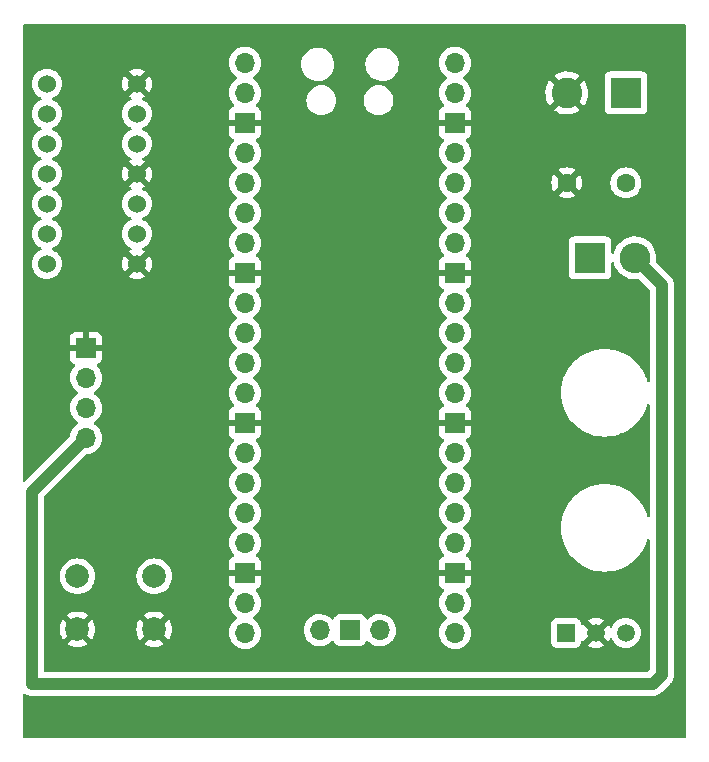
<source format=gbl>
G04 #@! TF.GenerationSoftware,KiCad,Pcbnew,(6.0.6)*
G04 #@! TF.CreationDate,2022-11-08T17:25:53-05:00*
G04 #@! TF.ProjectId,pov_display,706f765f-6469-4737-906c-61792e6b6963,v01*
G04 #@! TF.SameCoordinates,Original*
G04 #@! TF.FileFunction,Copper,L2,Bot*
G04 #@! TF.FilePolarity,Positive*
%FSLAX46Y46*%
G04 Gerber Fmt 4.6, Leading zero omitted, Abs format (unit mm)*
G04 Created by KiCad (PCBNEW (6.0.6)) date 2022-11-08 17:25:53*
%MOMM*%
%LPD*%
G01*
G04 APERTURE LIST*
G04 #@! TA.AperFunction,ComponentPad*
%ADD10C,1.524000*%
G04 #@! TD*
G04 #@! TA.AperFunction,ComponentPad*
%ADD11C,2.000000*%
G04 #@! TD*
G04 #@! TA.AperFunction,ComponentPad*
%ADD12R,2.600000X2.600000*%
G04 #@! TD*
G04 #@! TA.AperFunction,ComponentPad*
%ADD13O,2.600000X2.600000*%
G04 #@! TD*
G04 #@! TA.AperFunction,ComponentPad*
%ADD14C,2.600000*%
G04 #@! TD*
G04 #@! TA.AperFunction,ComponentPad*
%ADD15R,1.500000X1.500000*%
G04 #@! TD*
G04 #@! TA.AperFunction,ComponentPad*
%ADD16C,1.500000*%
G04 #@! TD*
G04 #@! TA.AperFunction,ComponentPad*
%ADD17C,1.600000*%
G04 #@! TD*
G04 #@! TA.AperFunction,ComponentPad*
%ADD18O,1.700000X1.700000*%
G04 #@! TD*
G04 #@! TA.AperFunction,ComponentPad*
%ADD19R,1.700000X1.700000*%
G04 #@! TD*
G04 #@! TA.AperFunction,Conductor*
%ADD20C,1.016000*%
G04 #@! TD*
G04 APERTURE END LIST*
D10*
X72282500Y-117455500D03*
X72282500Y-114915500D03*
X72282500Y-112375500D03*
X72282500Y-109835500D03*
X72282500Y-107295500D03*
X72282500Y-104755500D03*
X72282500Y-102215500D03*
X64662500Y-102215500D03*
X64662500Y-104755500D03*
X64662500Y-107295500D03*
X64662500Y-109835500D03*
X64662500Y-112375500D03*
X64662500Y-114915500D03*
X64662500Y-117455500D03*
D11*
X73754500Y-143907500D03*
X67254500Y-143907500D03*
X73754500Y-148407500D03*
X67254500Y-148407500D03*
D12*
X110636500Y-116947500D03*
D13*
X114446500Y-116947500D03*
D12*
X113684500Y-102977500D03*
D14*
X108684500Y-102977500D03*
D15*
X108604500Y-148697500D03*
D16*
X111144500Y-148697500D03*
X113684500Y-148697500D03*
D17*
X113684500Y-110597500D03*
X108684500Y-110597500D03*
D18*
X81426500Y-100437500D03*
X81426500Y-102977500D03*
D19*
X81426500Y-105517500D03*
D18*
X81426500Y-108057500D03*
X81426500Y-110597500D03*
X81426500Y-113137500D03*
X81426500Y-115677500D03*
D19*
X81426500Y-118217500D03*
D18*
X81426500Y-120757500D03*
X81426500Y-123297500D03*
X81426500Y-125837500D03*
X81426500Y-128377500D03*
D19*
X81426500Y-130917500D03*
D18*
X81426500Y-133457500D03*
X81426500Y-135997500D03*
X81426500Y-138537500D03*
X81426500Y-141077500D03*
D19*
X81426500Y-143617500D03*
D18*
X81426500Y-146157500D03*
X81426500Y-148697500D03*
X99206500Y-148697500D03*
X99206500Y-146157500D03*
D19*
X99206500Y-143617500D03*
D18*
X99206500Y-141077500D03*
X99206500Y-138537500D03*
X99206500Y-135997500D03*
X99206500Y-133457500D03*
D19*
X99206500Y-130917500D03*
D18*
X99206500Y-128377500D03*
X99206500Y-125837500D03*
X99206500Y-123297500D03*
X99206500Y-120757500D03*
D19*
X99206500Y-118217500D03*
D18*
X99206500Y-115677500D03*
X99206500Y-113137500D03*
X99206500Y-110597500D03*
X99206500Y-108057500D03*
D19*
X99206500Y-105517500D03*
D18*
X99206500Y-102977500D03*
X99206500Y-100437500D03*
X87776500Y-148467500D03*
D19*
X90316500Y-148467500D03*
D18*
X92856500Y-148467500D03*
D19*
X67964500Y-124577500D03*
D18*
X67964500Y-127117500D03*
X67964500Y-129657500D03*
X67964500Y-132197500D03*
D20*
X116732500Y-152253500D02*
X115970500Y-153015500D01*
X116732500Y-119233500D02*
X116732500Y-152253500D01*
X115970500Y-153015500D02*
X63392500Y-153015500D01*
X63392500Y-153015500D02*
X63392500Y-136769500D01*
X63392500Y-136769500D02*
X67964500Y-132197500D01*
X114446500Y-116947500D02*
X116732500Y-119233500D01*
G04 #@! TA.AperFunction,Conductor*
G36*
X118706121Y-97156002D02*
G01*
X118752614Y-97209658D01*
X118764000Y-97262000D01*
X118764000Y-157461000D01*
X118743998Y-157529121D01*
X118690342Y-157575614D01*
X118638000Y-157587000D01*
X62757000Y-157587000D01*
X62688879Y-157566998D01*
X62642386Y-157513342D01*
X62631000Y-157461000D01*
X62631000Y-153970161D01*
X62651002Y-153902040D01*
X62704658Y-153855547D01*
X62774932Y-153845443D01*
X62820864Y-153863158D01*
X62821331Y-153862294D01*
X62894839Y-153902040D01*
X62905509Y-153907809D01*
X62906281Y-153908230D01*
X62919056Y-153915253D01*
X62990121Y-153954321D01*
X62993531Y-153955403D01*
X62996685Y-153957108D01*
X63002570Y-153958930D01*
X63002578Y-153958933D01*
X63088051Y-153985390D01*
X63088812Y-153985628D01*
X63133914Y-153999935D01*
X63174258Y-154012734D01*
X63174261Y-154012735D01*
X63180135Y-154014598D01*
X63183695Y-154014997D01*
X63187115Y-154016056D01*
X63193250Y-154016701D01*
X63193251Y-154016701D01*
X63205507Y-154017989D01*
X63282354Y-154026065D01*
X63283068Y-154026143D01*
X63335284Y-154032000D01*
X63337874Y-154032000D01*
X63341887Y-154032323D01*
X63379240Y-154036249D01*
X63379242Y-154036249D01*
X63385369Y-154036893D01*
X63433433Y-154032519D01*
X63444851Y-154032000D01*
X115908224Y-154032000D01*
X115921832Y-154032737D01*
X115953679Y-154036197D01*
X115953683Y-154036197D01*
X115959804Y-154036862D01*
X115996672Y-154033637D01*
X116010190Y-154032454D01*
X116015018Y-154032125D01*
X116017573Y-154032000D01*
X116020657Y-154032000D01*
X116036031Y-154030492D01*
X116063719Y-154027778D01*
X116065032Y-154027656D01*
X116105129Y-154024148D01*
X116158392Y-154019488D01*
X116163552Y-154017989D01*
X116168894Y-154017465D01*
X116258596Y-153990383D01*
X116259736Y-153990045D01*
X116349822Y-153963872D01*
X116354590Y-153961400D01*
X116359732Y-153959848D01*
X116365177Y-153956953D01*
X116365184Y-153956950D01*
X116442450Y-153915867D01*
X116443554Y-153915287D01*
X116526804Y-153872134D01*
X116531003Y-153868782D01*
X116535744Y-153866261D01*
X116561269Y-153845443D01*
X116608329Y-153807062D01*
X116609355Y-153806234D01*
X116646064Y-153776929D01*
X116646065Y-153776928D01*
X116648816Y-153774732D01*
X116651311Y-153772237D01*
X116652105Y-153771527D01*
X116656460Y-153767807D01*
X116690226Y-153740268D01*
X116694151Y-153735524D01*
X116719710Y-153704629D01*
X116727700Y-153695848D01*
X117407247Y-153016302D01*
X117417390Y-153007202D01*
X117442344Y-152987138D01*
X117447149Y-152983275D01*
X117479657Y-152944533D01*
X117482841Y-152940884D01*
X117484556Y-152938993D01*
X117486741Y-152936808D01*
X117514285Y-152903276D01*
X117515127Y-152902263D01*
X117571327Y-152835285D01*
X117575286Y-152830567D01*
X117577875Y-152825858D01*
X117581282Y-152821710D01*
X117584190Y-152816286D01*
X117584193Y-152816282D01*
X117625550Y-152739151D01*
X117626179Y-152737992D01*
X117668354Y-152661276D01*
X117671321Y-152655879D01*
X117672944Y-152650763D01*
X117675484Y-152646026D01*
X117702884Y-152556404D01*
X117703267Y-152555174D01*
X117729736Y-152471734D01*
X117731598Y-152465865D01*
X117732197Y-152460527D01*
X117733767Y-152455391D01*
X117743246Y-152362069D01*
X117743366Y-152360949D01*
X117749000Y-152310716D01*
X117749000Y-152307211D01*
X117749062Y-152306103D01*
X117749510Y-152300408D01*
X117753290Y-152263195D01*
X117753290Y-152263188D01*
X117753912Y-152257065D01*
X117749559Y-152211014D01*
X117749000Y-152199157D01*
X117749000Y-119295776D01*
X117749737Y-119282168D01*
X117753197Y-119250321D01*
X117753197Y-119250317D01*
X117753862Y-119244196D01*
X117749454Y-119193810D01*
X117749125Y-119188982D01*
X117749000Y-119186427D01*
X117749000Y-119183343D01*
X117747492Y-119167969D01*
X117744778Y-119140281D01*
X117744656Y-119138968D01*
X117737024Y-119051740D01*
X117736488Y-119045608D01*
X117734989Y-119040448D01*
X117734465Y-119035106D01*
X117707396Y-118945448D01*
X117707021Y-118944184D01*
X117682590Y-118860093D01*
X117682588Y-118860089D01*
X117680871Y-118854178D01*
X117678402Y-118849414D01*
X117676848Y-118844268D01*
X117632819Y-118761461D01*
X117632253Y-118760383D01*
X117625042Y-118746471D01*
X117589134Y-118677196D01*
X117585782Y-118672997D01*
X117583261Y-118668256D01*
X117569690Y-118651617D01*
X117524062Y-118595671D01*
X117523234Y-118594645D01*
X117493929Y-118557936D01*
X117493928Y-118557935D01*
X117491732Y-118555184D01*
X117489237Y-118552689D01*
X117488527Y-118551895D01*
X117484807Y-118547540D01*
X117461163Y-118518549D01*
X117461160Y-118518546D01*
X117457268Y-118513774D01*
X117421627Y-118484289D01*
X117412848Y-118476300D01*
X116269837Y-117333289D01*
X116235811Y-117270977D01*
X116233939Y-117228293D01*
X116241544Y-117168519D01*
X116257586Y-117042415D01*
X116260071Y-116947500D01*
X116246923Y-116770574D01*
X116240496Y-116684092D01*
X116240496Y-116684091D01*
X116240150Y-116679437D01*
X116239119Y-116674879D01*
X116181861Y-116421831D01*
X116181860Y-116421826D01*
X116180827Y-116417263D01*
X116083402Y-116166738D01*
X115950018Y-115933364D01*
X115917786Y-115892477D01*
X115883916Y-115849514D01*
X115783605Y-115722269D01*
X115587817Y-115538091D01*
X115427979Y-115427207D01*
X115370799Y-115387539D01*
X115370796Y-115387537D01*
X115366957Y-115384874D01*
X115362764Y-115382806D01*
X115130064Y-115268051D01*
X115130061Y-115268050D01*
X115125876Y-115265986D01*
X115078245Y-115250739D01*
X114900157Y-115193733D01*
X114869870Y-115184038D01*
X114865263Y-115183288D01*
X114865260Y-115183287D01*
X114651837Y-115148529D01*
X114604563Y-115140830D01*
X114474219Y-115139124D01*
X114340461Y-115137373D01*
X114340458Y-115137373D01*
X114335784Y-115137312D01*
X114069437Y-115173560D01*
X113811374Y-115248778D01*
X113567263Y-115361315D01*
X113563354Y-115363878D01*
X113346381Y-115506131D01*
X113346376Y-115506135D01*
X113342468Y-115508697D01*
X113338976Y-115511814D01*
X113149571Y-115680865D01*
X113141926Y-115687688D01*
X113017840Y-115836885D01*
X112988414Y-115872267D01*
X112970044Y-115894354D01*
X112830596Y-116124156D01*
X112828787Y-116128470D01*
X112828785Y-116128474D01*
X112776545Y-116253054D01*
X112726648Y-116372045D01*
X112717207Y-116409218D01*
X112693123Y-116504050D01*
X112656968Y-116565151D01*
X112593519Y-116597005D01*
X112522920Y-116589500D01*
X112467586Y-116545018D01*
X112445000Y-116473034D01*
X112445000Y-115599366D01*
X112438245Y-115537184D01*
X112387115Y-115400795D01*
X112299761Y-115284239D01*
X112183205Y-115196885D01*
X112046816Y-115145755D01*
X111984634Y-115139000D01*
X109288366Y-115139000D01*
X109226184Y-115145755D01*
X109089795Y-115196885D01*
X108973239Y-115284239D01*
X108885885Y-115400795D01*
X108834755Y-115537184D01*
X108828000Y-115599366D01*
X108828000Y-118295634D01*
X108834755Y-118357816D01*
X108885885Y-118494205D01*
X108973239Y-118610761D01*
X109089795Y-118698115D01*
X109226184Y-118749245D01*
X109288366Y-118756000D01*
X111984634Y-118756000D01*
X112046816Y-118749245D01*
X112183205Y-118698115D01*
X112299761Y-118610761D01*
X112387115Y-118494205D01*
X112438245Y-118357816D01*
X112445000Y-118295634D01*
X112445000Y-117435075D01*
X112465002Y-117366954D01*
X112518658Y-117320461D01*
X112588932Y-117310357D01*
X112653512Y-117339851D01*
X112691896Y-117399577D01*
X112694579Y-117410494D01*
X112698888Y-117432156D01*
X112789720Y-117685146D01*
X112916950Y-117921931D01*
X112919741Y-117925668D01*
X112919745Y-117925675D01*
X113032220Y-118076296D01*
X113077781Y-118137310D01*
X113081090Y-118140590D01*
X113081095Y-118140596D01*
X113265363Y-118323262D01*
X113268680Y-118326550D01*
X113272442Y-118329308D01*
X113272445Y-118329311D01*
X113413146Y-118432477D01*
X113485454Y-118485495D01*
X113489589Y-118487671D01*
X113489593Y-118487673D01*
X113719198Y-118608475D01*
X113723340Y-118610654D01*
X113839289Y-118651145D01*
X113903677Y-118673630D01*
X113977113Y-118699275D01*
X113981706Y-118700147D01*
X114236609Y-118748542D01*
X114236612Y-118748542D01*
X114241198Y-118749413D01*
X114368870Y-118754429D01*
X114505125Y-118759783D01*
X114505130Y-118759783D01*
X114509793Y-118759966D01*
X114730583Y-118735786D01*
X114800475Y-118748253D01*
X114833394Y-118771942D01*
X115679095Y-119617643D01*
X115713121Y-119679955D01*
X115716000Y-119706738D01*
X115716000Y-127307593D01*
X115695998Y-127375714D01*
X115642342Y-127422207D01*
X115572068Y-127432311D01*
X115507488Y-127402817D01*
X115468293Y-127340204D01*
X115439569Y-127233006D01*
X115438714Y-127229814D01*
X115433998Y-127217527D01*
X115332890Y-126954132D01*
X115299399Y-126866884D01*
X115122910Y-126520505D01*
X114911181Y-126194471D01*
X114853781Y-126123588D01*
X114668607Y-125894918D01*
X114668604Y-125894914D01*
X114666532Y-125892356D01*
X114391644Y-125617468D01*
X114347932Y-125582070D01*
X114092095Y-125374897D01*
X114089529Y-125372819D01*
X113763495Y-125161090D01*
X113417116Y-124984601D01*
X113194203Y-124899033D01*
X113057276Y-124846472D01*
X113057274Y-124846471D01*
X113054186Y-124845286D01*
X112678682Y-124744670D01*
X112474664Y-124712357D01*
X112297966Y-124684370D01*
X112297958Y-124684369D01*
X112294718Y-124683856D01*
X111906500Y-124663510D01*
X111518282Y-124683856D01*
X111515042Y-124684369D01*
X111515034Y-124684370D01*
X111338336Y-124712357D01*
X111134318Y-124744670D01*
X110758814Y-124845286D01*
X110755726Y-124846471D01*
X110755724Y-124846472D01*
X110618797Y-124899033D01*
X110395884Y-124984601D01*
X110049505Y-125161090D01*
X109723471Y-125372819D01*
X109720905Y-125374897D01*
X109465069Y-125582070D01*
X109421356Y-125617468D01*
X109146468Y-125892356D01*
X109144396Y-125894914D01*
X109144393Y-125894918D01*
X108959219Y-126123588D01*
X108901819Y-126194471D01*
X108690090Y-126520505D01*
X108513601Y-126866884D01*
X108480110Y-126954132D01*
X108379003Y-127217527D01*
X108374286Y-127229814D01*
X108273670Y-127605318D01*
X108254082Y-127728992D01*
X108220152Y-127943220D01*
X108212856Y-127989282D01*
X108192510Y-128377500D01*
X108212856Y-128765718D01*
X108213369Y-128768958D01*
X108213370Y-128768966D01*
X108241357Y-128945664D01*
X108273670Y-129149682D01*
X108374286Y-129525186D01*
X108513601Y-129888116D01*
X108690090Y-130234495D01*
X108901819Y-130560529D01*
X108903897Y-130563095D01*
X109109487Y-130816976D01*
X109146468Y-130862644D01*
X109421356Y-131137532D01*
X109423914Y-131139604D01*
X109423918Y-131139607D01*
X109659268Y-131330190D01*
X109723471Y-131382181D01*
X110049505Y-131593910D01*
X110395884Y-131770399D01*
X110504699Y-131812169D01*
X110694708Y-131885106D01*
X110758814Y-131909714D01*
X111134318Y-132010330D01*
X111338336Y-132042643D01*
X111515034Y-132070630D01*
X111515042Y-132070631D01*
X111518282Y-132071144D01*
X111906500Y-132091490D01*
X112294718Y-132071144D01*
X112297958Y-132070631D01*
X112297966Y-132070630D01*
X112474664Y-132042643D01*
X112678682Y-132010330D01*
X113054186Y-131909714D01*
X113118293Y-131885106D01*
X113308301Y-131812169D01*
X113417116Y-131770399D01*
X113763495Y-131593910D01*
X114089529Y-131382181D01*
X114153732Y-131330190D01*
X114389082Y-131139607D01*
X114389086Y-131139604D01*
X114391644Y-131137532D01*
X114666532Y-130862644D01*
X114703514Y-130816976D01*
X114909103Y-130563095D01*
X114911181Y-130560529D01*
X115122910Y-130234495D01*
X115299399Y-129888116D01*
X115438714Y-129525186D01*
X115468293Y-129414796D01*
X115505245Y-129354173D01*
X115569106Y-129323152D01*
X115639600Y-129331580D01*
X115694347Y-129376783D01*
X115716000Y-129447407D01*
X115716000Y-138737593D01*
X115695998Y-138805714D01*
X115642342Y-138852207D01*
X115572068Y-138862311D01*
X115507488Y-138832817D01*
X115468293Y-138770204D01*
X115439569Y-138663006D01*
X115438714Y-138659814D01*
X115299399Y-138296884D01*
X115122910Y-137950505D01*
X114911181Y-137624471D01*
X114731106Y-137402098D01*
X114668607Y-137324918D01*
X114668604Y-137324914D01*
X114666532Y-137322356D01*
X114391644Y-137047468D01*
X114384486Y-137041671D01*
X114092095Y-136804897D01*
X114089529Y-136802819D01*
X113763495Y-136591090D01*
X113417116Y-136414601D01*
X113093880Y-136290523D01*
X113057276Y-136276472D01*
X113057274Y-136276471D01*
X113054186Y-136275286D01*
X112678682Y-136174670D01*
X112474664Y-136142357D01*
X112297966Y-136114370D01*
X112297958Y-136114369D01*
X112294718Y-136113856D01*
X111906500Y-136093510D01*
X111518282Y-136113856D01*
X111515042Y-136114369D01*
X111515034Y-136114370D01*
X111338336Y-136142357D01*
X111134318Y-136174670D01*
X110758814Y-136275286D01*
X110755726Y-136276471D01*
X110755724Y-136276472D01*
X110719120Y-136290523D01*
X110395884Y-136414601D01*
X110049505Y-136591090D01*
X109723471Y-136802819D01*
X109720905Y-136804897D01*
X109428515Y-137041671D01*
X109421356Y-137047468D01*
X109146468Y-137322356D01*
X109144396Y-137324914D01*
X109144393Y-137324918D01*
X109081894Y-137402098D01*
X108901819Y-137624471D01*
X108690090Y-137950505D01*
X108513601Y-138296884D01*
X108374286Y-138659814D01*
X108273670Y-139035318D01*
X108212856Y-139419282D01*
X108192510Y-139807500D01*
X108212856Y-140195718D01*
X108213369Y-140198958D01*
X108213370Y-140198966D01*
X108221472Y-140250117D01*
X108273670Y-140579682D01*
X108374286Y-140955186D01*
X108513601Y-141318116D01*
X108690090Y-141664495D01*
X108901819Y-141990529D01*
X108903897Y-141993095D01*
X109111500Y-142249462D01*
X109146468Y-142292644D01*
X109421356Y-142567532D01*
X109423914Y-142569604D01*
X109423918Y-142569607D01*
X109568312Y-142686535D01*
X109723471Y-142812181D01*
X110049505Y-143023910D01*
X110395884Y-143200399D01*
X110758814Y-143339714D01*
X111134318Y-143440330D01*
X111338336Y-143472643D01*
X111515034Y-143500630D01*
X111515042Y-143500631D01*
X111518282Y-143501144D01*
X111906500Y-143521490D01*
X112294718Y-143501144D01*
X112297958Y-143500631D01*
X112297966Y-143500630D01*
X112474664Y-143472643D01*
X112678682Y-143440330D01*
X113054186Y-143339714D01*
X113417116Y-143200399D01*
X113763495Y-143023910D01*
X114089529Y-142812181D01*
X114244688Y-142686535D01*
X114389082Y-142569607D01*
X114389086Y-142569604D01*
X114391644Y-142567532D01*
X114666532Y-142292644D01*
X114701501Y-142249462D01*
X114909103Y-141993095D01*
X114911181Y-141990529D01*
X115122910Y-141664495D01*
X115299399Y-141318116D01*
X115438714Y-140955186D01*
X115468293Y-140844796D01*
X115505245Y-140784173D01*
X115569106Y-140753152D01*
X115639600Y-140761580D01*
X115694347Y-140806783D01*
X115716000Y-140877407D01*
X115716000Y-151780262D01*
X115695998Y-151848383D01*
X115679095Y-151869357D01*
X115586357Y-151962095D01*
X115524045Y-151996121D01*
X115497262Y-151999000D01*
X64535000Y-151999000D01*
X64466879Y-151978998D01*
X64420386Y-151925342D01*
X64409000Y-151873000D01*
X64409000Y-149640170D01*
X66386660Y-149640170D01*
X66392387Y-149647820D01*
X66563542Y-149752705D01*
X66572337Y-149757187D01*
X66782488Y-149844234D01*
X66791873Y-149847283D01*
X67013054Y-149900385D01*
X67022801Y-149901928D01*
X67249570Y-149919775D01*
X67259430Y-149919775D01*
X67486199Y-149901928D01*
X67495946Y-149900385D01*
X67717127Y-149847283D01*
X67726512Y-149844234D01*
X67936663Y-149757187D01*
X67945458Y-149752705D01*
X68112945Y-149650068D01*
X68121900Y-149640170D01*
X72886660Y-149640170D01*
X72892387Y-149647820D01*
X73063542Y-149752705D01*
X73072337Y-149757187D01*
X73282488Y-149844234D01*
X73291873Y-149847283D01*
X73513054Y-149900385D01*
X73522801Y-149901928D01*
X73749570Y-149919775D01*
X73759430Y-149919775D01*
X73986199Y-149901928D01*
X73995946Y-149900385D01*
X74217127Y-149847283D01*
X74226512Y-149844234D01*
X74436663Y-149757187D01*
X74445458Y-149752705D01*
X74612945Y-149650068D01*
X74622407Y-149639610D01*
X74618624Y-149630834D01*
X73767312Y-148779522D01*
X73753368Y-148771908D01*
X73751535Y-148772039D01*
X73744920Y-148776290D01*
X72893420Y-149627790D01*
X72886660Y-149640170D01*
X68121900Y-149640170D01*
X68122407Y-149639610D01*
X68118624Y-149630834D01*
X67267312Y-148779522D01*
X67253368Y-148771908D01*
X67251535Y-148772039D01*
X67244920Y-148776290D01*
X66393420Y-149627790D01*
X66386660Y-149640170D01*
X64409000Y-149640170D01*
X64409000Y-148412430D01*
X65742225Y-148412430D01*
X65760072Y-148639199D01*
X65761615Y-148648946D01*
X65814717Y-148870127D01*
X65817766Y-148879512D01*
X65904813Y-149089663D01*
X65909295Y-149098458D01*
X66011932Y-149265945D01*
X66022390Y-149275407D01*
X66031166Y-149271624D01*
X66882478Y-148420312D01*
X66888856Y-148408632D01*
X67618908Y-148408632D01*
X67619039Y-148410465D01*
X67623290Y-148417080D01*
X68474790Y-149268580D01*
X68487170Y-149275340D01*
X68494820Y-149269613D01*
X68599705Y-149098458D01*
X68604187Y-149089663D01*
X68691234Y-148879512D01*
X68694283Y-148870127D01*
X68747385Y-148648946D01*
X68748928Y-148639199D01*
X68766775Y-148412430D01*
X72242225Y-148412430D01*
X72260072Y-148639199D01*
X72261615Y-148648946D01*
X72314717Y-148870127D01*
X72317766Y-148879512D01*
X72404813Y-149089663D01*
X72409295Y-149098458D01*
X72511932Y-149265945D01*
X72522390Y-149275407D01*
X72531166Y-149271624D01*
X73382478Y-148420312D01*
X73388856Y-148408632D01*
X74118908Y-148408632D01*
X74119039Y-148410465D01*
X74123290Y-148417080D01*
X74974790Y-149268580D01*
X74987170Y-149275340D01*
X74994820Y-149269613D01*
X75099705Y-149098458D01*
X75104187Y-149089663D01*
X75191234Y-148879512D01*
X75194283Y-148870127D01*
X75243724Y-148664195D01*
X80063751Y-148664195D01*
X80064048Y-148669348D01*
X80064048Y-148669351D01*
X80075623Y-148870096D01*
X80076610Y-148887215D01*
X80077747Y-148892261D01*
X80077748Y-148892267D01*
X80097619Y-148980439D01*
X80125722Y-149105139D01*
X80209766Y-149312116D01*
X80249331Y-149376680D01*
X80322226Y-149495634D01*
X80326487Y-149502588D01*
X80472750Y-149671438D01*
X80644626Y-149814132D01*
X80837500Y-149926838D01*
X80842325Y-149928680D01*
X80842326Y-149928681D01*
X80896178Y-149949245D01*
X81046192Y-150006530D01*
X81051260Y-150007561D01*
X81051263Y-150007562D01*
X81158517Y-150029383D01*
X81265097Y-150051067D01*
X81270272Y-150051257D01*
X81270274Y-150051257D01*
X81483173Y-150059064D01*
X81483177Y-150059064D01*
X81488337Y-150059253D01*
X81493457Y-150058597D01*
X81493459Y-150058597D01*
X81704788Y-150031525D01*
X81704789Y-150031525D01*
X81709916Y-150030868D01*
X81714866Y-150029383D01*
X81918929Y-149968161D01*
X81918934Y-149968159D01*
X81923884Y-149966674D01*
X82124494Y-149868396D01*
X82306360Y-149738673D01*
X82348342Y-149696838D01*
X82406988Y-149638396D01*
X82464596Y-149580989D01*
X82476657Y-149564205D01*
X82591935Y-149403777D01*
X82594953Y-149399577D01*
X82603135Y-149383023D01*
X82691636Y-149203953D01*
X82691637Y-149203951D01*
X82693930Y-149199311D01*
X82758870Y-148985569D01*
X82788029Y-148764090D01*
X82789656Y-148697500D01*
X82771352Y-148474861D01*
X82761137Y-148434195D01*
X86413751Y-148434195D01*
X86414048Y-148439348D01*
X86414048Y-148439351D01*
X86419511Y-148534090D01*
X86426610Y-148657215D01*
X86427747Y-148662261D01*
X86427748Y-148662267D01*
X86438576Y-148710311D01*
X86475722Y-148875139D01*
X86513961Y-148969311D01*
X86551614Y-149062039D01*
X86559766Y-149082116D01*
X86591904Y-149134561D01*
X86634428Y-149203953D01*
X86676487Y-149272588D01*
X86822750Y-149441438D01*
X86994626Y-149584132D01*
X87187500Y-149696838D01*
X87396192Y-149776530D01*
X87401260Y-149777561D01*
X87401263Y-149777562D01*
X87479341Y-149793447D01*
X87615097Y-149821067D01*
X87620272Y-149821257D01*
X87620274Y-149821257D01*
X87833173Y-149829064D01*
X87833177Y-149829064D01*
X87838337Y-149829253D01*
X87843457Y-149828597D01*
X87843459Y-149828597D01*
X88054788Y-149801525D01*
X88054789Y-149801525D01*
X88059916Y-149800868D01*
X88083205Y-149793881D01*
X88268929Y-149738161D01*
X88268934Y-149738159D01*
X88273884Y-149736674D01*
X88474494Y-149638396D01*
X88656360Y-149508673D01*
X88764591Y-149400819D01*
X88826962Y-149366904D01*
X88897768Y-149372092D01*
X88954530Y-149414738D01*
X88971512Y-149445841D01*
X88995067Y-149508673D01*
X89015885Y-149564205D01*
X89103239Y-149680761D01*
X89219795Y-149768115D01*
X89356184Y-149819245D01*
X89418366Y-149826000D01*
X91214634Y-149826000D01*
X91276816Y-149819245D01*
X91413205Y-149768115D01*
X91529761Y-149680761D01*
X91617115Y-149564205D01*
X91637933Y-149508673D01*
X91661098Y-149446882D01*
X91703740Y-149390118D01*
X91770302Y-149365418D01*
X91839650Y-149380626D01*
X91874317Y-149408614D01*
X91902750Y-149441438D01*
X92074626Y-149584132D01*
X92267500Y-149696838D01*
X92476192Y-149776530D01*
X92481260Y-149777561D01*
X92481263Y-149777562D01*
X92559341Y-149793447D01*
X92695097Y-149821067D01*
X92700272Y-149821257D01*
X92700274Y-149821257D01*
X92913173Y-149829064D01*
X92913177Y-149829064D01*
X92918337Y-149829253D01*
X92923457Y-149828597D01*
X92923459Y-149828597D01*
X93134788Y-149801525D01*
X93134789Y-149801525D01*
X93139916Y-149800868D01*
X93163205Y-149793881D01*
X93348929Y-149738161D01*
X93348934Y-149738159D01*
X93353884Y-149736674D01*
X93554494Y-149638396D01*
X93736360Y-149508673D01*
X93742467Y-149502588D01*
X93841623Y-149403777D01*
X93894596Y-149350989D01*
X93954094Y-149268189D01*
X94021935Y-149173777D01*
X94024953Y-149169577D01*
X94037626Y-149143936D01*
X94121636Y-148973953D01*
X94121637Y-148973951D01*
X94123930Y-148969311D01*
X94156400Y-148862440D01*
X94187365Y-148760523D01*
X94187365Y-148760521D01*
X94188870Y-148755569D01*
X94200900Y-148664195D01*
X97843751Y-148664195D01*
X97844048Y-148669348D01*
X97844048Y-148669351D01*
X97855623Y-148870096D01*
X97856610Y-148887215D01*
X97857747Y-148892261D01*
X97857748Y-148892267D01*
X97877619Y-148980439D01*
X97905722Y-149105139D01*
X97989766Y-149312116D01*
X98029331Y-149376680D01*
X98102226Y-149495634D01*
X98106487Y-149502588D01*
X98252750Y-149671438D01*
X98424626Y-149814132D01*
X98617500Y-149926838D01*
X98622325Y-149928680D01*
X98622326Y-149928681D01*
X98676178Y-149949245D01*
X98826192Y-150006530D01*
X98831260Y-150007561D01*
X98831263Y-150007562D01*
X98938517Y-150029383D01*
X99045097Y-150051067D01*
X99050272Y-150051257D01*
X99050274Y-150051257D01*
X99263173Y-150059064D01*
X99263177Y-150059064D01*
X99268337Y-150059253D01*
X99273457Y-150058597D01*
X99273459Y-150058597D01*
X99484788Y-150031525D01*
X99484789Y-150031525D01*
X99489916Y-150030868D01*
X99494866Y-150029383D01*
X99698929Y-149968161D01*
X99698934Y-149968159D01*
X99703884Y-149966674D01*
X99904494Y-149868396D01*
X100086360Y-149738673D01*
X100128342Y-149696838D01*
X100186988Y-149638396D01*
X100244596Y-149580989D01*
X100256657Y-149564205D01*
X100305930Y-149495634D01*
X107346000Y-149495634D01*
X107352755Y-149557816D01*
X107403885Y-149694205D01*
X107491239Y-149810761D01*
X107607795Y-149898115D01*
X107744184Y-149949245D01*
X107806366Y-149956000D01*
X109402634Y-149956000D01*
X109464816Y-149949245D01*
X109601205Y-149898115D01*
X109717761Y-149810761D01*
X109765052Y-149747661D01*
X110458893Y-149747661D01*
X110468187Y-149759675D01*
X110508588Y-149787964D01*
X110518084Y-149793447D01*
X110707613Y-149881826D01*
X110717905Y-149885572D01*
X110919901Y-149939696D01*
X110930696Y-149941599D01*
X111139025Y-149959826D01*
X111149975Y-149959826D01*
X111358304Y-149941599D01*
X111369099Y-149939696D01*
X111571095Y-149885572D01*
X111581387Y-149881826D01*
X111770916Y-149793447D01*
X111780412Y-149787964D01*
X111821648Y-149759090D01*
X111830023Y-149748612D01*
X111822957Y-149735168D01*
X111157311Y-149069521D01*
X111143368Y-149061908D01*
X111141534Y-149062039D01*
X111134920Y-149066290D01*
X110465320Y-149735891D01*
X110458893Y-149747661D01*
X109765052Y-149747661D01*
X109805115Y-149694205D01*
X109856245Y-149557816D01*
X109863000Y-149495634D01*
X109863000Y-149460206D01*
X109883002Y-149392085D01*
X109936658Y-149345592D01*
X110006932Y-149335488D01*
X110068532Y-149363621D01*
X110068759Y-149363337D01*
X110069890Y-149364241D01*
X110071512Y-149364982D01*
X110073308Y-149366973D01*
X110093387Y-149383023D01*
X110106834Y-149375955D01*
X110772479Y-148710311D01*
X110778856Y-148698632D01*
X111508908Y-148698632D01*
X111509039Y-148700466D01*
X111513290Y-148707080D01*
X112182891Y-149376680D01*
X112194661Y-149383107D01*
X112206676Y-149373811D01*
X112234966Y-149333407D01*
X112240446Y-149323917D01*
X112300029Y-149196140D01*
X112346946Y-149142855D01*
X112415224Y-149123394D01*
X112483184Y-149143936D01*
X112528419Y-149196140D01*
X112588118Y-149324166D01*
X112588121Y-149324171D01*
X112590444Y-149329153D01*
X112593600Y-149333660D01*
X112593601Y-149333662D01*
X112711885Y-149502588D01*
X112716751Y-149509538D01*
X112872462Y-149665249D01*
X112876971Y-149668406D01*
X112876973Y-149668408D01*
X112924078Y-149701391D01*
X113052846Y-149791556D01*
X113252424Y-149884620D01*
X113465129Y-149941615D01*
X113684500Y-149960807D01*
X113903871Y-149941615D01*
X114116576Y-149884620D01*
X114316154Y-149791556D01*
X114444922Y-149701391D01*
X114492027Y-149668408D01*
X114492029Y-149668406D01*
X114496538Y-149665249D01*
X114652249Y-149509538D01*
X114657116Y-149502588D01*
X114775399Y-149333662D01*
X114775400Y-149333660D01*
X114778556Y-149329153D01*
X114780879Y-149324171D01*
X114780882Y-149324166D01*
X114828085Y-149222938D01*
X114871620Y-149129576D01*
X114928615Y-148916871D01*
X114947807Y-148697500D01*
X114928615Y-148478129D01*
X114871620Y-148265424D01*
X114780998Y-148071083D01*
X114780882Y-148070834D01*
X114780879Y-148070829D01*
X114778556Y-148065847D01*
X114773552Y-148058700D01*
X114655408Y-147889973D01*
X114655406Y-147889970D01*
X114652249Y-147885462D01*
X114496538Y-147729751D01*
X114490235Y-147725337D01*
X114378842Y-147647339D01*
X114316154Y-147603444D01*
X114116576Y-147510380D01*
X113903871Y-147453385D01*
X113684500Y-147434193D01*
X113465129Y-147453385D01*
X113252424Y-147510380D01*
X113177351Y-147545387D01*
X113057834Y-147601118D01*
X113057829Y-147601121D01*
X113052847Y-147603444D01*
X113048340Y-147606600D01*
X113048338Y-147606601D01*
X112876973Y-147726592D01*
X112876970Y-147726594D01*
X112872462Y-147729751D01*
X112716751Y-147885462D01*
X112713594Y-147889970D01*
X112713592Y-147889973D01*
X112595448Y-148058700D01*
X112590444Y-148065847D01*
X112588121Y-148070829D01*
X112588118Y-148070834D01*
X112528419Y-148198860D01*
X112481502Y-148252145D01*
X112413224Y-148271606D01*
X112345264Y-148251064D01*
X112300029Y-148198860D01*
X112240446Y-148071083D01*
X112234966Y-148061593D01*
X112206089Y-148020351D01*
X112195613Y-148011977D01*
X112182166Y-148019045D01*
X111516521Y-148684689D01*
X111508908Y-148698632D01*
X110778856Y-148698632D01*
X110780092Y-148696368D01*
X110779961Y-148694534D01*
X110775710Y-148687920D01*
X110106109Y-148018320D01*
X110094339Y-148011893D01*
X110067188Y-148032899D01*
X110064400Y-148029296D01*
X110036742Y-148051399D01*
X109966122Y-148058700D01*
X109902765Y-148026661D01*
X109866788Y-147965455D01*
X109863000Y-147934794D01*
X109863000Y-147899366D01*
X109856245Y-147837184D01*
X109805115Y-147700795D01*
X109764338Y-147646387D01*
X110458977Y-147646387D01*
X110466045Y-147659834D01*
X111131689Y-148325479D01*
X111145632Y-148333092D01*
X111147466Y-148332961D01*
X111154080Y-148328710D01*
X111823680Y-147659109D01*
X111830107Y-147647339D01*
X111820813Y-147635325D01*
X111780412Y-147607036D01*
X111770916Y-147601553D01*
X111581387Y-147513174D01*
X111571095Y-147509428D01*
X111369099Y-147455304D01*
X111358304Y-147453401D01*
X111149975Y-147435174D01*
X111139025Y-147435174D01*
X110930696Y-147453401D01*
X110919901Y-147455304D01*
X110717905Y-147509428D01*
X110707613Y-147513174D01*
X110518083Y-147601554D01*
X110508593Y-147607034D01*
X110467351Y-147635911D01*
X110458977Y-147646387D01*
X109764338Y-147646387D01*
X109717761Y-147584239D01*
X109601205Y-147496885D01*
X109464816Y-147445755D01*
X109402634Y-147439000D01*
X107806366Y-147439000D01*
X107744184Y-147445755D01*
X107607795Y-147496885D01*
X107491239Y-147584239D01*
X107403885Y-147700795D01*
X107352755Y-147837184D01*
X107346000Y-147899366D01*
X107346000Y-149495634D01*
X100305930Y-149495634D01*
X100371935Y-149403777D01*
X100374953Y-149399577D01*
X100383135Y-149383023D01*
X100471636Y-149203953D01*
X100471637Y-149203951D01*
X100473930Y-149199311D01*
X100538870Y-148985569D01*
X100568029Y-148764090D01*
X100569656Y-148697500D01*
X100551352Y-148474861D01*
X100496931Y-148258202D01*
X100407854Y-148053340D01*
X100331163Y-147934794D01*
X100289322Y-147870117D01*
X100289320Y-147870114D01*
X100286514Y-147865777D01*
X100136170Y-147700551D01*
X100132119Y-147697352D01*
X100132115Y-147697348D01*
X99964914Y-147565300D01*
X99964910Y-147565298D01*
X99960859Y-147562098D01*
X99919553Y-147539296D01*
X99869584Y-147488864D01*
X99854812Y-147419421D01*
X99879928Y-147353016D01*
X99907280Y-147326409D01*
X99951103Y-147295150D01*
X100086360Y-147198673D01*
X100110287Y-147174830D01*
X100240935Y-147044637D01*
X100244596Y-147040989D01*
X100304094Y-146958189D01*
X100371935Y-146863777D01*
X100374953Y-146859577D01*
X100473930Y-146659311D01*
X100538870Y-146445569D01*
X100568029Y-146224090D01*
X100569656Y-146157500D01*
X100551352Y-145934861D01*
X100496931Y-145718202D01*
X100407854Y-145513340D01*
X100335100Y-145400880D01*
X100289322Y-145330117D01*
X100289320Y-145330114D01*
X100286514Y-145325777D01*
X100283040Y-145321959D01*
X100283033Y-145321950D01*
X100138935Y-145163588D01*
X100107883Y-145099742D01*
X100116279Y-145029244D01*
X100161456Y-144974476D01*
X100187900Y-144960807D01*
X100294552Y-144920825D01*
X100310149Y-144912286D01*
X100412224Y-144835785D01*
X100424785Y-144823224D01*
X100501286Y-144721149D01*
X100509824Y-144705554D01*
X100554978Y-144585106D01*
X100558605Y-144569851D01*
X100564131Y-144518986D01*
X100564500Y-144512172D01*
X100564500Y-143889615D01*
X100560025Y-143874376D01*
X100558635Y-143873171D01*
X100550952Y-143871500D01*
X97866616Y-143871500D01*
X97851377Y-143875975D01*
X97850172Y-143877365D01*
X97848501Y-143885048D01*
X97848501Y-144512169D01*
X97848871Y-144518990D01*
X97854395Y-144569852D01*
X97858021Y-144585104D01*
X97903176Y-144705554D01*
X97911714Y-144721149D01*
X97988215Y-144823224D01*
X98000776Y-144835785D01*
X98102851Y-144912286D01*
X98118446Y-144920824D01*
X98227327Y-144961642D01*
X98284091Y-145004284D01*
X98308791Y-145070845D01*
X98293583Y-145140194D01*
X98274191Y-145166675D01*
X98191550Y-145253154D01*
X98147129Y-145299638D01*
X98144215Y-145303910D01*
X98144214Y-145303911D01*
X98077014Y-145402423D01*
X98021243Y-145484180D01*
X97927188Y-145686805D01*
X97867489Y-145902070D01*
X97843751Y-146124195D01*
X97844048Y-146129348D01*
X97844048Y-146129351D01*
X97849511Y-146224090D01*
X97856610Y-146347215D01*
X97857747Y-146352261D01*
X97857748Y-146352267D01*
X97877619Y-146440439D01*
X97905722Y-146565139D01*
X97989766Y-146772116D01*
X97992465Y-146776520D01*
X98076144Y-146913072D01*
X98106487Y-146962588D01*
X98252750Y-147131438D01*
X98424626Y-147274132D01*
X98488776Y-147311618D01*
X98497945Y-147316976D01*
X98546669Y-147368614D01*
X98559740Y-147438397D01*
X98533009Y-147504169D01*
X98492555Y-147537527D01*
X98480107Y-147544007D01*
X98475974Y-147547110D01*
X98475971Y-147547112D01*
X98305600Y-147675030D01*
X98301465Y-147678135D01*
X98235846Y-147746801D01*
X98158165Y-147828090D01*
X98147129Y-147839638D01*
X98021243Y-148024180D01*
X97974215Y-148125493D01*
X97934028Y-148212070D01*
X97927188Y-148226805D01*
X97867489Y-148442070D01*
X97843751Y-148664195D01*
X94200900Y-148664195D01*
X94218029Y-148534090D01*
X94218111Y-148530740D01*
X94219574Y-148470865D01*
X94219574Y-148470861D01*
X94219656Y-148467500D01*
X94201352Y-148244861D01*
X94146931Y-148028202D01*
X94057854Y-147823340D01*
X93988763Y-147716542D01*
X93939322Y-147640117D01*
X93939320Y-147640114D01*
X93936514Y-147635777D01*
X93786170Y-147470551D01*
X93782119Y-147467352D01*
X93782115Y-147467348D01*
X93614914Y-147335300D01*
X93614910Y-147335298D01*
X93610859Y-147332098D01*
X93600554Y-147326409D01*
X93499866Y-147270827D01*
X93415289Y-147224138D01*
X93410420Y-147222414D01*
X93410416Y-147222412D01*
X93209587Y-147151295D01*
X93209583Y-147151294D01*
X93204712Y-147149569D01*
X93199619Y-147148662D01*
X93199616Y-147148661D01*
X92989873Y-147111300D01*
X92989867Y-147111299D01*
X92984784Y-147110394D01*
X92910952Y-147109492D01*
X92766581Y-147107728D01*
X92766579Y-147107728D01*
X92761411Y-147107665D01*
X92540591Y-147141455D01*
X92328256Y-147210857D01*
X92130107Y-147314007D01*
X92125974Y-147317110D01*
X92125971Y-147317112D01*
X91955600Y-147445030D01*
X91951465Y-147448135D01*
X91889761Y-147512705D01*
X91870783Y-147532564D01*
X91809259Y-147567994D01*
X91738346Y-147564537D01*
X91680560Y-147523291D01*
X91661707Y-147489743D01*
X91620267Y-147379203D01*
X91617115Y-147370795D01*
X91529761Y-147254239D01*
X91413205Y-147166885D01*
X91276816Y-147115755D01*
X91214634Y-147109000D01*
X89418366Y-147109000D01*
X89356184Y-147115755D01*
X89219795Y-147166885D01*
X89103239Y-147254239D01*
X89015885Y-147370795D01*
X89012733Y-147379203D01*
X88971419Y-147489407D01*
X88928777Y-147546171D01*
X88862216Y-147570871D01*
X88792867Y-147555663D01*
X88760243Y-147529976D01*
X88709651Y-147474375D01*
X88709642Y-147474366D01*
X88706170Y-147470551D01*
X88702119Y-147467352D01*
X88702115Y-147467348D01*
X88534914Y-147335300D01*
X88534910Y-147335298D01*
X88530859Y-147332098D01*
X88520554Y-147326409D01*
X88419866Y-147270827D01*
X88335289Y-147224138D01*
X88330420Y-147222414D01*
X88330416Y-147222412D01*
X88129587Y-147151295D01*
X88129583Y-147151294D01*
X88124712Y-147149569D01*
X88119619Y-147148662D01*
X88119616Y-147148661D01*
X87909873Y-147111300D01*
X87909867Y-147111299D01*
X87904784Y-147110394D01*
X87830952Y-147109492D01*
X87686581Y-147107728D01*
X87686579Y-147107728D01*
X87681411Y-147107665D01*
X87460591Y-147141455D01*
X87248256Y-147210857D01*
X87050107Y-147314007D01*
X87045974Y-147317110D01*
X87045971Y-147317112D01*
X86875600Y-147445030D01*
X86871465Y-147448135D01*
X86824878Y-147496885D01*
X86760229Y-147564537D01*
X86717129Y-147609638D01*
X86714215Y-147613910D01*
X86714214Y-147613911D01*
X86637348Y-147726592D01*
X86591243Y-147794180D01*
X86497188Y-147996805D01*
X86437489Y-148212070D01*
X86413751Y-148434195D01*
X82761137Y-148434195D01*
X82716931Y-148258202D01*
X82627854Y-148053340D01*
X82551163Y-147934794D01*
X82509322Y-147870117D01*
X82509320Y-147870114D01*
X82506514Y-147865777D01*
X82356170Y-147700551D01*
X82352119Y-147697352D01*
X82352115Y-147697348D01*
X82184914Y-147565300D01*
X82184910Y-147565298D01*
X82180859Y-147562098D01*
X82139553Y-147539296D01*
X82089584Y-147488864D01*
X82074812Y-147419421D01*
X82099928Y-147353016D01*
X82127280Y-147326409D01*
X82171103Y-147295150D01*
X82306360Y-147198673D01*
X82330287Y-147174830D01*
X82460935Y-147044637D01*
X82464596Y-147040989D01*
X82524094Y-146958189D01*
X82591935Y-146863777D01*
X82594953Y-146859577D01*
X82693930Y-146659311D01*
X82758870Y-146445569D01*
X82788029Y-146224090D01*
X82789656Y-146157500D01*
X82771352Y-145934861D01*
X82716931Y-145718202D01*
X82627854Y-145513340D01*
X82555100Y-145400880D01*
X82509322Y-145330117D01*
X82509320Y-145330114D01*
X82506514Y-145325777D01*
X82503040Y-145321959D01*
X82503033Y-145321950D01*
X82358935Y-145163588D01*
X82327883Y-145099742D01*
X82336279Y-145029244D01*
X82381456Y-144974476D01*
X82407900Y-144960807D01*
X82514552Y-144920825D01*
X82530149Y-144912286D01*
X82632224Y-144835785D01*
X82644785Y-144823224D01*
X82721286Y-144721149D01*
X82729824Y-144705554D01*
X82774978Y-144585106D01*
X82778605Y-144569851D01*
X82784131Y-144518986D01*
X82784500Y-144512172D01*
X82784500Y-143889615D01*
X82780025Y-143874376D01*
X82778635Y-143873171D01*
X82770952Y-143871500D01*
X80086616Y-143871500D01*
X80071377Y-143875975D01*
X80070172Y-143877365D01*
X80068501Y-143885048D01*
X80068501Y-144512169D01*
X80068871Y-144518990D01*
X80074395Y-144569852D01*
X80078021Y-144585104D01*
X80123176Y-144705554D01*
X80131714Y-144721149D01*
X80208215Y-144823224D01*
X80220776Y-144835785D01*
X80322851Y-144912286D01*
X80338446Y-144920824D01*
X80447327Y-144961642D01*
X80504091Y-145004284D01*
X80528791Y-145070845D01*
X80513583Y-145140194D01*
X80494191Y-145166675D01*
X80411550Y-145253154D01*
X80367129Y-145299638D01*
X80364215Y-145303910D01*
X80364214Y-145303911D01*
X80297014Y-145402423D01*
X80241243Y-145484180D01*
X80147188Y-145686805D01*
X80087489Y-145902070D01*
X80063751Y-146124195D01*
X80064048Y-146129348D01*
X80064048Y-146129351D01*
X80069511Y-146224090D01*
X80076610Y-146347215D01*
X80077747Y-146352261D01*
X80077748Y-146352267D01*
X80097619Y-146440439D01*
X80125722Y-146565139D01*
X80209766Y-146772116D01*
X80212465Y-146776520D01*
X80296144Y-146913072D01*
X80326487Y-146962588D01*
X80472750Y-147131438D01*
X80644626Y-147274132D01*
X80708776Y-147311618D01*
X80717945Y-147316976D01*
X80766669Y-147368614D01*
X80779740Y-147438397D01*
X80753009Y-147504169D01*
X80712555Y-147537527D01*
X80700107Y-147544007D01*
X80695974Y-147547110D01*
X80695971Y-147547112D01*
X80525600Y-147675030D01*
X80521465Y-147678135D01*
X80455846Y-147746801D01*
X80378165Y-147828090D01*
X80367129Y-147839638D01*
X80241243Y-148024180D01*
X80194215Y-148125493D01*
X80154028Y-148212070D01*
X80147188Y-148226805D01*
X80087489Y-148442070D01*
X80063751Y-148664195D01*
X75243724Y-148664195D01*
X75247385Y-148648946D01*
X75248928Y-148639199D01*
X75266775Y-148412430D01*
X75266775Y-148402570D01*
X75248928Y-148175801D01*
X75247385Y-148166054D01*
X75194283Y-147944873D01*
X75191234Y-147935488D01*
X75104187Y-147725337D01*
X75099705Y-147716542D01*
X74997068Y-147549055D01*
X74986610Y-147539593D01*
X74977834Y-147543376D01*
X74126522Y-148394688D01*
X74118908Y-148408632D01*
X73388856Y-148408632D01*
X73390092Y-148406368D01*
X73389961Y-148404535D01*
X73385710Y-148397920D01*
X72534210Y-147546420D01*
X72521830Y-147539660D01*
X72514180Y-147545387D01*
X72409295Y-147716542D01*
X72404813Y-147725337D01*
X72317766Y-147935488D01*
X72314717Y-147944873D01*
X72261615Y-148166054D01*
X72260072Y-148175801D01*
X72242225Y-148402570D01*
X72242225Y-148412430D01*
X68766775Y-148412430D01*
X68766775Y-148402570D01*
X68748928Y-148175801D01*
X68747385Y-148166054D01*
X68694283Y-147944873D01*
X68691234Y-147935488D01*
X68604187Y-147725337D01*
X68599705Y-147716542D01*
X68497068Y-147549055D01*
X68486610Y-147539593D01*
X68477834Y-147543376D01*
X67626522Y-148394688D01*
X67618908Y-148408632D01*
X66888856Y-148408632D01*
X66890092Y-148406368D01*
X66889961Y-148404535D01*
X66885710Y-148397920D01*
X66034210Y-147546420D01*
X66021830Y-147539660D01*
X66014180Y-147545387D01*
X65909295Y-147716542D01*
X65904813Y-147725337D01*
X65817766Y-147935488D01*
X65814717Y-147944873D01*
X65761615Y-148166054D01*
X65760072Y-148175801D01*
X65742225Y-148402570D01*
X65742225Y-148412430D01*
X64409000Y-148412430D01*
X64409000Y-147175390D01*
X66386593Y-147175390D01*
X66390376Y-147184166D01*
X67241688Y-148035478D01*
X67255632Y-148043092D01*
X67257465Y-148042961D01*
X67264080Y-148038710D01*
X68115580Y-147187210D01*
X68122034Y-147175390D01*
X72886593Y-147175390D01*
X72890376Y-147184166D01*
X73741688Y-148035478D01*
X73755632Y-148043092D01*
X73757465Y-148042961D01*
X73764080Y-148038710D01*
X74615580Y-147187210D01*
X74622340Y-147174830D01*
X74616613Y-147167180D01*
X74445458Y-147062295D01*
X74436663Y-147057813D01*
X74226512Y-146970766D01*
X74217127Y-146967717D01*
X73995946Y-146914615D01*
X73986199Y-146913072D01*
X73759430Y-146895225D01*
X73749570Y-146895225D01*
X73522801Y-146913072D01*
X73513054Y-146914615D01*
X73291873Y-146967717D01*
X73282488Y-146970766D01*
X73072337Y-147057813D01*
X73063542Y-147062295D01*
X72896055Y-147164932D01*
X72886593Y-147175390D01*
X68122034Y-147175390D01*
X68122340Y-147174830D01*
X68116613Y-147167180D01*
X67945458Y-147062295D01*
X67936663Y-147057813D01*
X67726512Y-146970766D01*
X67717127Y-146967717D01*
X67495946Y-146914615D01*
X67486199Y-146913072D01*
X67259430Y-146895225D01*
X67249570Y-146895225D01*
X67022801Y-146913072D01*
X67013054Y-146914615D01*
X66791873Y-146967717D01*
X66782488Y-146970766D01*
X66572337Y-147057813D01*
X66563542Y-147062295D01*
X66396055Y-147164932D01*
X66386593Y-147175390D01*
X64409000Y-147175390D01*
X64409000Y-143907500D01*
X65741335Y-143907500D01*
X65759965Y-144144211D01*
X65815395Y-144375094D01*
X65817288Y-144379665D01*
X65817289Y-144379667D01*
X65896066Y-144569852D01*
X65906260Y-144594463D01*
X65908846Y-144598683D01*
X66027741Y-144792702D01*
X66027745Y-144792708D01*
X66030324Y-144796916D01*
X66184531Y-144977469D01*
X66365084Y-145131676D01*
X66369292Y-145134255D01*
X66369298Y-145134259D01*
X66563317Y-145253154D01*
X66567537Y-145255740D01*
X66572107Y-145257633D01*
X66572111Y-145257635D01*
X66727383Y-145321950D01*
X66786906Y-145346605D01*
X66867109Y-145365860D01*
X67012976Y-145400880D01*
X67012982Y-145400881D01*
X67017789Y-145402035D01*
X67254500Y-145420665D01*
X67491211Y-145402035D01*
X67496018Y-145400881D01*
X67496024Y-145400880D01*
X67641891Y-145365860D01*
X67722094Y-145346605D01*
X67781617Y-145321950D01*
X67936889Y-145257635D01*
X67936893Y-145257633D01*
X67941463Y-145255740D01*
X67945683Y-145253154D01*
X68139702Y-145134259D01*
X68139708Y-145134255D01*
X68143916Y-145131676D01*
X68324469Y-144977469D01*
X68478676Y-144796916D01*
X68481255Y-144792708D01*
X68481259Y-144792702D01*
X68600154Y-144598683D01*
X68602740Y-144594463D01*
X68612935Y-144569852D01*
X68691711Y-144379667D01*
X68691712Y-144379665D01*
X68693605Y-144375094D01*
X68749035Y-144144211D01*
X68767665Y-143907500D01*
X72241335Y-143907500D01*
X72259965Y-144144211D01*
X72315395Y-144375094D01*
X72317288Y-144379665D01*
X72317289Y-144379667D01*
X72396066Y-144569852D01*
X72406260Y-144594463D01*
X72408846Y-144598683D01*
X72527741Y-144792702D01*
X72527745Y-144792708D01*
X72530324Y-144796916D01*
X72684531Y-144977469D01*
X72865084Y-145131676D01*
X72869292Y-145134255D01*
X72869298Y-145134259D01*
X73063317Y-145253154D01*
X73067537Y-145255740D01*
X73072107Y-145257633D01*
X73072111Y-145257635D01*
X73227383Y-145321950D01*
X73286906Y-145346605D01*
X73367109Y-145365860D01*
X73512976Y-145400880D01*
X73512982Y-145400881D01*
X73517789Y-145402035D01*
X73754500Y-145420665D01*
X73991211Y-145402035D01*
X73996018Y-145400881D01*
X73996024Y-145400880D01*
X74141891Y-145365860D01*
X74222094Y-145346605D01*
X74281617Y-145321950D01*
X74436889Y-145257635D01*
X74436893Y-145257633D01*
X74441463Y-145255740D01*
X74445683Y-145253154D01*
X74639702Y-145134259D01*
X74639708Y-145134255D01*
X74643916Y-145131676D01*
X74824469Y-144977469D01*
X74978676Y-144796916D01*
X74981255Y-144792708D01*
X74981259Y-144792702D01*
X75100154Y-144598683D01*
X75102740Y-144594463D01*
X75112935Y-144569852D01*
X75191711Y-144379667D01*
X75191712Y-144379665D01*
X75193605Y-144375094D01*
X75249035Y-144144211D01*
X75267665Y-143907500D01*
X75249035Y-143670789D01*
X75193605Y-143439906D01*
X75160103Y-143359025D01*
X75104635Y-143225111D01*
X75104633Y-143225107D01*
X75102740Y-143220537D01*
X74983164Y-143025407D01*
X74981259Y-143022298D01*
X74981255Y-143022292D01*
X74978676Y-143018084D01*
X74824469Y-142837531D01*
X74643916Y-142683324D01*
X74639708Y-142680745D01*
X74639702Y-142680741D01*
X74445683Y-142561846D01*
X74441463Y-142559260D01*
X74436893Y-142557367D01*
X74436889Y-142557365D01*
X74226667Y-142470289D01*
X74226665Y-142470288D01*
X74222094Y-142468395D01*
X74100709Y-142439253D01*
X73996024Y-142414120D01*
X73996018Y-142414119D01*
X73991211Y-142412965D01*
X73754500Y-142394335D01*
X73517789Y-142412965D01*
X73512982Y-142414119D01*
X73512976Y-142414120D01*
X73408291Y-142439253D01*
X73286906Y-142468395D01*
X73282335Y-142470288D01*
X73282333Y-142470289D01*
X73072111Y-142557365D01*
X73072107Y-142557367D01*
X73067537Y-142559260D01*
X73063317Y-142561846D01*
X72869298Y-142680741D01*
X72869292Y-142680745D01*
X72865084Y-142683324D01*
X72684531Y-142837531D01*
X72530324Y-143018084D01*
X72527745Y-143022292D01*
X72527741Y-143022298D01*
X72525836Y-143025407D01*
X72406260Y-143220537D01*
X72404367Y-143225107D01*
X72404365Y-143225111D01*
X72348897Y-143359025D01*
X72315395Y-143439906D01*
X72259965Y-143670789D01*
X72241335Y-143907500D01*
X68767665Y-143907500D01*
X68749035Y-143670789D01*
X68693605Y-143439906D01*
X68660103Y-143359025D01*
X68604635Y-143225111D01*
X68604633Y-143225107D01*
X68602740Y-143220537D01*
X68483164Y-143025407D01*
X68481259Y-143022298D01*
X68481255Y-143022292D01*
X68478676Y-143018084D01*
X68324469Y-142837531D01*
X68143916Y-142683324D01*
X68139708Y-142680745D01*
X68139702Y-142680741D01*
X67945683Y-142561846D01*
X67941463Y-142559260D01*
X67936893Y-142557367D01*
X67936889Y-142557365D01*
X67726667Y-142470289D01*
X67726665Y-142470288D01*
X67722094Y-142468395D01*
X67600709Y-142439253D01*
X67496024Y-142414120D01*
X67496018Y-142414119D01*
X67491211Y-142412965D01*
X67254500Y-142394335D01*
X67017789Y-142412965D01*
X67012982Y-142414119D01*
X67012976Y-142414120D01*
X66908291Y-142439253D01*
X66786906Y-142468395D01*
X66782335Y-142470288D01*
X66782333Y-142470289D01*
X66572111Y-142557365D01*
X66572107Y-142557367D01*
X66567537Y-142559260D01*
X66563317Y-142561846D01*
X66369298Y-142680741D01*
X66369292Y-142680745D01*
X66365084Y-142683324D01*
X66184531Y-142837531D01*
X66030324Y-143018084D01*
X66027745Y-143022292D01*
X66027741Y-143022298D01*
X66025836Y-143025407D01*
X65906260Y-143220537D01*
X65904367Y-143225107D01*
X65904365Y-143225111D01*
X65848897Y-143359025D01*
X65815395Y-143439906D01*
X65759965Y-143670789D01*
X65741335Y-143907500D01*
X64409000Y-143907500D01*
X64409000Y-141044195D01*
X80063751Y-141044195D01*
X80064048Y-141049348D01*
X80064048Y-141049351D01*
X80069511Y-141144090D01*
X80076610Y-141267215D01*
X80077747Y-141272261D01*
X80077748Y-141272267D01*
X80097619Y-141360439D01*
X80125722Y-141485139D01*
X80209766Y-141692116D01*
X80326487Y-141882588D01*
X80472750Y-142051438D01*
X80476725Y-142054738D01*
X80476731Y-142054744D01*
X80481925Y-142059056D01*
X80521559Y-142117960D01*
X80523055Y-142188941D01*
X80485939Y-142249462D01*
X80445668Y-142273980D01*
X80338446Y-142314176D01*
X80322851Y-142322714D01*
X80220776Y-142399215D01*
X80208215Y-142411776D01*
X80131714Y-142513851D01*
X80123176Y-142529446D01*
X80078022Y-142649894D01*
X80074395Y-142665149D01*
X80068869Y-142716014D01*
X80068500Y-142722828D01*
X80068500Y-143345385D01*
X80072975Y-143360624D01*
X80074365Y-143361829D01*
X80082048Y-143363500D01*
X82766384Y-143363500D01*
X82781623Y-143359025D01*
X82782828Y-143357635D01*
X82784499Y-143349952D01*
X82784499Y-142722831D01*
X82784129Y-142716010D01*
X82778605Y-142665148D01*
X82774979Y-142649896D01*
X82729824Y-142529446D01*
X82721286Y-142513851D01*
X82644785Y-142411776D01*
X82632224Y-142399215D01*
X82530149Y-142322714D01*
X82514554Y-142314176D01*
X82404313Y-142272848D01*
X82347549Y-142230206D01*
X82322849Y-142163645D01*
X82338057Y-142094296D01*
X82359604Y-142065615D01*
X82460930Y-141964644D01*
X82460940Y-141964632D01*
X82464596Y-141960989D01*
X82524094Y-141878189D01*
X82591935Y-141783777D01*
X82594953Y-141779577D01*
X82693930Y-141579311D01*
X82758870Y-141365569D01*
X82788029Y-141144090D01*
X82789656Y-141077500D01*
X82786918Y-141044195D01*
X97843751Y-141044195D01*
X97844048Y-141049348D01*
X97844048Y-141049351D01*
X97849511Y-141144090D01*
X97856610Y-141267215D01*
X97857747Y-141272261D01*
X97857748Y-141272267D01*
X97877619Y-141360439D01*
X97905722Y-141485139D01*
X97989766Y-141692116D01*
X98106487Y-141882588D01*
X98252750Y-142051438D01*
X98256725Y-142054738D01*
X98256731Y-142054744D01*
X98261925Y-142059056D01*
X98301559Y-142117960D01*
X98303055Y-142188941D01*
X98265939Y-142249462D01*
X98225668Y-142273980D01*
X98118446Y-142314176D01*
X98102851Y-142322714D01*
X98000776Y-142399215D01*
X97988215Y-142411776D01*
X97911714Y-142513851D01*
X97903176Y-142529446D01*
X97858022Y-142649894D01*
X97854395Y-142665149D01*
X97848869Y-142716014D01*
X97848500Y-142722828D01*
X97848500Y-143345385D01*
X97852975Y-143360624D01*
X97854365Y-143361829D01*
X97862048Y-143363500D01*
X100546384Y-143363500D01*
X100561623Y-143359025D01*
X100562828Y-143357635D01*
X100564499Y-143349952D01*
X100564499Y-142722831D01*
X100564129Y-142716010D01*
X100558605Y-142665148D01*
X100554979Y-142649896D01*
X100509824Y-142529446D01*
X100501286Y-142513851D01*
X100424785Y-142411776D01*
X100412224Y-142399215D01*
X100310149Y-142322714D01*
X100294554Y-142314176D01*
X100184313Y-142272848D01*
X100127549Y-142230206D01*
X100102849Y-142163645D01*
X100118057Y-142094296D01*
X100139604Y-142065615D01*
X100240930Y-141964644D01*
X100240940Y-141964632D01*
X100244596Y-141960989D01*
X100304094Y-141878189D01*
X100371935Y-141783777D01*
X100374953Y-141779577D01*
X100473930Y-141579311D01*
X100538870Y-141365569D01*
X100568029Y-141144090D01*
X100569656Y-141077500D01*
X100551352Y-140854861D01*
X100496931Y-140638202D01*
X100407854Y-140433340D01*
X100286514Y-140245777D01*
X100136170Y-140080551D01*
X100132119Y-140077352D01*
X100132115Y-140077348D01*
X99964914Y-139945300D01*
X99964910Y-139945298D01*
X99960859Y-139942098D01*
X99919553Y-139919296D01*
X99869584Y-139868864D01*
X99854812Y-139799421D01*
X99879928Y-139733016D01*
X99907280Y-139706409D01*
X99951103Y-139675150D01*
X100086360Y-139578673D01*
X100244596Y-139420989D01*
X100304094Y-139338189D01*
X100371935Y-139243777D01*
X100374953Y-139239577D01*
X100473930Y-139039311D01*
X100538870Y-138825569D01*
X100568029Y-138604090D01*
X100569656Y-138537500D01*
X100551352Y-138314861D01*
X100496931Y-138098202D01*
X100407854Y-137893340D01*
X100286514Y-137705777D01*
X100136170Y-137540551D01*
X100132119Y-137537352D01*
X100132115Y-137537348D01*
X99964914Y-137405300D01*
X99964910Y-137405298D01*
X99960859Y-137402098D01*
X99919553Y-137379296D01*
X99869584Y-137328864D01*
X99854812Y-137259421D01*
X99879928Y-137193016D01*
X99907280Y-137166409D01*
X99951103Y-137135150D01*
X100086360Y-137038673D01*
X100244596Y-136880989D01*
X100304094Y-136798189D01*
X100371935Y-136703777D01*
X100374953Y-136699577D01*
X100428571Y-136591090D01*
X100471636Y-136503953D01*
X100471637Y-136503951D01*
X100473930Y-136499311D01*
X100538870Y-136285569D01*
X100568029Y-136064090D01*
X100569656Y-135997500D01*
X100551352Y-135774861D01*
X100496931Y-135558202D01*
X100407854Y-135353340D01*
X100286514Y-135165777D01*
X100136170Y-135000551D01*
X100132119Y-134997352D01*
X100132115Y-134997348D01*
X99964914Y-134865300D01*
X99964910Y-134865298D01*
X99960859Y-134862098D01*
X99919553Y-134839296D01*
X99869584Y-134788864D01*
X99854812Y-134719421D01*
X99879928Y-134653016D01*
X99907280Y-134626409D01*
X99951103Y-134595150D01*
X100086360Y-134498673D01*
X100244596Y-134340989D01*
X100304094Y-134258189D01*
X100371935Y-134163777D01*
X100374953Y-134159577D01*
X100473930Y-133959311D01*
X100538870Y-133745569D01*
X100568029Y-133524090D01*
X100569656Y-133457500D01*
X100551352Y-133234861D01*
X100496931Y-133018202D01*
X100407854Y-132813340D01*
X100334085Y-132699311D01*
X100289322Y-132630117D01*
X100289320Y-132630114D01*
X100286514Y-132625777D01*
X100283040Y-132621959D01*
X100283033Y-132621950D01*
X100138935Y-132463588D01*
X100107883Y-132399742D01*
X100116279Y-132329244D01*
X100161456Y-132274476D01*
X100187900Y-132260807D01*
X100294552Y-132220825D01*
X100310149Y-132212286D01*
X100412224Y-132135785D01*
X100424785Y-132123224D01*
X100501286Y-132021149D01*
X100509824Y-132005554D01*
X100554978Y-131885106D01*
X100558605Y-131869851D01*
X100564131Y-131818986D01*
X100564500Y-131812172D01*
X100564500Y-131189615D01*
X100560025Y-131174376D01*
X100558635Y-131173171D01*
X100550952Y-131171500D01*
X97866616Y-131171500D01*
X97851377Y-131175975D01*
X97850172Y-131177365D01*
X97848501Y-131185048D01*
X97848501Y-131812169D01*
X97848871Y-131818990D01*
X97854395Y-131869852D01*
X97858021Y-131885104D01*
X97903176Y-132005554D01*
X97911714Y-132021149D01*
X97988215Y-132123224D01*
X98000776Y-132135785D01*
X98102851Y-132212286D01*
X98118446Y-132220824D01*
X98227327Y-132261642D01*
X98284091Y-132304284D01*
X98308791Y-132370845D01*
X98293583Y-132440194D01*
X98274191Y-132466675D01*
X98150700Y-132595901D01*
X98147129Y-132599638D01*
X98021243Y-132784180D01*
X97927188Y-132986805D01*
X97867489Y-133202070D01*
X97843751Y-133424195D01*
X97844048Y-133429348D01*
X97844048Y-133429351D01*
X97849939Y-133531525D01*
X97856610Y-133647215D01*
X97857747Y-133652261D01*
X97857748Y-133652267D01*
X97877619Y-133740439D01*
X97905722Y-133865139D01*
X97989766Y-134072116D01*
X98106487Y-134262588D01*
X98252750Y-134431438D01*
X98424626Y-134574132D01*
X98495095Y-134615311D01*
X98497945Y-134616976D01*
X98546669Y-134668614D01*
X98559740Y-134738397D01*
X98533009Y-134804169D01*
X98492555Y-134837527D01*
X98480107Y-134844007D01*
X98475974Y-134847110D01*
X98475971Y-134847112D01*
X98451747Y-134865300D01*
X98301465Y-134978135D01*
X98147129Y-135139638D01*
X98021243Y-135324180D01*
X97927188Y-135526805D01*
X97867489Y-135742070D01*
X97843751Y-135964195D01*
X97844048Y-135969348D01*
X97844048Y-135969351D01*
X97849511Y-136064090D01*
X97856610Y-136187215D01*
X97857747Y-136192261D01*
X97857748Y-136192267D01*
X97876265Y-136274431D01*
X97905722Y-136405139D01*
X97989766Y-136612116D01*
X98106487Y-136802588D01*
X98252750Y-136971438D01*
X98424626Y-137114132D01*
X98492241Y-137153643D01*
X98497945Y-137156976D01*
X98546669Y-137208614D01*
X98559740Y-137278397D01*
X98533009Y-137344169D01*
X98492555Y-137377527D01*
X98480107Y-137384007D01*
X98475974Y-137387110D01*
X98475971Y-137387112D01*
X98451747Y-137405300D01*
X98301465Y-137518135D01*
X98147129Y-137679638D01*
X98021243Y-137864180D01*
X97927188Y-138066805D01*
X97867489Y-138282070D01*
X97843751Y-138504195D01*
X97844048Y-138509348D01*
X97844048Y-138509351D01*
X97852724Y-138659814D01*
X97856610Y-138727215D01*
X97857747Y-138732261D01*
X97857748Y-138732267D01*
X97866298Y-138770204D01*
X97905722Y-138945139D01*
X97989766Y-139152116D01*
X98106487Y-139342588D01*
X98252750Y-139511438D01*
X98424626Y-139654132D01*
X98495095Y-139695311D01*
X98497945Y-139696976D01*
X98546669Y-139748614D01*
X98559740Y-139818397D01*
X98533009Y-139884169D01*
X98492555Y-139917527D01*
X98480107Y-139924007D01*
X98475974Y-139927110D01*
X98475971Y-139927112D01*
X98451747Y-139945300D01*
X98301465Y-140058135D01*
X98297893Y-140061873D01*
X98169988Y-140195718D01*
X98147129Y-140219638D01*
X98021243Y-140404180D01*
X98005503Y-140438090D01*
X97938298Y-140582871D01*
X97927188Y-140606805D01*
X97867489Y-140822070D01*
X97843751Y-141044195D01*
X82786918Y-141044195D01*
X82771352Y-140854861D01*
X82716931Y-140638202D01*
X82627854Y-140433340D01*
X82506514Y-140245777D01*
X82356170Y-140080551D01*
X82352119Y-140077352D01*
X82352115Y-140077348D01*
X82184914Y-139945300D01*
X82184910Y-139945298D01*
X82180859Y-139942098D01*
X82139553Y-139919296D01*
X82089584Y-139868864D01*
X82074812Y-139799421D01*
X82099928Y-139733016D01*
X82127280Y-139706409D01*
X82171103Y-139675150D01*
X82306360Y-139578673D01*
X82464596Y-139420989D01*
X82524094Y-139338189D01*
X82591935Y-139243777D01*
X82594953Y-139239577D01*
X82693930Y-139039311D01*
X82758870Y-138825569D01*
X82788029Y-138604090D01*
X82789656Y-138537500D01*
X82771352Y-138314861D01*
X82716931Y-138098202D01*
X82627854Y-137893340D01*
X82506514Y-137705777D01*
X82356170Y-137540551D01*
X82352119Y-137537352D01*
X82352115Y-137537348D01*
X82184914Y-137405300D01*
X82184910Y-137405298D01*
X82180859Y-137402098D01*
X82139553Y-137379296D01*
X82089584Y-137328864D01*
X82074812Y-137259421D01*
X82099928Y-137193016D01*
X82127280Y-137166409D01*
X82171103Y-137135150D01*
X82306360Y-137038673D01*
X82464596Y-136880989D01*
X82524094Y-136798189D01*
X82591935Y-136703777D01*
X82594953Y-136699577D01*
X82648571Y-136591090D01*
X82691636Y-136503953D01*
X82691637Y-136503951D01*
X82693930Y-136499311D01*
X82758870Y-136285569D01*
X82788029Y-136064090D01*
X82789656Y-135997500D01*
X82771352Y-135774861D01*
X82716931Y-135558202D01*
X82627854Y-135353340D01*
X82506514Y-135165777D01*
X82356170Y-135000551D01*
X82352119Y-134997352D01*
X82352115Y-134997348D01*
X82184914Y-134865300D01*
X82184910Y-134865298D01*
X82180859Y-134862098D01*
X82139553Y-134839296D01*
X82089584Y-134788864D01*
X82074812Y-134719421D01*
X82099928Y-134653016D01*
X82127280Y-134626409D01*
X82171103Y-134595150D01*
X82306360Y-134498673D01*
X82464596Y-134340989D01*
X82524094Y-134258189D01*
X82591935Y-134163777D01*
X82594953Y-134159577D01*
X82693930Y-133959311D01*
X82758870Y-133745569D01*
X82788029Y-133524090D01*
X82789656Y-133457500D01*
X82771352Y-133234861D01*
X82716931Y-133018202D01*
X82627854Y-132813340D01*
X82554085Y-132699311D01*
X82509322Y-132630117D01*
X82509320Y-132630114D01*
X82506514Y-132625777D01*
X82503040Y-132621959D01*
X82503033Y-132621950D01*
X82358935Y-132463588D01*
X82327883Y-132399742D01*
X82336279Y-132329244D01*
X82381456Y-132274476D01*
X82407900Y-132260807D01*
X82514552Y-132220825D01*
X82530149Y-132212286D01*
X82632224Y-132135785D01*
X82644785Y-132123224D01*
X82721286Y-132021149D01*
X82729824Y-132005554D01*
X82774978Y-131885106D01*
X82778605Y-131869851D01*
X82784131Y-131818986D01*
X82784500Y-131812172D01*
X82784500Y-131189615D01*
X82780025Y-131174376D01*
X82778635Y-131173171D01*
X82770952Y-131171500D01*
X80086616Y-131171500D01*
X80071377Y-131175975D01*
X80070172Y-131177365D01*
X80068501Y-131185048D01*
X80068501Y-131812169D01*
X80068871Y-131818990D01*
X80074395Y-131869852D01*
X80078021Y-131885104D01*
X80123176Y-132005554D01*
X80131714Y-132021149D01*
X80208215Y-132123224D01*
X80220776Y-132135785D01*
X80322851Y-132212286D01*
X80338446Y-132220824D01*
X80447327Y-132261642D01*
X80504091Y-132304284D01*
X80528791Y-132370845D01*
X80513583Y-132440194D01*
X80494191Y-132466675D01*
X80370700Y-132595901D01*
X80367129Y-132599638D01*
X80241243Y-132784180D01*
X80147188Y-132986805D01*
X80087489Y-133202070D01*
X80063751Y-133424195D01*
X80064048Y-133429348D01*
X80064048Y-133429351D01*
X80069939Y-133531525D01*
X80076610Y-133647215D01*
X80077747Y-133652261D01*
X80077748Y-133652267D01*
X80097619Y-133740439D01*
X80125722Y-133865139D01*
X80209766Y-134072116D01*
X80326487Y-134262588D01*
X80472750Y-134431438D01*
X80644626Y-134574132D01*
X80715095Y-134615311D01*
X80717945Y-134616976D01*
X80766669Y-134668614D01*
X80779740Y-134738397D01*
X80753009Y-134804169D01*
X80712555Y-134837527D01*
X80700107Y-134844007D01*
X80695974Y-134847110D01*
X80695971Y-134847112D01*
X80671747Y-134865300D01*
X80521465Y-134978135D01*
X80367129Y-135139638D01*
X80241243Y-135324180D01*
X80147188Y-135526805D01*
X80087489Y-135742070D01*
X80063751Y-135964195D01*
X80064048Y-135969348D01*
X80064048Y-135969351D01*
X80069511Y-136064090D01*
X80076610Y-136187215D01*
X80077747Y-136192261D01*
X80077748Y-136192267D01*
X80096265Y-136274431D01*
X80125722Y-136405139D01*
X80209766Y-136612116D01*
X80326487Y-136802588D01*
X80472750Y-136971438D01*
X80644626Y-137114132D01*
X80712241Y-137153643D01*
X80717945Y-137156976D01*
X80766669Y-137208614D01*
X80779740Y-137278397D01*
X80753009Y-137344169D01*
X80712555Y-137377527D01*
X80700107Y-137384007D01*
X80695974Y-137387110D01*
X80695971Y-137387112D01*
X80671747Y-137405300D01*
X80521465Y-137518135D01*
X80367129Y-137679638D01*
X80241243Y-137864180D01*
X80147188Y-138066805D01*
X80087489Y-138282070D01*
X80063751Y-138504195D01*
X80064048Y-138509348D01*
X80064048Y-138509351D01*
X80072724Y-138659814D01*
X80076610Y-138727215D01*
X80077747Y-138732261D01*
X80077748Y-138732267D01*
X80086298Y-138770204D01*
X80125722Y-138945139D01*
X80209766Y-139152116D01*
X80326487Y-139342588D01*
X80472750Y-139511438D01*
X80644626Y-139654132D01*
X80715095Y-139695311D01*
X80717945Y-139696976D01*
X80766669Y-139748614D01*
X80779740Y-139818397D01*
X80753009Y-139884169D01*
X80712555Y-139917527D01*
X80700107Y-139924007D01*
X80695974Y-139927110D01*
X80695971Y-139927112D01*
X80671747Y-139945300D01*
X80521465Y-140058135D01*
X80517893Y-140061873D01*
X80389988Y-140195718D01*
X80367129Y-140219638D01*
X80241243Y-140404180D01*
X80225503Y-140438090D01*
X80158298Y-140582871D01*
X80147188Y-140606805D01*
X80087489Y-140822070D01*
X80063751Y-141044195D01*
X64409000Y-141044195D01*
X64409000Y-137242738D01*
X64429002Y-137174617D01*
X64445905Y-137153643D01*
X68011928Y-133587620D01*
X68074240Y-133553594D01*
X68085007Y-133551737D01*
X68170161Y-133540829D01*
X68242789Y-133531525D01*
X68242792Y-133531524D01*
X68247916Y-133530868D01*
X68270508Y-133524090D01*
X68456929Y-133468161D01*
X68456934Y-133468159D01*
X68461884Y-133466674D01*
X68662494Y-133368396D01*
X68844360Y-133238673D01*
X68848186Y-133234861D01*
X68998935Y-133084637D01*
X69002596Y-133080989D01*
X69132953Y-132899577D01*
X69189986Y-132784180D01*
X69229636Y-132703953D01*
X69229637Y-132703951D01*
X69231930Y-132699311D01*
X69296870Y-132485569D01*
X69326029Y-132264090D01*
X69327086Y-132220824D01*
X69327574Y-132200865D01*
X69327574Y-132200857D01*
X69327656Y-132197500D01*
X69309352Y-131974861D01*
X69254931Y-131758202D01*
X69165854Y-131553340D01*
X69056290Y-131383980D01*
X69047322Y-131370117D01*
X69047320Y-131370114D01*
X69044514Y-131365777D01*
X68894170Y-131200551D01*
X68890119Y-131197352D01*
X68890115Y-131197348D01*
X68722914Y-131065300D01*
X68722910Y-131065298D01*
X68718859Y-131062098D01*
X68677553Y-131039296D01*
X68627584Y-130988864D01*
X68612812Y-130919421D01*
X68637928Y-130853016D01*
X68665280Y-130826409D01*
X68709103Y-130795150D01*
X68844360Y-130698673D01*
X69002596Y-130540989D01*
X69062094Y-130458189D01*
X69129935Y-130363777D01*
X69132953Y-130359577D01*
X69231930Y-130159311D01*
X69290921Y-129965149D01*
X69295365Y-129950523D01*
X69295365Y-129950521D01*
X69296870Y-129945569D01*
X69326029Y-129724090D01*
X69327656Y-129657500D01*
X69309352Y-129434861D01*
X69254931Y-129218202D01*
X69165854Y-129013340D01*
X69044514Y-128825777D01*
X68894170Y-128660551D01*
X68890119Y-128657352D01*
X68890115Y-128657348D01*
X68722914Y-128525300D01*
X68722910Y-128525298D01*
X68718859Y-128522098D01*
X68677553Y-128499296D01*
X68627584Y-128448864D01*
X68612812Y-128379421D01*
X68626135Y-128344195D01*
X80063751Y-128344195D01*
X80064048Y-128349348D01*
X80064048Y-128349351D01*
X80073865Y-128519604D01*
X80076610Y-128567215D01*
X80077747Y-128572261D01*
X80077748Y-128572267D01*
X80091893Y-128635030D01*
X80125722Y-128785139D01*
X80163961Y-128879311D01*
X80206544Y-128984180D01*
X80209766Y-128992116D01*
X80326487Y-129182588D01*
X80472750Y-129351438D01*
X80476725Y-129354738D01*
X80476731Y-129354744D01*
X80481925Y-129359056D01*
X80521559Y-129417960D01*
X80523055Y-129488941D01*
X80485939Y-129549462D01*
X80445668Y-129573980D01*
X80338446Y-129614176D01*
X80322851Y-129622714D01*
X80220776Y-129699215D01*
X80208215Y-129711776D01*
X80131714Y-129813851D01*
X80123176Y-129829446D01*
X80078022Y-129949894D01*
X80074395Y-129965149D01*
X80068869Y-130016014D01*
X80068500Y-130022828D01*
X80068500Y-130645385D01*
X80072975Y-130660624D01*
X80074365Y-130661829D01*
X80082048Y-130663500D01*
X82766384Y-130663500D01*
X82781623Y-130659025D01*
X82782828Y-130657635D01*
X82784499Y-130649952D01*
X82784499Y-130022831D01*
X82784129Y-130016010D01*
X82778605Y-129965148D01*
X82774979Y-129949896D01*
X82729824Y-129829446D01*
X82721286Y-129813851D01*
X82644785Y-129711776D01*
X82632224Y-129699215D01*
X82530149Y-129622714D01*
X82514554Y-129614176D01*
X82404313Y-129572848D01*
X82347549Y-129530206D01*
X82322849Y-129463645D01*
X82338057Y-129394296D01*
X82359604Y-129365615D01*
X82460930Y-129264644D01*
X82460940Y-129264632D01*
X82464596Y-129260989D01*
X82495342Y-129218202D01*
X82591935Y-129083777D01*
X82594953Y-129079577D01*
X82639781Y-128988875D01*
X82691636Y-128883953D01*
X82691637Y-128883951D01*
X82693930Y-128879311D01*
X82758870Y-128665569D01*
X82788029Y-128444090D01*
X82788761Y-128414138D01*
X82789574Y-128380865D01*
X82789574Y-128380861D01*
X82789656Y-128377500D01*
X82786918Y-128344195D01*
X97843751Y-128344195D01*
X97844048Y-128349348D01*
X97844048Y-128349351D01*
X97853865Y-128519604D01*
X97856610Y-128567215D01*
X97857747Y-128572261D01*
X97857748Y-128572267D01*
X97871893Y-128635030D01*
X97905722Y-128785139D01*
X97943961Y-128879311D01*
X97986544Y-128984180D01*
X97989766Y-128992116D01*
X98106487Y-129182588D01*
X98252750Y-129351438D01*
X98256725Y-129354738D01*
X98256731Y-129354744D01*
X98261925Y-129359056D01*
X98301559Y-129417960D01*
X98303055Y-129488941D01*
X98265939Y-129549462D01*
X98225668Y-129573980D01*
X98118446Y-129614176D01*
X98102851Y-129622714D01*
X98000776Y-129699215D01*
X97988215Y-129711776D01*
X97911714Y-129813851D01*
X97903176Y-129829446D01*
X97858022Y-129949894D01*
X97854395Y-129965149D01*
X97848869Y-130016014D01*
X97848500Y-130022828D01*
X97848500Y-130645385D01*
X97852975Y-130660624D01*
X97854365Y-130661829D01*
X97862048Y-130663500D01*
X100546384Y-130663500D01*
X100561623Y-130659025D01*
X100562828Y-130657635D01*
X100564499Y-130649952D01*
X100564499Y-130022831D01*
X100564129Y-130016010D01*
X100558605Y-129965148D01*
X100554979Y-129949896D01*
X100509824Y-129829446D01*
X100501286Y-129813851D01*
X100424785Y-129711776D01*
X100412224Y-129699215D01*
X100310149Y-129622714D01*
X100294554Y-129614176D01*
X100184313Y-129572848D01*
X100127549Y-129530206D01*
X100102849Y-129463645D01*
X100118057Y-129394296D01*
X100139604Y-129365615D01*
X100240930Y-129264644D01*
X100240940Y-129264632D01*
X100244596Y-129260989D01*
X100275342Y-129218202D01*
X100371935Y-129083777D01*
X100374953Y-129079577D01*
X100419781Y-128988875D01*
X100471636Y-128883953D01*
X100471637Y-128883951D01*
X100473930Y-128879311D01*
X100538870Y-128665569D01*
X100568029Y-128444090D01*
X100568761Y-128414138D01*
X100569574Y-128380865D01*
X100569574Y-128380861D01*
X100569656Y-128377500D01*
X100551352Y-128154861D01*
X100496931Y-127938202D01*
X100407854Y-127733340D01*
X100334085Y-127619311D01*
X100289322Y-127550117D01*
X100289320Y-127550114D01*
X100286514Y-127545777D01*
X100136170Y-127380551D01*
X100132119Y-127377352D01*
X100132115Y-127377348D01*
X99964914Y-127245300D01*
X99964910Y-127245298D01*
X99960859Y-127242098D01*
X99919553Y-127219296D01*
X99869584Y-127168864D01*
X99854812Y-127099421D01*
X99879928Y-127033016D01*
X99907280Y-127006409D01*
X99951103Y-126975150D01*
X100086360Y-126878673D01*
X100095095Y-126869969D01*
X100240935Y-126724637D01*
X100244596Y-126720989D01*
X100275342Y-126678202D01*
X100371935Y-126543777D01*
X100374953Y-126539577D01*
X100382927Y-126523444D01*
X100471636Y-126343953D01*
X100471637Y-126343951D01*
X100473930Y-126339311D01*
X100538870Y-126125569D01*
X100568029Y-125904090D01*
X100568373Y-125890019D01*
X100569574Y-125840865D01*
X100569574Y-125840861D01*
X100569656Y-125837500D01*
X100551352Y-125614861D01*
X100496931Y-125398202D01*
X100407854Y-125193340D01*
X100286514Y-125005777D01*
X100136170Y-124840551D01*
X100132119Y-124837352D01*
X100132115Y-124837348D01*
X99964914Y-124705300D01*
X99964910Y-124705298D01*
X99960859Y-124702098D01*
X99919553Y-124679296D01*
X99869584Y-124628864D01*
X99854812Y-124559421D01*
X99879928Y-124493016D01*
X99907280Y-124466409D01*
X99951103Y-124435150D01*
X100086360Y-124338673D01*
X100244596Y-124180989D01*
X100304094Y-124098189D01*
X100371935Y-124003777D01*
X100374953Y-123999577D01*
X100473930Y-123799311D01*
X100531479Y-123609896D01*
X100537365Y-123590523D01*
X100537365Y-123590521D01*
X100538870Y-123585569D01*
X100568029Y-123364090D01*
X100569656Y-123297500D01*
X100551352Y-123074861D01*
X100496931Y-122858202D01*
X100407854Y-122653340D01*
X100286514Y-122465777D01*
X100136170Y-122300551D01*
X100132119Y-122297352D01*
X100132115Y-122297348D01*
X99964914Y-122165300D01*
X99964910Y-122165298D01*
X99960859Y-122162098D01*
X99919553Y-122139296D01*
X99869584Y-122088864D01*
X99854812Y-122019421D01*
X99879928Y-121953016D01*
X99907280Y-121926409D01*
X99951103Y-121895150D01*
X100086360Y-121798673D01*
X100244596Y-121640989D01*
X100304094Y-121558189D01*
X100371935Y-121463777D01*
X100374953Y-121459577D01*
X100473930Y-121259311D01*
X100538870Y-121045569D01*
X100568029Y-120824090D01*
X100569656Y-120757500D01*
X100551352Y-120534861D01*
X100496931Y-120318202D01*
X100407854Y-120113340D01*
X100286514Y-119925777D01*
X100283040Y-119921959D01*
X100283033Y-119921950D01*
X100138935Y-119763588D01*
X100107883Y-119699742D01*
X100116279Y-119629244D01*
X100161456Y-119574476D01*
X100187900Y-119560807D01*
X100294552Y-119520825D01*
X100310149Y-119512286D01*
X100412224Y-119435785D01*
X100424785Y-119423224D01*
X100501286Y-119321149D01*
X100509824Y-119305554D01*
X100554978Y-119185106D01*
X100558605Y-119169851D01*
X100564131Y-119118986D01*
X100564500Y-119112172D01*
X100564500Y-118489615D01*
X100560025Y-118474376D01*
X100558635Y-118473171D01*
X100550952Y-118471500D01*
X97866616Y-118471500D01*
X97851377Y-118475975D01*
X97850172Y-118477365D01*
X97848501Y-118485048D01*
X97848501Y-119112169D01*
X97848871Y-119118990D01*
X97854395Y-119169852D01*
X97858021Y-119185104D01*
X97903176Y-119305554D01*
X97911714Y-119321149D01*
X97988215Y-119423224D01*
X98000776Y-119435785D01*
X98102851Y-119512286D01*
X98118446Y-119520824D01*
X98227327Y-119561642D01*
X98284091Y-119604284D01*
X98308791Y-119670845D01*
X98293583Y-119740194D01*
X98274191Y-119766675D01*
X98150700Y-119895901D01*
X98147129Y-119899638D01*
X98021243Y-120084180D01*
X97927188Y-120286805D01*
X97867489Y-120502070D01*
X97843751Y-120724195D01*
X97844048Y-120729348D01*
X97844048Y-120729351D01*
X97849511Y-120824090D01*
X97856610Y-120947215D01*
X97857747Y-120952261D01*
X97857748Y-120952267D01*
X97877619Y-121040439D01*
X97905722Y-121165139D01*
X97989766Y-121372116D01*
X98106487Y-121562588D01*
X98252750Y-121731438D01*
X98424626Y-121874132D01*
X98495095Y-121915311D01*
X98497945Y-121916976D01*
X98546669Y-121968614D01*
X98559740Y-122038397D01*
X98533009Y-122104169D01*
X98492555Y-122137527D01*
X98480107Y-122144007D01*
X98475974Y-122147110D01*
X98475971Y-122147112D01*
X98451747Y-122165300D01*
X98301465Y-122278135D01*
X98147129Y-122439638D01*
X98021243Y-122624180D01*
X97927188Y-122826805D01*
X97867489Y-123042070D01*
X97843751Y-123264195D01*
X97844048Y-123269348D01*
X97844048Y-123269351D01*
X97849511Y-123364090D01*
X97856610Y-123487215D01*
X97857747Y-123492261D01*
X97857748Y-123492267D01*
X97877619Y-123580439D01*
X97905722Y-123705139D01*
X97989766Y-123912116D01*
X98106487Y-124102588D01*
X98252750Y-124271438D01*
X98424626Y-124414132D01*
X98495095Y-124455311D01*
X98497945Y-124456976D01*
X98546669Y-124508614D01*
X98559740Y-124578397D01*
X98533009Y-124644169D01*
X98492555Y-124677527D01*
X98480107Y-124684007D01*
X98475974Y-124687110D01*
X98475971Y-124687112D01*
X98305600Y-124815030D01*
X98301465Y-124818135D01*
X98147129Y-124979638D01*
X98144215Y-124983910D01*
X98144214Y-124983911D01*
X98131904Y-125001957D01*
X98021243Y-125164180D01*
X97927188Y-125366805D01*
X97867489Y-125582070D01*
X97843751Y-125804195D01*
X97844048Y-125809348D01*
X97844048Y-125809351D01*
X97852981Y-125964284D01*
X97856610Y-126027215D01*
X97857747Y-126032261D01*
X97857748Y-126032267D01*
X97863940Y-126059742D01*
X97905722Y-126245139D01*
X97943961Y-126339311D01*
X97986544Y-126444180D01*
X97989766Y-126452116D01*
X98106487Y-126642588D01*
X98252750Y-126811438D01*
X98424626Y-126954132D01*
X98495095Y-126995311D01*
X98497945Y-126996976D01*
X98546669Y-127048614D01*
X98559740Y-127118397D01*
X98533009Y-127184169D01*
X98492555Y-127217527D01*
X98480107Y-127224007D01*
X98475974Y-127227110D01*
X98475971Y-127227112D01*
X98305600Y-127355030D01*
X98301465Y-127358135D01*
X98147129Y-127519638D01*
X98021243Y-127704180D01*
X97927188Y-127906805D01*
X97867489Y-128122070D01*
X97843751Y-128344195D01*
X82786918Y-128344195D01*
X82771352Y-128154861D01*
X82716931Y-127938202D01*
X82627854Y-127733340D01*
X82554085Y-127619311D01*
X82509322Y-127550117D01*
X82509320Y-127550114D01*
X82506514Y-127545777D01*
X82356170Y-127380551D01*
X82352119Y-127377352D01*
X82352115Y-127377348D01*
X82184914Y-127245300D01*
X82184910Y-127245298D01*
X82180859Y-127242098D01*
X82139553Y-127219296D01*
X82089584Y-127168864D01*
X82074812Y-127099421D01*
X82099928Y-127033016D01*
X82127280Y-127006409D01*
X82171103Y-126975150D01*
X82306360Y-126878673D01*
X82315095Y-126869969D01*
X82460935Y-126724637D01*
X82464596Y-126720989D01*
X82495342Y-126678202D01*
X82591935Y-126543777D01*
X82594953Y-126539577D01*
X82602927Y-126523444D01*
X82691636Y-126343953D01*
X82691637Y-126343951D01*
X82693930Y-126339311D01*
X82758870Y-126125569D01*
X82788029Y-125904090D01*
X82788373Y-125890019D01*
X82789574Y-125840865D01*
X82789574Y-125840861D01*
X82789656Y-125837500D01*
X82771352Y-125614861D01*
X82716931Y-125398202D01*
X82627854Y-125193340D01*
X82506514Y-125005777D01*
X82356170Y-124840551D01*
X82352119Y-124837352D01*
X82352115Y-124837348D01*
X82184914Y-124705300D01*
X82184910Y-124705298D01*
X82180859Y-124702098D01*
X82139553Y-124679296D01*
X82089584Y-124628864D01*
X82074812Y-124559421D01*
X82099928Y-124493016D01*
X82127280Y-124466409D01*
X82171103Y-124435150D01*
X82306360Y-124338673D01*
X82464596Y-124180989D01*
X82524094Y-124098189D01*
X82591935Y-124003777D01*
X82594953Y-123999577D01*
X82693930Y-123799311D01*
X82751479Y-123609896D01*
X82757365Y-123590523D01*
X82757365Y-123590521D01*
X82758870Y-123585569D01*
X82788029Y-123364090D01*
X82789656Y-123297500D01*
X82771352Y-123074861D01*
X82716931Y-122858202D01*
X82627854Y-122653340D01*
X82506514Y-122465777D01*
X82356170Y-122300551D01*
X82352119Y-122297352D01*
X82352115Y-122297348D01*
X82184914Y-122165300D01*
X82184910Y-122165298D01*
X82180859Y-122162098D01*
X82139553Y-122139296D01*
X82089584Y-122088864D01*
X82074812Y-122019421D01*
X82099928Y-121953016D01*
X82127280Y-121926409D01*
X82171103Y-121895150D01*
X82306360Y-121798673D01*
X82464596Y-121640989D01*
X82524094Y-121558189D01*
X82591935Y-121463777D01*
X82594953Y-121459577D01*
X82693930Y-121259311D01*
X82758870Y-121045569D01*
X82788029Y-120824090D01*
X82789656Y-120757500D01*
X82771352Y-120534861D01*
X82716931Y-120318202D01*
X82627854Y-120113340D01*
X82506514Y-119925777D01*
X82503040Y-119921959D01*
X82503033Y-119921950D01*
X82358935Y-119763588D01*
X82327883Y-119699742D01*
X82336279Y-119629244D01*
X82381456Y-119574476D01*
X82407900Y-119560807D01*
X82514552Y-119520825D01*
X82530149Y-119512286D01*
X82632224Y-119435785D01*
X82644785Y-119423224D01*
X82721286Y-119321149D01*
X82729824Y-119305554D01*
X82774978Y-119185106D01*
X82778605Y-119169851D01*
X82784131Y-119118986D01*
X82784500Y-119112172D01*
X82784500Y-118489615D01*
X82780025Y-118474376D01*
X82778635Y-118473171D01*
X82770952Y-118471500D01*
X80086616Y-118471500D01*
X80071377Y-118475975D01*
X80070172Y-118477365D01*
X80068501Y-118485048D01*
X80068501Y-119112169D01*
X80068871Y-119118990D01*
X80074395Y-119169852D01*
X80078021Y-119185104D01*
X80123176Y-119305554D01*
X80131714Y-119321149D01*
X80208215Y-119423224D01*
X80220776Y-119435785D01*
X80322851Y-119512286D01*
X80338446Y-119520824D01*
X80447327Y-119561642D01*
X80504091Y-119604284D01*
X80528791Y-119670845D01*
X80513583Y-119740194D01*
X80494191Y-119766675D01*
X80370700Y-119895901D01*
X80367129Y-119899638D01*
X80241243Y-120084180D01*
X80147188Y-120286805D01*
X80087489Y-120502070D01*
X80063751Y-120724195D01*
X80064048Y-120729348D01*
X80064048Y-120729351D01*
X80069511Y-120824090D01*
X80076610Y-120947215D01*
X80077747Y-120952261D01*
X80077748Y-120952267D01*
X80097619Y-121040439D01*
X80125722Y-121165139D01*
X80209766Y-121372116D01*
X80326487Y-121562588D01*
X80472750Y-121731438D01*
X80644626Y-121874132D01*
X80715095Y-121915311D01*
X80717945Y-121916976D01*
X80766669Y-121968614D01*
X80779740Y-122038397D01*
X80753009Y-122104169D01*
X80712555Y-122137527D01*
X80700107Y-122144007D01*
X80695974Y-122147110D01*
X80695971Y-122147112D01*
X80671747Y-122165300D01*
X80521465Y-122278135D01*
X80367129Y-122439638D01*
X80241243Y-122624180D01*
X80147188Y-122826805D01*
X80087489Y-123042070D01*
X80063751Y-123264195D01*
X80064048Y-123269348D01*
X80064048Y-123269351D01*
X80069511Y-123364090D01*
X80076610Y-123487215D01*
X80077747Y-123492261D01*
X80077748Y-123492267D01*
X80097619Y-123580439D01*
X80125722Y-123705139D01*
X80209766Y-123912116D01*
X80326487Y-124102588D01*
X80472750Y-124271438D01*
X80644626Y-124414132D01*
X80715095Y-124455311D01*
X80717945Y-124456976D01*
X80766669Y-124508614D01*
X80779740Y-124578397D01*
X80753009Y-124644169D01*
X80712555Y-124677527D01*
X80700107Y-124684007D01*
X80695974Y-124687110D01*
X80695971Y-124687112D01*
X80525600Y-124815030D01*
X80521465Y-124818135D01*
X80367129Y-124979638D01*
X80364215Y-124983910D01*
X80364214Y-124983911D01*
X80351904Y-125001957D01*
X80241243Y-125164180D01*
X80147188Y-125366805D01*
X80087489Y-125582070D01*
X80063751Y-125804195D01*
X80064048Y-125809348D01*
X80064048Y-125809351D01*
X80072981Y-125964284D01*
X80076610Y-126027215D01*
X80077747Y-126032261D01*
X80077748Y-126032267D01*
X80083940Y-126059742D01*
X80125722Y-126245139D01*
X80163961Y-126339311D01*
X80206544Y-126444180D01*
X80209766Y-126452116D01*
X80326487Y-126642588D01*
X80472750Y-126811438D01*
X80644626Y-126954132D01*
X80715095Y-126995311D01*
X80717945Y-126996976D01*
X80766669Y-127048614D01*
X80779740Y-127118397D01*
X80753009Y-127184169D01*
X80712555Y-127217527D01*
X80700107Y-127224007D01*
X80695974Y-127227110D01*
X80695971Y-127227112D01*
X80525600Y-127355030D01*
X80521465Y-127358135D01*
X80367129Y-127519638D01*
X80241243Y-127704180D01*
X80147188Y-127906805D01*
X80087489Y-128122070D01*
X80063751Y-128344195D01*
X68626135Y-128344195D01*
X68637928Y-128313016D01*
X68665280Y-128286409D01*
X68709103Y-128255150D01*
X68844360Y-128158673D01*
X68848186Y-128154861D01*
X68998935Y-128004637D01*
X69002596Y-128000989D01*
X69062094Y-127918189D01*
X69129935Y-127823777D01*
X69132953Y-127819577D01*
X69189986Y-127704180D01*
X69229636Y-127623953D01*
X69229637Y-127623951D01*
X69231930Y-127619311D01*
X69296870Y-127405569D01*
X69326029Y-127184090D01*
X69326401Y-127168864D01*
X69327574Y-127120865D01*
X69327574Y-127120857D01*
X69327656Y-127117500D01*
X69309352Y-126894861D01*
X69254931Y-126678202D01*
X69165854Y-126473340D01*
X69044514Y-126285777D01*
X69041040Y-126281959D01*
X69041033Y-126281950D01*
X68896935Y-126123588D01*
X68865883Y-126059742D01*
X68874279Y-125989244D01*
X68919456Y-125934476D01*
X68945900Y-125920807D01*
X69052552Y-125880825D01*
X69068149Y-125872286D01*
X69170224Y-125795785D01*
X69182785Y-125783224D01*
X69259286Y-125681149D01*
X69267824Y-125665554D01*
X69312978Y-125545106D01*
X69316605Y-125529851D01*
X69322131Y-125478986D01*
X69322500Y-125472172D01*
X69322500Y-124849615D01*
X69318025Y-124834376D01*
X69316635Y-124833171D01*
X69308952Y-124831500D01*
X66624616Y-124831500D01*
X66609377Y-124835975D01*
X66608172Y-124837365D01*
X66606501Y-124845048D01*
X66606501Y-125472169D01*
X66606871Y-125478990D01*
X66612395Y-125529852D01*
X66616021Y-125545104D01*
X66661176Y-125665554D01*
X66669714Y-125681149D01*
X66746215Y-125783224D01*
X66758776Y-125795785D01*
X66860851Y-125872286D01*
X66876446Y-125880824D01*
X66985327Y-125921642D01*
X67042091Y-125964284D01*
X67066791Y-126030845D01*
X67051583Y-126100194D01*
X67032191Y-126126675D01*
X66914411Y-126249925D01*
X66905129Y-126259638D01*
X66779243Y-126444180D01*
X66685188Y-126646805D01*
X66625489Y-126862070D01*
X66601751Y-127084195D01*
X66602048Y-127089348D01*
X66602048Y-127089351D01*
X66609812Y-127224007D01*
X66614610Y-127307215D01*
X66615747Y-127312261D01*
X66615748Y-127312267D01*
X66626085Y-127358135D01*
X66663722Y-127525139D01*
X66747766Y-127732116D01*
X66864487Y-127922588D01*
X67010750Y-128091438D01*
X67182626Y-128234132D01*
X67253095Y-128275311D01*
X67255945Y-128276976D01*
X67304669Y-128328614D01*
X67317740Y-128398397D01*
X67291009Y-128464169D01*
X67250555Y-128497527D01*
X67238107Y-128504007D01*
X67233974Y-128507110D01*
X67233971Y-128507112D01*
X67147193Y-128572267D01*
X67059465Y-128638135D01*
X67028514Y-128670523D01*
X66918985Y-128785139D01*
X66905129Y-128799638D01*
X66779243Y-128984180D01*
X66763503Y-129018090D01*
X66700940Y-129152871D01*
X66685188Y-129186805D01*
X66625489Y-129402070D01*
X66601751Y-129624195D01*
X66602048Y-129629348D01*
X66602048Y-129629351D01*
X66607511Y-129724090D01*
X66614610Y-129847215D01*
X66615747Y-129852261D01*
X66615748Y-129852267D01*
X66624490Y-129891056D01*
X66663722Y-130065139D01*
X66701961Y-130159311D01*
X66733615Y-130237265D01*
X66747766Y-130272116D01*
X66864487Y-130462588D01*
X67010750Y-130631438D01*
X67182626Y-130774132D01*
X67253095Y-130815311D01*
X67255945Y-130816976D01*
X67304669Y-130868614D01*
X67317740Y-130938397D01*
X67291009Y-131004169D01*
X67250555Y-131037527D01*
X67238107Y-131044007D01*
X67233974Y-131047110D01*
X67233971Y-131047112D01*
X67063600Y-131175030D01*
X67059465Y-131178135D01*
X66905129Y-131339638D01*
X66779243Y-131524180D01*
X66685188Y-131726805D01*
X66625489Y-131942070D01*
X66624940Y-131947207D01*
X66611444Y-132073493D01*
X66584316Y-132139103D01*
X66575252Y-132149199D01*
X62846095Y-135878357D01*
X62783783Y-135912383D01*
X62712968Y-135907318D01*
X62656132Y-135864771D01*
X62631321Y-135798251D01*
X62631000Y-135789262D01*
X62631000Y-124305385D01*
X66606500Y-124305385D01*
X66610975Y-124320624D01*
X66612365Y-124321829D01*
X66620048Y-124323500D01*
X67692385Y-124323500D01*
X67707624Y-124319025D01*
X67708829Y-124317635D01*
X67710500Y-124309952D01*
X67710500Y-124305385D01*
X68218500Y-124305385D01*
X68222975Y-124320624D01*
X68224365Y-124321829D01*
X68232048Y-124323500D01*
X69304384Y-124323500D01*
X69319623Y-124319025D01*
X69320828Y-124317635D01*
X69322499Y-124309952D01*
X69322499Y-123682831D01*
X69322129Y-123676010D01*
X69316605Y-123625148D01*
X69312979Y-123609896D01*
X69267824Y-123489446D01*
X69259286Y-123473851D01*
X69182785Y-123371776D01*
X69170224Y-123359215D01*
X69068149Y-123282714D01*
X69052554Y-123274176D01*
X68932106Y-123229022D01*
X68916851Y-123225395D01*
X68865986Y-123219869D01*
X68859172Y-123219500D01*
X68236615Y-123219500D01*
X68221376Y-123223975D01*
X68220171Y-123225365D01*
X68218500Y-123233048D01*
X68218500Y-124305385D01*
X67710500Y-124305385D01*
X67710500Y-123237616D01*
X67706025Y-123222377D01*
X67704635Y-123221172D01*
X67696952Y-123219501D01*
X67069831Y-123219501D01*
X67063010Y-123219871D01*
X67012148Y-123225395D01*
X66996896Y-123229021D01*
X66876446Y-123274176D01*
X66860851Y-123282714D01*
X66758776Y-123359215D01*
X66746215Y-123371776D01*
X66669714Y-123473851D01*
X66661176Y-123489446D01*
X66616022Y-123609894D01*
X66612395Y-123625149D01*
X66606869Y-123676014D01*
X66606500Y-123682828D01*
X66606500Y-124305385D01*
X62631000Y-124305385D01*
X62631000Y-117455500D01*
X63387147Y-117455500D01*
X63406522Y-117676963D01*
X63464060Y-117891696D01*
X63466382Y-117896677D01*
X63466383Y-117896678D01*
X63555686Y-118088189D01*
X63555689Y-118088194D01*
X63558012Y-118093176D01*
X63561168Y-118097683D01*
X63561169Y-118097685D01*
X63597607Y-118149723D01*
X63685523Y-118275281D01*
X63842719Y-118432477D01*
X63847227Y-118435634D01*
X63847230Y-118435636D01*
X63911310Y-118480505D01*
X64024823Y-118559988D01*
X64029805Y-118562311D01*
X64029810Y-118562314D01*
X64220310Y-118651145D01*
X64226304Y-118653940D01*
X64231612Y-118655362D01*
X64231614Y-118655363D01*
X64281474Y-118668723D01*
X64441037Y-118711478D01*
X64662500Y-118730853D01*
X64883963Y-118711478D01*
X65043526Y-118668723D01*
X65093386Y-118655363D01*
X65093388Y-118655362D01*
X65098696Y-118653940D01*
X65104690Y-118651145D01*
X65295190Y-118562314D01*
X65295195Y-118562311D01*
X65300177Y-118559988D01*
X65365459Y-118514277D01*
X71588277Y-118514277D01*
X71597574Y-118526293D01*
X71640569Y-118556398D01*
X71650055Y-118561876D01*
X71841493Y-118651145D01*
X71851785Y-118654891D01*
X72055809Y-118709559D01*
X72066604Y-118711462D01*
X72277025Y-118729872D01*
X72287975Y-118729872D01*
X72498396Y-118711462D01*
X72509191Y-118709559D01*
X72713215Y-118654891D01*
X72723507Y-118651145D01*
X72914945Y-118561876D01*
X72924431Y-118556398D01*
X72968264Y-118525707D01*
X72976639Y-118515229D01*
X72969571Y-118501781D01*
X72295312Y-117827522D01*
X72281368Y-117819908D01*
X72279535Y-117820039D01*
X72272920Y-117824290D01*
X71594707Y-118502503D01*
X71588277Y-118514277D01*
X65365459Y-118514277D01*
X65413690Y-118480505D01*
X65477770Y-118435636D01*
X65477773Y-118435634D01*
X65482281Y-118432477D01*
X65639477Y-118275281D01*
X65727394Y-118149723D01*
X65763831Y-118097685D01*
X65763832Y-118097683D01*
X65766988Y-118093176D01*
X65769311Y-118088194D01*
X65769314Y-118088189D01*
X65858617Y-117896678D01*
X65858618Y-117896677D01*
X65860940Y-117891696D01*
X65918478Y-117676963D01*
X65937374Y-117460975D01*
X71008128Y-117460975D01*
X71026538Y-117671396D01*
X71028441Y-117682191D01*
X71083109Y-117886215D01*
X71086855Y-117896507D01*
X71176123Y-118087941D01*
X71181603Y-118097432D01*
X71212294Y-118141265D01*
X71222771Y-118149640D01*
X71236218Y-118142572D01*
X71910478Y-117468312D01*
X71916856Y-117456632D01*
X72646908Y-117456632D01*
X72647039Y-117458465D01*
X72651290Y-117465080D01*
X73329503Y-118143293D01*
X73341277Y-118149723D01*
X73353293Y-118140426D01*
X73383397Y-118097432D01*
X73388877Y-118087941D01*
X73478145Y-117896507D01*
X73481891Y-117886215D01*
X73536559Y-117682191D01*
X73538462Y-117671396D01*
X73556872Y-117460975D01*
X73556872Y-117450025D01*
X73538462Y-117239604D01*
X73536559Y-117228809D01*
X73481891Y-117024785D01*
X73478145Y-117014493D01*
X73388877Y-116823059D01*
X73383397Y-116813568D01*
X73352706Y-116769735D01*
X73342229Y-116761360D01*
X73328782Y-116768428D01*
X72654522Y-117442688D01*
X72646908Y-117456632D01*
X71916856Y-117456632D01*
X71918092Y-117454368D01*
X71917961Y-117452535D01*
X71913710Y-117445920D01*
X71235497Y-116767707D01*
X71223723Y-116761277D01*
X71211707Y-116770574D01*
X71181603Y-116813568D01*
X71176123Y-116823059D01*
X71086855Y-117014493D01*
X71083109Y-117024785D01*
X71028441Y-117228809D01*
X71026538Y-117239604D01*
X71008128Y-117450025D01*
X71008128Y-117460975D01*
X65937374Y-117460975D01*
X65937853Y-117455500D01*
X65918478Y-117234037D01*
X65866287Y-117039258D01*
X65862363Y-117024614D01*
X65862362Y-117024612D01*
X65860940Y-117019304D01*
X65825989Y-116944351D01*
X65769314Y-116822811D01*
X65769311Y-116822806D01*
X65766988Y-116817824D01*
X65746764Y-116788941D01*
X65642636Y-116640230D01*
X65642634Y-116640227D01*
X65639477Y-116635719D01*
X65482281Y-116478523D01*
X65477773Y-116475366D01*
X65477770Y-116475364D01*
X65388565Y-116412902D01*
X65300177Y-116351012D01*
X65295195Y-116348689D01*
X65295190Y-116348686D01*
X65190127Y-116299695D01*
X65136842Y-116252778D01*
X65117381Y-116184501D01*
X65137923Y-116116541D01*
X65190127Y-116071305D01*
X65295190Y-116022314D01*
X65295195Y-116022311D01*
X65300177Y-116019988D01*
X65418093Y-115937422D01*
X65477770Y-115895636D01*
X65477773Y-115895634D01*
X65482281Y-115892477D01*
X65639477Y-115735281D01*
X65674985Y-115684571D01*
X65763831Y-115557685D01*
X65763832Y-115557683D01*
X65766988Y-115553176D01*
X65769311Y-115548194D01*
X65769314Y-115548189D01*
X65858617Y-115356678D01*
X65858618Y-115356677D01*
X65860940Y-115351696D01*
X65918478Y-115136963D01*
X65937853Y-114915500D01*
X71007147Y-114915500D01*
X71026522Y-115136963D01*
X71084060Y-115351696D01*
X71086382Y-115356677D01*
X71086383Y-115356678D01*
X71175686Y-115548189D01*
X71175689Y-115548194D01*
X71178012Y-115553176D01*
X71181168Y-115557683D01*
X71181169Y-115557685D01*
X71270016Y-115684571D01*
X71305523Y-115735281D01*
X71462719Y-115892477D01*
X71467227Y-115895634D01*
X71467230Y-115895636D01*
X71526907Y-115937422D01*
X71644823Y-116019988D01*
X71649805Y-116022311D01*
X71649810Y-116022314D01*
X71755465Y-116071581D01*
X71808750Y-116118498D01*
X71828211Y-116186775D01*
X71807669Y-116254735D01*
X71755465Y-116299971D01*
X71650059Y-116349123D01*
X71640568Y-116354603D01*
X71596735Y-116385294D01*
X71588360Y-116395771D01*
X71595428Y-116409218D01*
X72269688Y-117083478D01*
X72283632Y-117091092D01*
X72285465Y-117090961D01*
X72292080Y-117086710D01*
X72970293Y-116408497D01*
X72976723Y-116396723D01*
X72967426Y-116384707D01*
X72924431Y-116354602D01*
X72914945Y-116349124D01*
X72809535Y-116299971D01*
X72756250Y-116253054D01*
X72736789Y-116184777D01*
X72757331Y-116116817D01*
X72809535Y-116071581D01*
X72915190Y-116022314D01*
X72915195Y-116022311D01*
X72920177Y-116019988D01*
X73038093Y-115937422D01*
X73097770Y-115895636D01*
X73097773Y-115895634D01*
X73102281Y-115892477D01*
X73259477Y-115735281D01*
X73294985Y-115684571D01*
X73323256Y-115644195D01*
X80063751Y-115644195D01*
X80064048Y-115649348D01*
X80064048Y-115649351D01*
X80069511Y-115744090D01*
X80076610Y-115867215D01*
X80077747Y-115872261D01*
X80077748Y-115872267D01*
X80092432Y-115937422D01*
X80125722Y-116085139D01*
X80209766Y-116292116D01*
X80245857Y-116351012D01*
X80283784Y-116412902D01*
X80326487Y-116482588D01*
X80472750Y-116651438D01*
X80476725Y-116654738D01*
X80476731Y-116654744D01*
X80481925Y-116659056D01*
X80521559Y-116717960D01*
X80523055Y-116788941D01*
X80485939Y-116849462D01*
X80445668Y-116873980D01*
X80338446Y-116914176D01*
X80322851Y-116922714D01*
X80220776Y-116999215D01*
X80208215Y-117011776D01*
X80131714Y-117113851D01*
X80123176Y-117129446D01*
X80078022Y-117249894D01*
X80074395Y-117265149D01*
X80068869Y-117316014D01*
X80068500Y-117322828D01*
X80068500Y-117945385D01*
X80072975Y-117960624D01*
X80074365Y-117961829D01*
X80082048Y-117963500D01*
X82766384Y-117963500D01*
X82781623Y-117959025D01*
X82782828Y-117957635D01*
X82784499Y-117949952D01*
X82784499Y-117322831D01*
X82784129Y-117316010D01*
X82778605Y-117265148D01*
X82774979Y-117249896D01*
X82729824Y-117129446D01*
X82721286Y-117113851D01*
X82644785Y-117011776D01*
X82632224Y-116999215D01*
X82530149Y-116922714D01*
X82514554Y-116914176D01*
X82404313Y-116872848D01*
X82347549Y-116830206D01*
X82322849Y-116763645D01*
X82338057Y-116694296D01*
X82359604Y-116665615D01*
X82460930Y-116564644D01*
X82460940Y-116564632D01*
X82464596Y-116560989D01*
X82523854Y-116478523D01*
X82591935Y-116383777D01*
X82594953Y-116379577D01*
X82607297Y-116354602D01*
X82691636Y-116183953D01*
X82691637Y-116183951D01*
X82693930Y-116179311D01*
X82726745Y-116071305D01*
X82757365Y-115970523D01*
X82757365Y-115970521D01*
X82758870Y-115965569D01*
X82788029Y-115744090D01*
X82788244Y-115735281D01*
X82789574Y-115680865D01*
X82789574Y-115680861D01*
X82789656Y-115677500D01*
X82786918Y-115644195D01*
X97843751Y-115644195D01*
X97844048Y-115649348D01*
X97844048Y-115649351D01*
X97849511Y-115744090D01*
X97856610Y-115867215D01*
X97857747Y-115872261D01*
X97857748Y-115872267D01*
X97872432Y-115937422D01*
X97905722Y-116085139D01*
X97989766Y-116292116D01*
X98025857Y-116351012D01*
X98063784Y-116412902D01*
X98106487Y-116482588D01*
X98252750Y-116651438D01*
X98256725Y-116654738D01*
X98256731Y-116654744D01*
X98261925Y-116659056D01*
X98301559Y-116717960D01*
X98303055Y-116788941D01*
X98265939Y-116849462D01*
X98225668Y-116873980D01*
X98118446Y-116914176D01*
X98102851Y-116922714D01*
X98000776Y-116999215D01*
X97988215Y-117011776D01*
X97911714Y-117113851D01*
X97903176Y-117129446D01*
X97858022Y-117249894D01*
X97854395Y-117265149D01*
X97848869Y-117316014D01*
X97848500Y-117322828D01*
X97848500Y-117945385D01*
X97852975Y-117960624D01*
X97854365Y-117961829D01*
X97862048Y-117963500D01*
X100546384Y-117963500D01*
X100561623Y-117959025D01*
X100562828Y-117957635D01*
X100564499Y-117949952D01*
X100564499Y-117322831D01*
X100564129Y-117316010D01*
X100558605Y-117265148D01*
X100554979Y-117249896D01*
X100509824Y-117129446D01*
X100501286Y-117113851D01*
X100424785Y-117011776D01*
X100412224Y-116999215D01*
X100310149Y-116922714D01*
X100294554Y-116914176D01*
X100184313Y-116872848D01*
X100127549Y-116830206D01*
X100102849Y-116763645D01*
X100118057Y-116694296D01*
X100139604Y-116665615D01*
X100240930Y-116564644D01*
X100240940Y-116564632D01*
X100244596Y-116560989D01*
X100303854Y-116478523D01*
X100371935Y-116383777D01*
X100374953Y-116379577D01*
X100387297Y-116354602D01*
X100471636Y-116183953D01*
X100471637Y-116183951D01*
X100473930Y-116179311D01*
X100506745Y-116071305D01*
X100537365Y-115970523D01*
X100537365Y-115970521D01*
X100538870Y-115965569D01*
X100568029Y-115744090D01*
X100568244Y-115735281D01*
X100569574Y-115680865D01*
X100569574Y-115680861D01*
X100569656Y-115677500D01*
X100551352Y-115454861D01*
X100496931Y-115238202D01*
X100407854Y-115033340D01*
X100286514Y-114845777D01*
X100136170Y-114680551D01*
X100132119Y-114677352D01*
X100132115Y-114677348D01*
X99964914Y-114545300D01*
X99964910Y-114545298D01*
X99960859Y-114542098D01*
X99919553Y-114519296D01*
X99869584Y-114468864D01*
X99854812Y-114399421D01*
X99879928Y-114333016D01*
X99907280Y-114306409D01*
X99953676Y-114273315D01*
X100086360Y-114178673D01*
X100244596Y-114020989D01*
X100303854Y-113938523D01*
X100371935Y-113843777D01*
X100374953Y-113839577D01*
X100387511Y-113814169D01*
X100471636Y-113643953D01*
X100471637Y-113643951D01*
X100473930Y-113639311D01*
X100506745Y-113531305D01*
X100537365Y-113430523D01*
X100537365Y-113430521D01*
X100538870Y-113425569D01*
X100568029Y-113204090D01*
X100568244Y-113195281D01*
X100569574Y-113140865D01*
X100569574Y-113140861D01*
X100569656Y-113137500D01*
X100551352Y-112914861D01*
X100496931Y-112698202D01*
X100407854Y-112493340D01*
X100286514Y-112305777D01*
X100136170Y-112140551D01*
X100132119Y-112137352D01*
X100132115Y-112137348D01*
X99964914Y-112005300D01*
X99964910Y-112005298D01*
X99960859Y-112002098D01*
X99919553Y-111979296D01*
X99869584Y-111928864D01*
X99854812Y-111859421D01*
X99879928Y-111793016D01*
X99907280Y-111766409D01*
X99956317Y-111731431D01*
X100023427Y-111683562D01*
X107962993Y-111683562D01*
X107972289Y-111695577D01*
X108023494Y-111731431D01*
X108032989Y-111736914D01*
X108230447Y-111828990D01*
X108240739Y-111832736D01*
X108451188Y-111889125D01*
X108461981Y-111891028D01*
X108679025Y-111910017D01*
X108689975Y-111910017D01*
X108907019Y-111891028D01*
X108917812Y-111889125D01*
X109128261Y-111832736D01*
X109138553Y-111828990D01*
X109336011Y-111736914D01*
X109345506Y-111731431D01*
X109397548Y-111694991D01*
X109405924Y-111684512D01*
X109398856Y-111671066D01*
X108697312Y-110969522D01*
X108683368Y-110961908D01*
X108681535Y-110962039D01*
X108674920Y-110966290D01*
X107969423Y-111671787D01*
X107962993Y-111683562D01*
X100023427Y-111683562D01*
X100086360Y-111638673D01*
X100118288Y-111606857D01*
X100240935Y-111484637D01*
X100244596Y-111480989D01*
X100275998Y-111437289D01*
X100371935Y-111303777D01*
X100374953Y-111299577D01*
X100387511Y-111274169D01*
X100471636Y-111103953D01*
X100471637Y-111103951D01*
X100473930Y-111099311D01*
X100515676Y-110961908D01*
X100537365Y-110890523D01*
X100537365Y-110890521D01*
X100538870Y-110885569D01*
X100568029Y-110664090D01*
X100568244Y-110655281D01*
X100569522Y-110602975D01*
X107371983Y-110602975D01*
X107390972Y-110820019D01*
X107392875Y-110830812D01*
X107449264Y-111041261D01*
X107453010Y-111051553D01*
X107545086Y-111249011D01*
X107550569Y-111258506D01*
X107587009Y-111310548D01*
X107597488Y-111318924D01*
X107610934Y-111311856D01*
X108312478Y-110610312D01*
X108318856Y-110598632D01*
X109048908Y-110598632D01*
X109049039Y-110600465D01*
X109053290Y-110607080D01*
X109758787Y-111312577D01*
X109770562Y-111319007D01*
X109782577Y-111309711D01*
X109818431Y-111258506D01*
X109823914Y-111249011D01*
X109915990Y-111051553D01*
X109919736Y-111041261D01*
X109976125Y-110830812D01*
X109978028Y-110820019D01*
X109997017Y-110602975D01*
X109997017Y-110597500D01*
X112371002Y-110597500D01*
X112390957Y-110825587D01*
X112392381Y-110830900D01*
X112392381Y-110830902D01*
X112440351Y-111009925D01*
X112450216Y-111046743D01*
X112452539Y-111051724D01*
X112452539Y-111051725D01*
X112544651Y-111249262D01*
X112544654Y-111249267D01*
X112546977Y-111254249D01*
X112575468Y-111294938D01*
X112653578Y-111406490D01*
X112678302Y-111441800D01*
X112840200Y-111603698D01*
X112844708Y-111606855D01*
X112844711Y-111606857D01*
X112884945Y-111635029D01*
X113027751Y-111735023D01*
X113032733Y-111737346D01*
X113032738Y-111737349D01*
X113152118Y-111793016D01*
X113235257Y-111831784D01*
X113240565Y-111833206D01*
X113240567Y-111833207D01*
X113451098Y-111889619D01*
X113451100Y-111889619D01*
X113456413Y-111891043D01*
X113684500Y-111910998D01*
X113912587Y-111891043D01*
X113917900Y-111889619D01*
X113917902Y-111889619D01*
X114128433Y-111833207D01*
X114128435Y-111833206D01*
X114133743Y-111831784D01*
X114216882Y-111793016D01*
X114336262Y-111737349D01*
X114336267Y-111737346D01*
X114341249Y-111735023D01*
X114484055Y-111635029D01*
X114524289Y-111606857D01*
X114524292Y-111606855D01*
X114528800Y-111603698D01*
X114690698Y-111441800D01*
X114715423Y-111406490D01*
X114793532Y-111294938D01*
X114822023Y-111254249D01*
X114824346Y-111249267D01*
X114824349Y-111249262D01*
X114916461Y-111051725D01*
X114916461Y-111051724D01*
X114918784Y-111046743D01*
X114928650Y-111009925D01*
X114976619Y-110830902D01*
X114976619Y-110830900D01*
X114978043Y-110825587D01*
X114997998Y-110597500D01*
X114978043Y-110369413D01*
X114972093Y-110347207D01*
X114920207Y-110153567D01*
X114920206Y-110153565D01*
X114918784Y-110148257D01*
X114876213Y-110056963D01*
X114824349Y-109945738D01*
X114824346Y-109945733D01*
X114822023Y-109940751D01*
X114739354Y-109822688D01*
X114693857Y-109757711D01*
X114693855Y-109757708D01*
X114690698Y-109753200D01*
X114528800Y-109591302D01*
X114524292Y-109588145D01*
X114524289Y-109588143D01*
X114398420Y-109500009D01*
X114341249Y-109459977D01*
X114336267Y-109457654D01*
X114336262Y-109457651D01*
X114138725Y-109365539D01*
X114138724Y-109365539D01*
X114133743Y-109363216D01*
X114128435Y-109361794D01*
X114128433Y-109361793D01*
X113917902Y-109305381D01*
X113917900Y-109305381D01*
X113912587Y-109303957D01*
X113684500Y-109284002D01*
X113456413Y-109303957D01*
X113451100Y-109305381D01*
X113451098Y-109305381D01*
X113240567Y-109361793D01*
X113240565Y-109361794D01*
X113235257Y-109363216D01*
X113230276Y-109365539D01*
X113230275Y-109365539D01*
X113032738Y-109457651D01*
X113032733Y-109457654D01*
X113027751Y-109459977D01*
X112970580Y-109500009D01*
X112844711Y-109588143D01*
X112844708Y-109588145D01*
X112840200Y-109591302D01*
X112678302Y-109753200D01*
X112675145Y-109757708D01*
X112675143Y-109757711D01*
X112629646Y-109822688D01*
X112546977Y-109940751D01*
X112544654Y-109945733D01*
X112544651Y-109945738D01*
X112492787Y-110056963D01*
X112450216Y-110148257D01*
X112448794Y-110153565D01*
X112448793Y-110153567D01*
X112396907Y-110347207D01*
X112390957Y-110369413D01*
X112371002Y-110597500D01*
X109997017Y-110597500D01*
X109997017Y-110592025D01*
X109978028Y-110374981D01*
X109976125Y-110364188D01*
X109919736Y-110153739D01*
X109915990Y-110143447D01*
X109823914Y-109945989D01*
X109818431Y-109936494D01*
X109781991Y-109884452D01*
X109771512Y-109876076D01*
X109758066Y-109883144D01*
X109056522Y-110584688D01*
X109048908Y-110598632D01*
X108318856Y-110598632D01*
X108320092Y-110596368D01*
X108319961Y-110594535D01*
X108315710Y-110587920D01*
X107610213Y-109882423D01*
X107598438Y-109875993D01*
X107586423Y-109885289D01*
X107550569Y-109936494D01*
X107545086Y-109945989D01*
X107453010Y-110143447D01*
X107449264Y-110153739D01*
X107392875Y-110364188D01*
X107390972Y-110374981D01*
X107371983Y-110592025D01*
X107371983Y-110602975D01*
X100569522Y-110602975D01*
X100569574Y-110600865D01*
X100569574Y-110600861D01*
X100569656Y-110597500D01*
X100551352Y-110374861D01*
X100496931Y-110158202D01*
X100407854Y-109953340D01*
X100339908Y-109848312D01*
X100289322Y-109770117D01*
X100289320Y-109770114D01*
X100286514Y-109765777D01*
X100136170Y-109600551D01*
X100132119Y-109597352D01*
X100132115Y-109597348D01*
X100022132Y-109510488D01*
X107963076Y-109510488D01*
X107970144Y-109523934D01*
X108671688Y-110225478D01*
X108685632Y-110233092D01*
X108687465Y-110232961D01*
X108694080Y-110228710D01*
X109399577Y-109523213D01*
X109406007Y-109511438D01*
X109396711Y-109499423D01*
X109345506Y-109463569D01*
X109336011Y-109458086D01*
X109138553Y-109366010D01*
X109128261Y-109362264D01*
X108917812Y-109305875D01*
X108907019Y-109303972D01*
X108689975Y-109284983D01*
X108679025Y-109284983D01*
X108461981Y-109303972D01*
X108451188Y-109305875D01*
X108240739Y-109362264D01*
X108230447Y-109366010D01*
X108032989Y-109458086D01*
X108023494Y-109463569D01*
X107971452Y-109500009D01*
X107963076Y-109510488D01*
X100022132Y-109510488D01*
X99964914Y-109465300D01*
X99964910Y-109465298D01*
X99960859Y-109462098D01*
X99919553Y-109439296D01*
X99869584Y-109388864D01*
X99854812Y-109319421D01*
X99879928Y-109253016D01*
X99907280Y-109226409D01*
X99953676Y-109193315D01*
X100086360Y-109098673D01*
X100244596Y-108940989D01*
X100303854Y-108858523D01*
X100371935Y-108763777D01*
X100374953Y-108759577D01*
X100387297Y-108734602D01*
X100471636Y-108563953D01*
X100471637Y-108563951D01*
X100473930Y-108559311D01*
X100506745Y-108451305D01*
X100537365Y-108350523D01*
X100537365Y-108350521D01*
X100538870Y-108345569D01*
X100568029Y-108124090D01*
X100568244Y-108115281D01*
X100569574Y-108060865D01*
X100569574Y-108060861D01*
X100569656Y-108057500D01*
X100551352Y-107834861D01*
X100496931Y-107618202D01*
X100407854Y-107413340D01*
X100286514Y-107225777D01*
X100283040Y-107221959D01*
X100283033Y-107221950D01*
X100138935Y-107063588D01*
X100107883Y-106999742D01*
X100116279Y-106929244D01*
X100161456Y-106874476D01*
X100187900Y-106860807D01*
X100294552Y-106820825D01*
X100310149Y-106812286D01*
X100412224Y-106735785D01*
X100424785Y-106723224D01*
X100501286Y-106621149D01*
X100509824Y-106605554D01*
X100554978Y-106485106D01*
X100558605Y-106469851D01*
X100564131Y-106418986D01*
X100564500Y-106412172D01*
X100564500Y-105789615D01*
X100560025Y-105774376D01*
X100558635Y-105773171D01*
X100550952Y-105771500D01*
X97866616Y-105771500D01*
X97851377Y-105775975D01*
X97850172Y-105777365D01*
X97848501Y-105785048D01*
X97848501Y-106412169D01*
X97848871Y-106418990D01*
X97854395Y-106469852D01*
X97858021Y-106485104D01*
X97903176Y-106605554D01*
X97911714Y-106621149D01*
X97988215Y-106723224D01*
X98000776Y-106735785D01*
X98102851Y-106812286D01*
X98118446Y-106820824D01*
X98227327Y-106861642D01*
X98284091Y-106904284D01*
X98308791Y-106970845D01*
X98293583Y-107040194D01*
X98274191Y-107066675D01*
X98272233Y-107068724D01*
X98147129Y-107199638D01*
X98021243Y-107384180D01*
X97927188Y-107586805D01*
X97867489Y-107802070D01*
X97843751Y-108024195D01*
X97844048Y-108029348D01*
X97844048Y-108029351D01*
X97849511Y-108124090D01*
X97856610Y-108247215D01*
X97857747Y-108252261D01*
X97857748Y-108252267D01*
X97862303Y-108272477D01*
X97905722Y-108465139D01*
X97989766Y-108672116D01*
X98106487Y-108862588D01*
X98252750Y-109031438D01*
X98424626Y-109174132D01*
X98474129Y-109203059D01*
X98497945Y-109216976D01*
X98546669Y-109268614D01*
X98559740Y-109338397D01*
X98533009Y-109404169D01*
X98492555Y-109437527D01*
X98480107Y-109444007D01*
X98475974Y-109447110D01*
X98475971Y-109447112D01*
X98405519Y-109500009D01*
X98301465Y-109578135D01*
X98147129Y-109739638D01*
X98144215Y-109743910D01*
X98144214Y-109743911D01*
X98134800Y-109757711D01*
X98021243Y-109924180D01*
X98005503Y-109958090D01*
X97962192Y-110051396D01*
X97927188Y-110126805D01*
X97867489Y-110342070D01*
X97843751Y-110564195D01*
X97844048Y-110569348D01*
X97844048Y-110569351D01*
X97849511Y-110664090D01*
X97856610Y-110787215D01*
X97857747Y-110792261D01*
X97857748Y-110792267D01*
X97866435Y-110830812D01*
X97905722Y-111005139D01*
X97946474Y-111105500D01*
X97973681Y-111172502D01*
X97989766Y-111212116D01*
X98106487Y-111402588D01*
X98252750Y-111571438D01*
X98424626Y-111714132D01*
X98495095Y-111755311D01*
X98497945Y-111756976D01*
X98546669Y-111808614D01*
X98559740Y-111878397D01*
X98533009Y-111944169D01*
X98492555Y-111977527D01*
X98480107Y-111984007D01*
X98475974Y-111987110D01*
X98475971Y-111987112D01*
X98451747Y-112005300D01*
X98301465Y-112118135D01*
X98147129Y-112279638D01*
X98021243Y-112464180D01*
X97927188Y-112666805D01*
X97867489Y-112882070D01*
X97843751Y-113104195D01*
X97844048Y-113109348D01*
X97844048Y-113109351D01*
X97849511Y-113204090D01*
X97856610Y-113327215D01*
X97857747Y-113332261D01*
X97857748Y-113332267D01*
X97862303Y-113352477D01*
X97905722Y-113545139D01*
X97989766Y-113752116D01*
X98106487Y-113942588D01*
X98252750Y-114111438D01*
X98424626Y-114254132D01*
X98495095Y-114295311D01*
X98497945Y-114296976D01*
X98546669Y-114348614D01*
X98559740Y-114418397D01*
X98533009Y-114484169D01*
X98492555Y-114517527D01*
X98480107Y-114524007D01*
X98475974Y-114527110D01*
X98475971Y-114527112D01*
X98451747Y-114545300D01*
X98301465Y-114658135D01*
X98147129Y-114819638D01*
X98021243Y-115004180D01*
X98005503Y-115038090D01*
X97931793Y-115196885D01*
X97927188Y-115206805D01*
X97867489Y-115422070D01*
X97843751Y-115644195D01*
X82786918Y-115644195D01*
X82771352Y-115454861D01*
X82716931Y-115238202D01*
X82627854Y-115033340D01*
X82506514Y-114845777D01*
X82356170Y-114680551D01*
X82352119Y-114677352D01*
X82352115Y-114677348D01*
X82184914Y-114545300D01*
X82184910Y-114545298D01*
X82180859Y-114542098D01*
X82139553Y-114519296D01*
X82089584Y-114468864D01*
X82074812Y-114399421D01*
X82099928Y-114333016D01*
X82127280Y-114306409D01*
X82173676Y-114273315D01*
X82306360Y-114178673D01*
X82464596Y-114020989D01*
X82523854Y-113938523D01*
X82591935Y-113843777D01*
X82594953Y-113839577D01*
X82607511Y-113814169D01*
X82691636Y-113643953D01*
X82691637Y-113643951D01*
X82693930Y-113639311D01*
X82726745Y-113531305D01*
X82757365Y-113430523D01*
X82757365Y-113430521D01*
X82758870Y-113425569D01*
X82788029Y-113204090D01*
X82788244Y-113195281D01*
X82789574Y-113140865D01*
X82789574Y-113140861D01*
X82789656Y-113137500D01*
X82771352Y-112914861D01*
X82716931Y-112698202D01*
X82627854Y-112493340D01*
X82506514Y-112305777D01*
X82356170Y-112140551D01*
X82352119Y-112137352D01*
X82352115Y-112137348D01*
X82184914Y-112005300D01*
X82184910Y-112005298D01*
X82180859Y-112002098D01*
X82139553Y-111979296D01*
X82089584Y-111928864D01*
X82074812Y-111859421D01*
X82099928Y-111793016D01*
X82127280Y-111766409D01*
X82176317Y-111731431D01*
X82306360Y-111638673D01*
X82338288Y-111606857D01*
X82460935Y-111484637D01*
X82464596Y-111480989D01*
X82495998Y-111437289D01*
X82591935Y-111303777D01*
X82594953Y-111299577D01*
X82607511Y-111274169D01*
X82691636Y-111103953D01*
X82691637Y-111103951D01*
X82693930Y-111099311D01*
X82735676Y-110961908D01*
X82757365Y-110890523D01*
X82757365Y-110890521D01*
X82758870Y-110885569D01*
X82788029Y-110664090D01*
X82788244Y-110655281D01*
X82789574Y-110600865D01*
X82789574Y-110600861D01*
X82789656Y-110597500D01*
X82771352Y-110374861D01*
X82716931Y-110158202D01*
X82627854Y-109953340D01*
X82559908Y-109848312D01*
X82509322Y-109770117D01*
X82509320Y-109770114D01*
X82506514Y-109765777D01*
X82356170Y-109600551D01*
X82352119Y-109597352D01*
X82352115Y-109597348D01*
X82184914Y-109465300D01*
X82184910Y-109465298D01*
X82180859Y-109462098D01*
X82139553Y-109439296D01*
X82089584Y-109388864D01*
X82074812Y-109319421D01*
X82099928Y-109253016D01*
X82127280Y-109226409D01*
X82173676Y-109193315D01*
X82306360Y-109098673D01*
X82464596Y-108940989D01*
X82523854Y-108858523D01*
X82591935Y-108763777D01*
X82594953Y-108759577D01*
X82607297Y-108734602D01*
X82691636Y-108563953D01*
X82691637Y-108563951D01*
X82693930Y-108559311D01*
X82726745Y-108451305D01*
X82757365Y-108350523D01*
X82757365Y-108350521D01*
X82758870Y-108345569D01*
X82788029Y-108124090D01*
X82788244Y-108115281D01*
X82789574Y-108060865D01*
X82789574Y-108060861D01*
X82789656Y-108057500D01*
X82771352Y-107834861D01*
X82716931Y-107618202D01*
X82627854Y-107413340D01*
X82506514Y-107225777D01*
X82503040Y-107221959D01*
X82503033Y-107221950D01*
X82358935Y-107063588D01*
X82327883Y-106999742D01*
X82336279Y-106929244D01*
X82381456Y-106874476D01*
X82407900Y-106860807D01*
X82514552Y-106820825D01*
X82530149Y-106812286D01*
X82632224Y-106735785D01*
X82644785Y-106723224D01*
X82721286Y-106621149D01*
X82729824Y-106605554D01*
X82774978Y-106485106D01*
X82778605Y-106469851D01*
X82784131Y-106418986D01*
X82784500Y-106412172D01*
X82784500Y-105789615D01*
X82780025Y-105774376D01*
X82778635Y-105773171D01*
X82770952Y-105771500D01*
X80086616Y-105771500D01*
X80071377Y-105775975D01*
X80070172Y-105777365D01*
X80068501Y-105785048D01*
X80068501Y-106412169D01*
X80068871Y-106418990D01*
X80074395Y-106469852D01*
X80078021Y-106485104D01*
X80123176Y-106605554D01*
X80131714Y-106621149D01*
X80208215Y-106723224D01*
X80220776Y-106735785D01*
X80322851Y-106812286D01*
X80338446Y-106820824D01*
X80447327Y-106861642D01*
X80504091Y-106904284D01*
X80528791Y-106970845D01*
X80513583Y-107040194D01*
X80494191Y-107066675D01*
X80492233Y-107068724D01*
X80367129Y-107199638D01*
X80241243Y-107384180D01*
X80147188Y-107586805D01*
X80087489Y-107802070D01*
X80063751Y-108024195D01*
X80064048Y-108029348D01*
X80064048Y-108029351D01*
X80069511Y-108124090D01*
X80076610Y-108247215D01*
X80077747Y-108252261D01*
X80077748Y-108252267D01*
X80082303Y-108272477D01*
X80125722Y-108465139D01*
X80209766Y-108672116D01*
X80326487Y-108862588D01*
X80472750Y-109031438D01*
X80644626Y-109174132D01*
X80694129Y-109203059D01*
X80717945Y-109216976D01*
X80766669Y-109268614D01*
X80779740Y-109338397D01*
X80753009Y-109404169D01*
X80712555Y-109437527D01*
X80700107Y-109444007D01*
X80695974Y-109447110D01*
X80695971Y-109447112D01*
X80625519Y-109500009D01*
X80521465Y-109578135D01*
X80367129Y-109739638D01*
X80364215Y-109743910D01*
X80364214Y-109743911D01*
X80354800Y-109757711D01*
X80241243Y-109924180D01*
X80225503Y-109958090D01*
X80182192Y-110051396D01*
X80147188Y-110126805D01*
X80087489Y-110342070D01*
X80063751Y-110564195D01*
X80064048Y-110569348D01*
X80064048Y-110569351D01*
X80069511Y-110664090D01*
X80076610Y-110787215D01*
X80077747Y-110792261D01*
X80077748Y-110792267D01*
X80086435Y-110830812D01*
X80125722Y-111005139D01*
X80166474Y-111105500D01*
X80193681Y-111172502D01*
X80209766Y-111212116D01*
X80326487Y-111402588D01*
X80472750Y-111571438D01*
X80644626Y-111714132D01*
X80715095Y-111755311D01*
X80717945Y-111756976D01*
X80766669Y-111808614D01*
X80779740Y-111878397D01*
X80753009Y-111944169D01*
X80712555Y-111977527D01*
X80700107Y-111984007D01*
X80695974Y-111987110D01*
X80695971Y-111987112D01*
X80671747Y-112005300D01*
X80521465Y-112118135D01*
X80367129Y-112279638D01*
X80241243Y-112464180D01*
X80147188Y-112666805D01*
X80087489Y-112882070D01*
X80063751Y-113104195D01*
X80064048Y-113109348D01*
X80064048Y-113109351D01*
X80069511Y-113204090D01*
X80076610Y-113327215D01*
X80077747Y-113332261D01*
X80077748Y-113332267D01*
X80082303Y-113352477D01*
X80125722Y-113545139D01*
X80209766Y-113752116D01*
X80326487Y-113942588D01*
X80472750Y-114111438D01*
X80644626Y-114254132D01*
X80715095Y-114295311D01*
X80717945Y-114296976D01*
X80766669Y-114348614D01*
X80779740Y-114418397D01*
X80753009Y-114484169D01*
X80712555Y-114517527D01*
X80700107Y-114524007D01*
X80695974Y-114527110D01*
X80695971Y-114527112D01*
X80671747Y-114545300D01*
X80521465Y-114658135D01*
X80367129Y-114819638D01*
X80241243Y-115004180D01*
X80225503Y-115038090D01*
X80151793Y-115196885D01*
X80147188Y-115206805D01*
X80087489Y-115422070D01*
X80063751Y-115644195D01*
X73323256Y-115644195D01*
X73383831Y-115557685D01*
X73383832Y-115557683D01*
X73386988Y-115553176D01*
X73389311Y-115548194D01*
X73389314Y-115548189D01*
X73478617Y-115356678D01*
X73478618Y-115356677D01*
X73480940Y-115351696D01*
X73538478Y-115136963D01*
X73557853Y-114915500D01*
X73538478Y-114694037D01*
X73480940Y-114479304D01*
X73453686Y-114420857D01*
X73389314Y-114282811D01*
X73389311Y-114282806D01*
X73386988Y-114277824D01*
X73383831Y-114273315D01*
X73262636Y-114100230D01*
X73262634Y-114100227D01*
X73259477Y-114095719D01*
X73102281Y-113938523D01*
X73097773Y-113935366D01*
X73097770Y-113935364D01*
X72960972Y-113839577D01*
X72920177Y-113811012D01*
X72915195Y-113808689D01*
X72915190Y-113808686D01*
X72810127Y-113759695D01*
X72756842Y-113712778D01*
X72737381Y-113644501D01*
X72757923Y-113576541D01*
X72810127Y-113531305D01*
X72915190Y-113482314D01*
X72915195Y-113482311D01*
X72920177Y-113479988D01*
X73022005Y-113408687D01*
X73097770Y-113355636D01*
X73097773Y-113355634D01*
X73102281Y-113352477D01*
X73259477Y-113195281D01*
X73297580Y-113140865D01*
X73383831Y-113017685D01*
X73383832Y-113017683D01*
X73386988Y-113013176D01*
X73389311Y-113008194D01*
X73389314Y-113008189D01*
X73478617Y-112816678D01*
X73478618Y-112816677D01*
X73480940Y-112811696D01*
X73538478Y-112596963D01*
X73557853Y-112375500D01*
X73538478Y-112154037D01*
X73480940Y-111939304D01*
X73458659Y-111891522D01*
X73389314Y-111742811D01*
X73389311Y-111742806D01*
X73386988Y-111737824D01*
X73382512Y-111731431D01*
X73262636Y-111560230D01*
X73262634Y-111560227D01*
X73259477Y-111555719D01*
X73102281Y-111398523D01*
X73097773Y-111395366D01*
X73097770Y-111395364D01*
X72988602Y-111318924D01*
X72920177Y-111271012D01*
X72915195Y-111268689D01*
X72915190Y-111268686D01*
X72809535Y-111219419D01*
X72756250Y-111172502D01*
X72736789Y-111104225D01*
X72757331Y-111036265D01*
X72809535Y-110991029D01*
X72914945Y-110941876D01*
X72924431Y-110936398D01*
X72968264Y-110905707D01*
X72976639Y-110895229D01*
X72969571Y-110881781D01*
X72295312Y-110207522D01*
X72281368Y-110199908D01*
X72279535Y-110200039D01*
X72272920Y-110204290D01*
X71594707Y-110882503D01*
X71588277Y-110894277D01*
X71597574Y-110906293D01*
X71640569Y-110936398D01*
X71650055Y-110941876D01*
X71755465Y-110991029D01*
X71808750Y-111037946D01*
X71828211Y-111106223D01*
X71807669Y-111174183D01*
X71755465Y-111219419D01*
X71649811Y-111268686D01*
X71649806Y-111268689D01*
X71644824Y-111271012D01*
X71640317Y-111274168D01*
X71640315Y-111274169D01*
X71467230Y-111395364D01*
X71467227Y-111395366D01*
X71462719Y-111398523D01*
X71305523Y-111555719D01*
X71302366Y-111560227D01*
X71302364Y-111560230D01*
X71182488Y-111731431D01*
X71178012Y-111737824D01*
X71175689Y-111742806D01*
X71175686Y-111742811D01*
X71106341Y-111891522D01*
X71084060Y-111939304D01*
X71026522Y-112154037D01*
X71007147Y-112375500D01*
X71026522Y-112596963D01*
X71084060Y-112811696D01*
X71086382Y-112816677D01*
X71086383Y-112816678D01*
X71175686Y-113008189D01*
X71175689Y-113008194D01*
X71178012Y-113013176D01*
X71181168Y-113017683D01*
X71181169Y-113017685D01*
X71267421Y-113140865D01*
X71305523Y-113195281D01*
X71462719Y-113352477D01*
X71467227Y-113355634D01*
X71467230Y-113355636D01*
X71542995Y-113408687D01*
X71644823Y-113479988D01*
X71649805Y-113482311D01*
X71649810Y-113482314D01*
X71754873Y-113531305D01*
X71808158Y-113578222D01*
X71827619Y-113646499D01*
X71807077Y-113714459D01*
X71754873Y-113759695D01*
X71649811Y-113808686D01*
X71649806Y-113808689D01*
X71644824Y-113811012D01*
X71640317Y-113814168D01*
X71640315Y-113814169D01*
X71467230Y-113935364D01*
X71467227Y-113935366D01*
X71462719Y-113938523D01*
X71305523Y-114095719D01*
X71302366Y-114100227D01*
X71302364Y-114100230D01*
X71181169Y-114273315D01*
X71178012Y-114277824D01*
X71175689Y-114282806D01*
X71175686Y-114282811D01*
X71111314Y-114420857D01*
X71084060Y-114479304D01*
X71026522Y-114694037D01*
X71007147Y-114915500D01*
X65937853Y-114915500D01*
X65918478Y-114694037D01*
X65860940Y-114479304D01*
X65833686Y-114420857D01*
X65769314Y-114282811D01*
X65769311Y-114282806D01*
X65766988Y-114277824D01*
X65763831Y-114273315D01*
X65642636Y-114100230D01*
X65642634Y-114100227D01*
X65639477Y-114095719D01*
X65482281Y-113938523D01*
X65477773Y-113935366D01*
X65477770Y-113935364D01*
X65340972Y-113839577D01*
X65300177Y-113811012D01*
X65295195Y-113808689D01*
X65295190Y-113808686D01*
X65190127Y-113759695D01*
X65136842Y-113712778D01*
X65117381Y-113644501D01*
X65137923Y-113576541D01*
X65190127Y-113531305D01*
X65295190Y-113482314D01*
X65295195Y-113482311D01*
X65300177Y-113479988D01*
X65402005Y-113408687D01*
X65477770Y-113355636D01*
X65477773Y-113355634D01*
X65482281Y-113352477D01*
X65639477Y-113195281D01*
X65677580Y-113140865D01*
X65763831Y-113017685D01*
X65763832Y-113017683D01*
X65766988Y-113013176D01*
X65769311Y-113008194D01*
X65769314Y-113008189D01*
X65858617Y-112816678D01*
X65858618Y-112816677D01*
X65860940Y-112811696D01*
X65918478Y-112596963D01*
X65937853Y-112375500D01*
X65918478Y-112154037D01*
X65860940Y-111939304D01*
X65838659Y-111891522D01*
X65769314Y-111742811D01*
X65769311Y-111742806D01*
X65766988Y-111737824D01*
X65762512Y-111731431D01*
X65642636Y-111560230D01*
X65642634Y-111560227D01*
X65639477Y-111555719D01*
X65482281Y-111398523D01*
X65477773Y-111395366D01*
X65477770Y-111395364D01*
X65368602Y-111318924D01*
X65300177Y-111271012D01*
X65295195Y-111268689D01*
X65295190Y-111268686D01*
X65190127Y-111219695D01*
X65136842Y-111172778D01*
X65117381Y-111104501D01*
X65137923Y-111036541D01*
X65190127Y-110991305D01*
X65295190Y-110942314D01*
X65295195Y-110942311D01*
X65300177Y-110939988D01*
X65402005Y-110868687D01*
X65477770Y-110815636D01*
X65477773Y-110815634D01*
X65482281Y-110812477D01*
X65639477Y-110655281D01*
X65677580Y-110600865D01*
X65763831Y-110477685D01*
X65763832Y-110477683D01*
X65766988Y-110473176D01*
X65769311Y-110468194D01*
X65769314Y-110468189D01*
X65858617Y-110276678D01*
X65858618Y-110276677D01*
X65860940Y-110271696D01*
X65918478Y-110056963D01*
X65937374Y-109840975D01*
X71008128Y-109840975D01*
X71026538Y-110051396D01*
X71028441Y-110062191D01*
X71083109Y-110266215D01*
X71086855Y-110276507D01*
X71176123Y-110467941D01*
X71181603Y-110477432D01*
X71212294Y-110521265D01*
X71222771Y-110529640D01*
X71236218Y-110522572D01*
X71910478Y-109848312D01*
X71916856Y-109836632D01*
X72646908Y-109836632D01*
X72647039Y-109838465D01*
X72651290Y-109845080D01*
X73329503Y-110523293D01*
X73341277Y-110529723D01*
X73353293Y-110520426D01*
X73383397Y-110477432D01*
X73388877Y-110467941D01*
X73478145Y-110276507D01*
X73481891Y-110266215D01*
X73536559Y-110062191D01*
X73538462Y-110051396D01*
X73556872Y-109840975D01*
X73556872Y-109830025D01*
X73538462Y-109619604D01*
X73536559Y-109608809D01*
X73481891Y-109404785D01*
X73478145Y-109394493D01*
X73388877Y-109203059D01*
X73383397Y-109193568D01*
X73352706Y-109149735D01*
X73342229Y-109141360D01*
X73328782Y-109148428D01*
X72654522Y-109822688D01*
X72646908Y-109836632D01*
X71916856Y-109836632D01*
X71918092Y-109834368D01*
X71917961Y-109832535D01*
X71913710Y-109825920D01*
X71235497Y-109147707D01*
X71223723Y-109141277D01*
X71211707Y-109150574D01*
X71181603Y-109193568D01*
X71176123Y-109203059D01*
X71086855Y-109394493D01*
X71083109Y-109404785D01*
X71028441Y-109608809D01*
X71026538Y-109619604D01*
X71008128Y-109830025D01*
X71008128Y-109840975D01*
X65937374Y-109840975D01*
X65937853Y-109835500D01*
X65918478Y-109614037D01*
X65860940Y-109399304D01*
X65833686Y-109340857D01*
X65769314Y-109202811D01*
X65769311Y-109202806D01*
X65766988Y-109197824D01*
X65763831Y-109193315D01*
X65642636Y-109020230D01*
X65642634Y-109020227D01*
X65639477Y-109015719D01*
X65482281Y-108858523D01*
X65477773Y-108855366D01*
X65477770Y-108855364D01*
X65402005Y-108802313D01*
X65300177Y-108731012D01*
X65295195Y-108728689D01*
X65295190Y-108728686D01*
X65190127Y-108679695D01*
X65136842Y-108632778D01*
X65117381Y-108564501D01*
X65137923Y-108496541D01*
X65190127Y-108451305D01*
X65295190Y-108402314D01*
X65295195Y-108402311D01*
X65300177Y-108399988D01*
X65402005Y-108328687D01*
X65477770Y-108275636D01*
X65477773Y-108275634D01*
X65482281Y-108272477D01*
X65639477Y-108115281D01*
X65677580Y-108060865D01*
X65763831Y-107937685D01*
X65763832Y-107937683D01*
X65766988Y-107933176D01*
X65769311Y-107928194D01*
X65769314Y-107928189D01*
X65858617Y-107736678D01*
X65858618Y-107736677D01*
X65860940Y-107731696D01*
X65918478Y-107516963D01*
X65937853Y-107295500D01*
X71007147Y-107295500D01*
X71026522Y-107516963D01*
X71084060Y-107731696D01*
X71086382Y-107736677D01*
X71086383Y-107736678D01*
X71175686Y-107928189D01*
X71175689Y-107928194D01*
X71178012Y-107933176D01*
X71181168Y-107937683D01*
X71181169Y-107937685D01*
X71267421Y-108060865D01*
X71305523Y-108115281D01*
X71462719Y-108272477D01*
X71467227Y-108275634D01*
X71467230Y-108275636D01*
X71542995Y-108328687D01*
X71644823Y-108399988D01*
X71649805Y-108402311D01*
X71649810Y-108402314D01*
X71755465Y-108451581D01*
X71808750Y-108498498D01*
X71828211Y-108566775D01*
X71807669Y-108634735D01*
X71755465Y-108679971D01*
X71650059Y-108729123D01*
X71640568Y-108734603D01*
X71596735Y-108765294D01*
X71588360Y-108775771D01*
X71595428Y-108789218D01*
X72269688Y-109463478D01*
X72283632Y-109471092D01*
X72285465Y-109470961D01*
X72292080Y-109466710D01*
X72970293Y-108788497D01*
X72976723Y-108776723D01*
X72967426Y-108764707D01*
X72924431Y-108734602D01*
X72914945Y-108729124D01*
X72809535Y-108679971D01*
X72756250Y-108633054D01*
X72736789Y-108564777D01*
X72757331Y-108496817D01*
X72809535Y-108451581D01*
X72915190Y-108402314D01*
X72915195Y-108402311D01*
X72920177Y-108399988D01*
X73022005Y-108328687D01*
X73097770Y-108275636D01*
X73097773Y-108275634D01*
X73102281Y-108272477D01*
X73259477Y-108115281D01*
X73297580Y-108060865D01*
X73383831Y-107937685D01*
X73383832Y-107937683D01*
X73386988Y-107933176D01*
X73389311Y-107928194D01*
X73389314Y-107928189D01*
X73478617Y-107736678D01*
X73478618Y-107736677D01*
X73480940Y-107731696D01*
X73538478Y-107516963D01*
X73557853Y-107295500D01*
X73538478Y-107074037D01*
X73497766Y-106922098D01*
X73482363Y-106864614D01*
X73482362Y-106864612D01*
X73480940Y-106859304D01*
X73462997Y-106820825D01*
X73389314Y-106662811D01*
X73389311Y-106662806D01*
X73386988Y-106657824D01*
X73361308Y-106621149D01*
X73262636Y-106480230D01*
X73262634Y-106480227D01*
X73259477Y-106475719D01*
X73102281Y-106318523D01*
X73097773Y-106315366D01*
X73097770Y-106315364D01*
X73022005Y-106262313D01*
X72920177Y-106191012D01*
X72915195Y-106188689D01*
X72915190Y-106188686D01*
X72810127Y-106139695D01*
X72756842Y-106092778D01*
X72737381Y-106024501D01*
X72757923Y-105956541D01*
X72810127Y-105911305D01*
X72915190Y-105862314D01*
X72915195Y-105862311D01*
X72920177Y-105859988D01*
X73027202Y-105785048D01*
X73097770Y-105735636D01*
X73097773Y-105735634D01*
X73102281Y-105732477D01*
X73259477Y-105575281D01*
X73386988Y-105393176D01*
X73389311Y-105388194D01*
X73389314Y-105388189D01*
X73478617Y-105196678D01*
X73478618Y-105196677D01*
X73480940Y-105191696D01*
X73538478Y-104976963D01*
X73557853Y-104755500D01*
X73538478Y-104534037D01*
X73497193Y-104379960D01*
X73482363Y-104324614D01*
X73482362Y-104324612D01*
X73480940Y-104319304D01*
X73447072Y-104246674D01*
X73389314Y-104122811D01*
X73389311Y-104122806D01*
X73386988Y-104117824D01*
X73349052Y-104063645D01*
X73262636Y-103940230D01*
X73262634Y-103940227D01*
X73259477Y-103935719D01*
X73102281Y-103778523D01*
X73097773Y-103775366D01*
X73097770Y-103775364D01*
X73017371Y-103719068D01*
X72920177Y-103651012D01*
X72915195Y-103648689D01*
X72915190Y-103648686D01*
X72809535Y-103599419D01*
X72756250Y-103552502D01*
X72736789Y-103484225D01*
X72757331Y-103416265D01*
X72809535Y-103371029D01*
X72914945Y-103321876D01*
X72924431Y-103316398D01*
X72968264Y-103285707D01*
X72976639Y-103275229D01*
X72969571Y-103261781D01*
X72651985Y-102944195D01*
X80063751Y-102944195D01*
X80064048Y-102949348D01*
X80064048Y-102949351D01*
X80071323Y-103075519D01*
X80076610Y-103167215D01*
X80077747Y-103172261D01*
X80077748Y-103172267D01*
X80083015Y-103195636D01*
X80125722Y-103385139D01*
X80166474Y-103485500D01*
X80193681Y-103552502D01*
X80209766Y-103592116D01*
X80326487Y-103782588D01*
X80472750Y-103951438D01*
X80476725Y-103954738D01*
X80476731Y-103954744D01*
X80481925Y-103959056D01*
X80521559Y-104017960D01*
X80523055Y-104088941D01*
X80485939Y-104149462D01*
X80445668Y-104173980D01*
X80338446Y-104214176D01*
X80322851Y-104222714D01*
X80220776Y-104299215D01*
X80208215Y-104311776D01*
X80131714Y-104413851D01*
X80123176Y-104429446D01*
X80078022Y-104549894D01*
X80074395Y-104565149D01*
X80068869Y-104616014D01*
X80068500Y-104622828D01*
X80068500Y-105245385D01*
X80072975Y-105260624D01*
X80074365Y-105261829D01*
X80082048Y-105263500D01*
X82766384Y-105263500D01*
X82781623Y-105259025D01*
X82782828Y-105257635D01*
X82784499Y-105249952D01*
X82784499Y-104622831D01*
X82784129Y-104616010D01*
X82778605Y-104565148D01*
X82774979Y-104549896D01*
X82729824Y-104429446D01*
X82721286Y-104413851D01*
X82644785Y-104311776D01*
X82632224Y-104299215D01*
X82530149Y-104222714D01*
X82514554Y-104214176D01*
X82404313Y-104172848D01*
X82347549Y-104130206D01*
X82322849Y-104063645D01*
X82338057Y-103994296D01*
X82359604Y-103965615D01*
X82460930Y-103864644D01*
X82460940Y-103864632D01*
X82464596Y-103860989D01*
X82500234Y-103811394D01*
X82591935Y-103683777D01*
X82594953Y-103679577D01*
X82607511Y-103654169D01*
X82635518Y-103597500D01*
X86628193Y-103597500D01*
X86647385Y-103816871D01*
X86704380Y-104029576D01*
X86720267Y-104063645D01*
X86795118Y-104224166D01*
X86795121Y-104224171D01*
X86797444Y-104229153D01*
X86800600Y-104233660D01*
X86800601Y-104233662D01*
X86865001Y-104325634D01*
X86923751Y-104409538D01*
X87079462Y-104565249D01*
X87259846Y-104691556D01*
X87459424Y-104784620D01*
X87672129Y-104841615D01*
X87891500Y-104860807D01*
X88110871Y-104841615D01*
X88323576Y-104784620D01*
X88523154Y-104691556D01*
X88703538Y-104565249D01*
X88859249Y-104409538D01*
X88918000Y-104325634D01*
X88982399Y-104233662D01*
X88982400Y-104233660D01*
X88985556Y-104229153D01*
X88987879Y-104224171D01*
X88987882Y-104224166D01*
X89062733Y-104063645D01*
X89078620Y-104029576D01*
X89135615Y-103816871D01*
X89154807Y-103597500D01*
X91478193Y-103597500D01*
X91497385Y-103816871D01*
X91554380Y-104029576D01*
X91570267Y-104063645D01*
X91645118Y-104224166D01*
X91645121Y-104224171D01*
X91647444Y-104229153D01*
X91650600Y-104233660D01*
X91650601Y-104233662D01*
X91715001Y-104325634D01*
X91773751Y-104409538D01*
X91929462Y-104565249D01*
X92109846Y-104691556D01*
X92309424Y-104784620D01*
X92522129Y-104841615D01*
X92741500Y-104860807D01*
X92960871Y-104841615D01*
X93173576Y-104784620D01*
X93373154Y-104691556D01*
X93553538Y-104565249D01*
X93709249Y-104409538D01*
X93768000Y-104325634D01*
X93832399Y-104233662D01*
X93832400Y-104233660D01*
X93835556Y-104229153D01*
X93837879Y-104224171D01*
X93837882Y-104224166D01*
X93912733Y-104063645D01*
X93928620Y-104029576D01*
X93985615Y-103816871D01*
X94004807Y-103597500D01*
X93985615Y-103378129D01*
X93928620Y-103165424D01*
X93883766Y-103069233D01*
X93837882Y-102970834D01*
X93837879Y-102970829D01*
X93835556Y-102965847D01*
X93832399Y-102961338D01*
X93820395Y-102944195D01*
X97843751Y-102944195D01*
X97844048Y-102949348D01*
X97844048Y-102949351D01*
X97851323Y-103075519D01*
X97856610Y-103167215D01*
X97857747Y-103172261D01*
X97857748Y-103172267D01*
X97863015Y-103195636D01*
X97905722Y-103385139D01*
X97946474Y-103485500D01*
X97973681Y-103552502D01*
X97989766Y-103592116D01*
X98106487Y-103782588D01*
X98252750Y-103951438D01*
X98256725Y-103954738D01*
X98256731Y-103954744D01*
X98261925Y-103959056D01*
X98301559Y-104017960D01*
X98303055Y-104088941D01*
X98265939Y-104149462D01*
X98225668Y-104173980D01*
X98118446Y-104214176D01*
X98102851Y-104222714D01*
X98000776Y-104299215D01*
X97988215Y-104311776D01*
X97911714Y-104413851D01*
X97903176Y-104429446D01*
X97858022Y-104549894D01*
X97854395Y-104565149D01*
X97848869Y-104616014D01*
X97848500Y-104622828D01*
X97848500Y-105245385D01*
X97852975Y-105260624D01*
X97854365Y-105261829D01*
X97862048Y-105263500D01*
X100546384Y-105263500D01*
X100561623Y-105259025D01*
X100562828Y-105257635D01*
X100564499Y-105249952D01*
X100564499Y-104622831D01*
X100564129Y-104616010D01*
X100558605Y-104565148D01*
X100554979Y-104549896D01*
X100509824Y-104429446D01*
X100505970Y-104422406D01*
X107604339Y-104422406D01*
X107613053Y-104433927D01*
X107719952Y-104512309D01*
X107727851Y-104517245D01*
X107957405Y-104638019D01*
X107965954Y-104641736D01*
X108210827Y-104727249D01*
X108219836Y-104729663D01*
X108474666Y-104778044D01*
X108483923Y-104779098D01*
X108743107Y-104789283D01*
X108752421Y-104788957D01*
X109010253Y-104760720D01*
X109019430Y-104759019D01*
X109270258Y-104692981D01*
X109279074Y-104689945D01*
X109517380Y-104587562D01*
X109525667Y-104583248D01*
X109746218Y-104446766D01*
X109753768Y-104441280D01*
X109759059Y-104436801D01*
X109767497Y-104423997D01*
X109761435Y-104413645D01*
X109673424Y-104325634D01*
X111876000Y-104325634D01*
X111882755Y-104387816D01*
X111933885Y-104524205D01*
X112021239Y-104640761D01*
X112137795Y-104728115D01*
X112274184Y-104779245D01*
X112336366Y-104786000D01*
X115032634Y-104786000D01*
X115094816Y-104779245D01*
X115231205Y-104728115D01*
X115347761Y-104640761D01*
X115435115Y-104524205D01*
X115486245Y-104387816D01*
X115493000Y-104325634D01*
X115493000Y-101629366D01*
X115486245Y-101567184D01*
X115435115Y-101430795D01*
X115347761Y-101314239D01*
X115231205Y-101226885D01*
X115094816Y-101175755D01*
X115032634Y-101169000D01*
X112336366Y-101169000D01*
X112274184Y-101175755D01*
X112137795Y-101226885D01*
X112021239Y-101314239D01*
X111933885Y-101430795D01*
X111882755Y-101567184D01*
X111876000Y-101629366D01*
X111876000Y-104325634D01*
X109673424Y-104325634D01*
X108697312Y-103349522D01*
X108683368Y-103341908D01*
X108681535Y-103342039D01*
X108674920Y-103346290D01*
X107610997Y-104410213D01*
X107604339Y-104422406D01*
X100505970Y-104422406D01*
X100501286Y-104413851D01*
X100424785Y-104311776D01*
X100412224Y-104299215D01*
X100310149Y-104222714D01*
X100294554Y-104214176D01*
X100184313Y-104172848D01*
X100127549Y-104130206D01*
X100102849Y-104063645D01*
X100118057Y-103994296D01*
X100139604Y-103965615D01*
X100240930Y-103864644D01*
X100240940Y-103864632D01*
X100244596Y-103860989D01*
X100280234Y-103811394D01*
X100371935Y-103683777D01*
X100374953Y-103679577D01*
X100387511Y-103654169D01*
X100471636Y-103483953D01*
X100471637Y-103483951D01*
X100473930Y-103479311D01*
X100517979Y-103334330D01*
X100537365Y-103270523D01*
X100537365Y-103270521D01*
X100538870Y-103265569D01*
X100568029Y-103044090D01*
X100568244Y-103035281D01*
X100569574Y-102980865D01*
X100569574Y-102980861D01*
X100569656Y-102977500D01*
X100566138Y-102934711D01*
X106872275Y-102934711D01*
X106884720Y-103193788D01*
X106885856Y-103203043D01*
X106936461Y-103457445D01*
X106938949Y-103466417D01*
X107026595Y-103710533D01*
X107030395Y-103719068D01*
X107153158Y-103947542D01*
X107158166Y-103955404D01*
X107228220Y-104049216D01*
X107239479Y-104057665D01*
X107251897Y-104050893D01*
X108312478Y-102990312D01*
X108318856Y-102978632D01*
X109048908Y-102978632D01*
X109049039Y-102980465D01*
X109053290Y-102987080D01*
X110120594Y-104054384D01*
X110132974Y-104061144D01*
X110141315Y-104054900D01*
X110275332Y-103846548D01*
X110279775Y-103838364D01*
X110386307Y-103601870D01*
X110389497Y-103593105D01*
X110459902Y-103343472D01*
X110461762Y-103334330D01*
X110494687Y-103075519D01*
X110495168Y-103069233D01*
X110497487Y-102980660D01*
X110497336Y-102974351D01*
X110478001Y-102714163D01*
X110476625Y-102704957D01*
X110419378Y-102451967D01*
X110416654Y-102443056D01*
X110322643Y-102201306D01*
X110318632Y-102192897D01*
X110189922Y-101967702D01*
X110184711Y-101959976D01*
X110141496Y-101905158D01*
X110129571Y-101896687D01*
X110118037Y-101903173D01*
X109056522Y-102964688D01*
X109048908Y-102978632D01*
X108318856Y-102978632D01*
X108320092Y-102976368D01*
X108319961Y-102974535D01*
X108315710Y-102967920D01*
X107250316Y-101902526D01*
X107237007Y-101895258D01*
X107226972Y-101902378D01*
X107211437Y-101921056D01*
X107206031Y-101928635D01*
X107071465Y-102150391D01*
X107067236Y-102158692D01*
X106966932Y-102397889D01*
X106963971Y-102406739D01*
X106900128Y-102658125D01*
X106898506Y-102667322D01*
X106872520Y-102925385D01*
X106872275Y-102934711D01*
X100566138Y-102934711D01*
X100551352Y-102754861D01*
X100496931Y-102538202D01*
X100407854Y-102333340D01*
X100339908Y-102228312D01*
X100289322Y-102150117D01*
X100289320Y-102150114D01*
X100286514Y-102145777D01*
X100136170Y-101980551D01*
X100132119Y-101977352D01*
X100132115Y-101977348D01*
X99964914Y-101845300D01*
X99964910Y-101845298D01*
X99960859Y-101842098D01*
X99919553Y-101819296D01*
X99869584Y-101768864D01*
X99854812Y-101699421D01*
X99879928Y-101633016D01*
X99907280Y-101606409D01*
X99962271Y-101567184D01*
X100014137Y-101530189D01*
X107601602Y-101530189D01*
X107606175Y-101539965D01*
X108671688Y-102605478D01*
X108685632Y-102613092D01*
X108687465Y-102612961D01*
X108694080Y-102608710D01*
X109758849Y-101543941D01*
X109765233Y-101532251D01*
X109755821Y-101520141D01*
X109608545Y-101417971D01*
X109600510Y-101413238D01*
X109367876Y-101298516D01*
X109359243Y-101295028D01*
X109112203Y-101215950D01*
X109103143Y-101213774D01*
X108847130Y-101172080D01*
X108837843Y-101171268D01*
X108578492Y-101167873D01*
X108569181Y-101168443D01*
X108312182Y-101203419D01*
X108303046Y-101205360D01*
X108054043Y-101277939D01*
X108045300Y-101281207D01*
X107809752Y-101389796D01*
X107801597Y-101394316D01*
X107610740Y-101519447D01*
X107601602Y-101530189D01*
X100014137Y-101530189D01*
X100086360Y-101478673D01*
X100147275Y-101417971D01*
X100240935Y-101324637D01*
X100244596Y-101320989D01*
X100249447Y-101314239D01*
X100371935Y-101143777D01*
X100374953Y-101139577D01*
X100387297Y-101114602D01*
X100471636Y-100943953D01*
X100471637Y-100943951D01*
X100473930Y-100939311D01*
X100538870Y-100725569D01*
X100568029Y-100504090D01*
X100569656Y-100437500D01*
X100551352Y-100214861D01*
X100496931Y-99998202D01*
X100407854Y-99793340D01*
X100286514Y-99605777D01*
X100136170Y-99440551D01*
X100132119Y-99437352D01*
X100132115Y-99437348D01*
X99964914Y-99305300D01*
X99964910Y-99305298D01*
X99960859Y-99302098D01*
X99917887Y-99278376D01*
X99908636Y-99273269D01*
X99765289Y-99194138D01*
X99760420Y-99192414D01*
X99760416Y-99192412D01*
X99559587Y-99121295D01*
X99559583Y-99121294D01*
X99554712Y-99119569D01*
X99549619Y-99118662D01*
X99549616Y-99118661D01*
X99339873Y-99081300D01*
X99339867Y-99081299D01*
X99334784Y-99080394D01*
X99260952Y-99079492D01*
X99116581Y-99077728D01*
X99116579Y-99077728D01*
X99111411Y-99077665D01*
X98890591Y-99111455D01*
X98678256Y-99180857D01*
X98652515Y-99194257D01*
X98494240Y-99276650D01*
X98480107Y-99284007D01*
X98475974Y-99287110D01*
X98475971Y-99287112D01*
X98338524Y-99390310D01*
X98301465Y-99418135D01*
X98147129Y-99579638D01*
X98144215Y-99583910D01*
X98144214Y-99583911D01*
X98064111Y-99701338D01*
X98021243Y-99764180D01*
X97927188Y-99966805D01*
X97867489Y-100182070D01*
X97843751Y-100404195D01*
X97844048Y-100409348D01*
X97844048Y-100409351D01*
X97853167Y-100567500D01*
X97856610Y-100627215D01*
X97857747Y-100632261D01*
X97857748Y-100632267D01*
X97859459Y-100639859D01*
X97905722Y-100845139D01*
X97944495Y-100940626D01*
X97974954Y-101015637D01*
X97989766Y-101052116D01*
X98025857Y-101111012D01*
X98100165Y-101232271D01*
X98106487Y-101242588D01*
X98252750Y-101411438D01*
X98424626Y-101554132D01*
X98474129Y-101583059D01*
X98497945Y-101596976D01*
X98546669Y-101648614D01*
X98559740Y-101718397D01*
X98533009Y-101784169D01*
X98492555Y-101817527D01*
X98480107Y-101824007D01*
X98475974Y-101827110D01*
X98475971Y-101827112D01*
X98345984Y-101924709D01*
X98301465Y-101958135D01*
X98147129Y-102119638D01*
X98021243Y-102304180D01*
X97977745Y-102397889D01*
X97929828Y-102501118D01*
X97927188Y-102506805D01*
X97867489Y-102722070D01*
X97843751Y-102944195D01*
X93820395Y-102944195D01*
X93712408Y-102789973D01*
X93712406Y-102789970D01*
X93709249Y-102785462D01*
X93553538Y-102629751D01*
X93373154Y-102503444D01*
X93173576Y-102410380D01*
X92960871Y-102353385D01*
X92741500Y-102334193D01*
X92522129Y-102353385D01*
X92309424Y-102410380D01*
X92241205Y-102442191D01*
X92114834Y-102501118D01*
X92114829Y-102501121D01*
X92109847Y-102503444D01*
X92105340Y-102506600D01*
X92105338Y-102506601D01*
X91933973Y-102626592D01*
X91933970Y-102626594D01*
X91929462Y-102629751D01*
X91773751Y-102785462D01*
X91770594Y-102789970D01*
X91770592Y-102789973D01*
X91650601Y-102961338D01*
X91647444Y-102965847D01*
X91645121Y-102970829D01*
X91645118Y-102970834D01*
X91599234Y-103069233D01*
X91554380Y-103165424D01*
X91497385Y-103378129D01*
X91478193Y-103597500D01*
X89154807Y-103597500D01*
X89135615Y-103378129D01*
X89078620Y-103165424D01*
X89033766Y-103069233D01*
X88987882Y-102970834D01*
X88987879Y-102970829D01*
X88985556Y-102965847D01*
X88982399Y-102961338D01*
X88862408Y-102789973D01*
X88862406Y-102789970D01*
X88859249Y-102785462D01*
X88703538Y-102629751D01*
X88523154Y-102503444D01*
X88323576Y-102410380D01*
X88110871Y-102353385D01*
X87891500Y-102334193D01*
X87672129Y-102353385D01*
X87459424Y-102410380D01*
X87391205Y-102442191D01*
X87264834Y-102501118D01*
X87264829Y-102501121D01*
X87259847Y-102503444D01*
X87255340Y-102506600D01*
X87255338Y-102506601D01*
X87083973Y-102626592D01*
X87083970Y-102626594D01*
X87079462Y-102629751D01*
X86923751Y-102785462D01*
X86920594Y-102789970D01*
X86920592Y-102789973D01*
X86800601Y-102961338D01*
X86797444Y-102965847D01*
X86795121Y-102970829D01*
X86795118Y-102970834D01*
X86749234Y-103069233D01*
X86704380Y-103165424D01*
X86647385Y-103378129D01*
X86628193Y-103597500D01*
X82635518Y-103597500D01*
X82691636Y-103483953D01*
X82691637Y-103483951D01*
X82693930Y-103479311D01*
X82737979Y-103334330D01*
X82757365Y-103270523D01*
X82757365Y-103270521D01*
X82758870Y-103265569D01*
X82788029Y-103044090D01*
X82788244Y-103035281D01*
X82789574Y-102980865D01*
X82789574Y-102980861D01*
X82789656Y-102977500D01*
X82771352Y-102754861D01*
X82716931Y-102538202D01*
X82627854Y-102333340D01*
X82559908Y-102228312D01*
X82509322Y-102150117D01*
X82509320Y-102150114D01*
X82506514Y-102145777D01*
X82356170Y-101980551D01*
X82352119Y-101977352D01*
X82352115Y-101977348D01*
X82184914Y-101845300D01*
X82184910Y-101845298D01*
X82180859Y-101842098D01*
X82139553Y-101819296D01*
X82089584Y-101768864D01*
X82074812Y-101699421D01*
X82099928Y-101633016D01*
X82127280Y-101606409D01*
X82182271Y-101567184D01*
X82306360Y-101478673D01*
X82367275Y-101417971D01*
X82460935Y-101324637D01*
X82464596Y-101320989D01*
X82469447Y-101314239D01*
X82591935Y-101143777D01*
X82594953Y-101139577D01*
X82607297Y-101114602D01*
X82691636Y-100943953D01*
X82691637Y-100943951D01*
X82693930Y-100939311D01*
X82758870Y-100725569D01*
X82784227Y-100532969D01*
X86178595Y-100532969D01*
X86178892Y-100538122D01*
X86178892Y-100538125D01*
X86184567Y-100636541D01*
X86191927Y-100764197D01*
X86193064Y-100769243D01*
X86193065Y-100769249D01*
X86225241Y-100912023D01*
X86242846Y-100990142D01*
X86244788Y-100994924D01*
X86244789Y-100994928D01*
X86319342Y-101178529D01*
X86329984Y-101204737D01*
X86451001Y-101402219D01*
X86602647Y-101577284D01*
X86780849Y-101725230D01*
X86980822Y-101842084D01*
X87197194Y-101924709D01*
X87202260Y-101925740D01*
X87202261Y-101925740D01*
X87216491Y-101928635D01*
X87424156Y-101970885D01*
X87554824Y-101975676D01*
X87650449Y-101979183D01*
X87650453Y-101979183D01*
X87655613Y-101979372D01*
X87660733Y-101978716D01*
X87660735Y-101978716D01*
X87746710Y-101967702D01*
X87885347Y-101949942D01*
X87890295Y-101948457D01*
X87890302Y-101948456D01*
X88102247Y-101884869D01*
X88107190Y-101883386D01*
X88111824Y-101881116D01*
X88310549Y-101783762D01*
X88310552Y-101783760D01*
X88315184Y-101781491D01*
X88503743Y-101646994D01*
X88667803Y-101483505D01*
X88802958Y-101295417D01*
X88836829Y-101226885D01*
X88903284Y-101092422D01*
X88903285Y-101092420D01*
X88905578Y-101087780D01*
X88972908Y-100866171D01*
X89003140Y-100636541D01*
X89003222Y-100633191D01*
X89004745Y-100570865D01*
X89004745Y-100570861D01*
X89004827Y-100567500D01*
X89001988Y-100532969D01*
X91628595Y-100532969D01*
X91628892Y-100538122D01*
X91628892Y-100538125D01*
X91634567Y-100636541D01*
X91641927Y-100764197D01*
X91643064Y-100769243D01*
X91643065Y-100769249D01*
X91675241Y-100912023D01*
X91692846Y-100990142D01*
X91694788Y-100994924D01*
X91694789Y-100994928D01*
X91769342Y-101178529D01*
X91779984Y-101204737D01*
X91901001Y-101402219D01*
X92052647Y-101577284D01*
X92230849Y-101725230D01*
X92430822Y-101842084D01*
X92647194Y-101924709D01*
X92652260Y-101925740D01*
X92652261Y-101925740D01*
X92666491Y-101928635D01*
X92874156Y-101970885D01*
X93004824Y-101975676D01*
X93100449Y-101979183D01*
X93100453Y-101979183D01*
X93105613Y-101979372D01*
X93110733Y-101978716D01*
X93110735Y-101978716D01*
X93196710Y-101967702D01*
X93335347Y-101949942D01*
X93340295Y-101948457D01*
X93340302Y-101948456D01*
X93552247Y-101884869D01*
X93557190Y-101883386D01*
X93561824Y-101881116D01*
X93760549Y-101783762D01*
X93760552Y-101783760D01*
X93765184Y-101781491D01*
X93953743Y-101646994D01*
X94117803Y-101483505D01*
X94252958Y-101295417D01*
X94286829Y-101226885D01*
X94353284Y-101092422D01*
X94353285Y-101092420D01*
X94355578Y-101087780D01*
X94422908Y-100866171D01*
X94453140Y-100636541D01*
X94453222Y-100633191D01*
X94454745Y-100570865D01*
X94454745Y-100570861D01*
X94454827Y-100567500D01*
X94440979Y-100399062D01*
X94436273Y-100341818D01*
X94436272Y-100341812D01*
X94435849Y-100336667D01*
X94379425Y-100112033D01*
X94377366Y-100107297D01*
X94289130Y-99904368D01*
X94289128Y-99904365D01*
X94287070Y-99899631D01*
X94161264Y-99705165D01*
X94005387Y-99533858D01*
X94001336Y-99530659D01*
X94001332Y-99530655D01*
X93827677Y-99393511D01*
X93827672Y-99393508D01*
X93823623Y-99390310D01*
X93819107Y-99387817D01*
X93819104Y-99387815D01*
X93625379Y-99280873D01*
X93625375Y-99280871D01*
X93620855Y-99278376D01*
X93615986Y-99276652D01*
X93615982Y-99276650D01*
X93407403Y-99202788D01*
X93407399Y-99202787D01*
X93402528Y-99201062D01*
X93397435Y-99200155D01*
X93397432Y-99200154D01*
X93179595Y-99161351D01*
X93179589Y-99161350D01*
X93174506Y-99160445D01*
X93101596Y-99159554D01*
X92948081Y-99157679D01*
X92948079Y-99157679D01*
X92942911Y-99157616D01*
X92713964Y-99192650D01*
X92493814Y-99264606D01*
X92489226Y-99266994D01*
X92489222Y-99266996D01*
X92421792Y-99302098D01*
X92288372Y-99371552D01*
X92284239Y-99374655D01*
X92284236Y-99374657D01*
X92107290Y-99507512D01*
X92103155Y-99510617D01*
X92099583Y-99514355D01*
X92015869Y-99601957D01*
X91943139Y-99678064D01*
X91940225Y-99682336D01*
X91940224Y-99682337D01*
X91884395Y-99764180D01*
X91812619Y-99869399D01*
X91715102Y-100079481D01*
X91653207Y-100302669D01*
X91628595Y-100532969D01*
X89001988Y-100532969D01*
X88990979Y-100399062D01*
X88986273Y-100341818D01*
X88986272Y-100341812D01*
X88985849Y-100336667D01*
X88929425Y-100112033D01*
X88927366Y-100107297D01*
X88839130Y-99904368D01*
X88839128Y-99904365D01*
X88837070Y-99899631D01*
X88711264Y-99705165D01*
X88555387Y-99533858D01*
X88551336Y-99530659D01*
X88551332Y-99530655D01*
X88377677Y-99393511D01*
X88377672Y-99393508D01*
X88373623Y-99390310D01*
X88369107Y-99387817D01*
X88369104Y-99387815D01*
X88175379Y-99280873D01*
X88175375Y-99280871D01*
X88170855Y-99278376D01*
X88165986Y-99276652D01*
X88165982Y-99276650D01*
X87957403Y-99202788D01*
X87957399Y-99202787D01*
X87952528Y-99201062D01*
X87947435Y-99200155D01*
X87947432Y-99200154D01*
X87729595Y-99161351D01*
X87729589Y-99161350D01*
X87724506Y-99160445D01*
X87651596Y-99159554D01*
X87498081Y-99157679D01*
X87498079Y-99157679D01*
X87492911Y-99157616D01*
X87263964Y-99192650D01*
X87043814Y-99264606D01*
X87039226Y-99266994D01*
X87039222Y-99266996D01*
X86971792Y-99302098D01*
X86838372Y-99371552D01*
X86834239Y-99374655D01*
X86834236Y-99374657D01*
X86657290Y-99507512D01*
X86653155Y-99510617D01*
X86649583Y-99514355D01*
X86565869Y-99601957D01*
X86493139Y-99678064D01*
X86490225Y-99682336D01*
X86490224Y-99682337D01*
X86434395Y-99764180D01*
X86362619Y-99869399D01*
X86265102Y-100079481D01*
X86203207Y-100302669D01*
X86178595Y-100532969D01*
X82784227Y-100532969D01*
X82788029Y-100504090D01*
X82789656Y-100437500D01*
X82771352Y-100214861D01*
X82716931Y-99998202D01*
X82627854Y-99793340D01*
X82506514Y-99605777D01*
X82356170Y-99440551D01*
X82352119Y-99437352D01*
X82352115Y-99437348D01*
X82184914Y-99305300D01*
X82184910Y-99305298D01*
X82180859Y-99302098D01*
X82137887Y-99278376D01*
X82128636Y-99273269D01*
X81985289Y-99194138D01*
X81980420Y-99192414D01*
X81980416Y-99192412D01*
X81779587Y-99121295D01*
X81779583Y-99121294D01*
X81774712Y-99119569D01*
X81769619Y-99118662D01*
X81769616Y-99118661D01*
X81559873Y-99081300D01*
X81559867Y-99081299D01*
X81554784Y-99080394D01*
X81480952Y-99079492D01*
X81336581Y-99077728D01*
X81336579Y-99077728D01*
X81331411Y-99077665D01*
X81110591Y-99111455D01*
X80898256Y-99180857D01*
X80872515Y-99194257D01*
X80714240Y-99276650D01*
X80700107Y-99284007D01*
X80695974Y-99287110D01*
X80695971Y-99287112D01*
X80558524Y-99390310D01*
X80521465Y-99418135D01*
X80367129Y-99579638D01*
X80364215Y-99583910D01*
X80364214Y-99583911D01*
X80284111Y-99701338D01*
X80241243Y-99764180D01*
X80147188Y-99966805D01*
X80087489Y-100182070D01*
X80063751Y-100404195D01*
X80064048Y-100409348D01*
X80064048Y-100409351D01*
X80073167Y-100567500D01*
X80076610Y-100627215D01*
X80077747Y-100632261D01*
X80077748Y-100632267D01*
X80079459Y-100639859D01*
X80125722Y-100845139D01*
X80164495Y-100940626D01*
X80194954Y-101015637D01*
X80209766Y-101052116D01*
X80245857Y-101111012D01*
X80320165Y-101232271D01*
X80326487Y-101242588D01*
X80472750Y-101411438D01*
X80644626Y-101554132D01*
X80694129Y-101583059D01*
X80717945Y-101596976D01*
X80766669Y-101648614D01*
X80779740Y-101718397D01*
X80753009Y-101784169D01*
X80712555Y-101817527D01*
X80700107Y-101824007D01*
X80695974Y-101827110D01*
X80695971Y-101827112D01*
X80565984Y-101924709D01*
X80521465Y-101958135D01*
X80367129Y-102119638D01*
X80241243Y-102304180D01*
X80197745Y-102397889D01*
X80149828Y-102501118D01*
X80147188Y-102506805D01*
X80087489Y-102722070D01*
X80063751Y-102944195D01*
X72651985Y-102944195D01*
X72295312Y-102587522D01*
X72281368Y-102579908D01*
X72279535Y-102580039D01*
X72272920Y-102584290D01*
X71594707Y-103262503D01*
X71588277Y-103274277D01*
X71597574Y-103286293D01*
X71640569Y-103316398D01*
X71650055Y-103321876D01*
X71755465Y-103371029D01*
X71808750Y-103417946D01*
X71828211Y-103486223D01*
X71807669Y-103554183D01*
X71755465Y-103599419D01*
X71649811Y-103648686D01*
X71649806Y-103648689D01*
X71644824Y-103651012D01*
X71640317Y-103654168D01*
X71640315Y-103654169D01*
X71467230Y-103775364D01*
X71467227Y-103775366D01*
X71462719Y-103778523D01*
X71305523Y-103935719D01*
X71302366Y-103940227D01*
X71302364Y-103940230D01*
X71215948Y-104063645D01*
X71178012Y-104117824D01*
X71175689Y-104122806D01*
X71175686Y-104122811D01*
X71117928Y-104246674D01*
X71084060Y-104319304D01*
X71082638Y-104324612D01*
X71082637Y-104324614D01*
X71067807Y-104379960D01*
X71026522Y-104534037D01*
X71007147Y-104755500D01*
X71026522Y-104976963D01*
X71084060Y-105191696D01*
X71086382Y-105196677D01*
X71086383Y-105196678D01*
X71175686Y-105388189D01*
X71175689Y-105388194D01*
X71178012Y-105393176D01*
X71305523Y-105575281D01*
X71462719Y-105732477D01*
X71467227Y-105735634D01*
X71467230Y-105735636D01*
X71537798Y-105785048D01*
X71644823Y-105859988D01*
X71649805Y-105862311D01*
X71649810Y-105862314D01*
X71754873Y-105911305D01*
X71808158Y-105958222D01*
X71827619Y-106026499D01*
X71807077Y-106094459D01*
X71754873Y-106139695D01*
X71649811Y-106188686D01*
X71649806Y-106188689D01*
X71644824Y-106191012D01*
X71640317Y-106194168D01*
X71640315Y-106194169D01*
X71467230Y-106315364D01*
X71467227Y-106315366D01*
X71462719Y-106318523D01*
X71305523Y-106475719D01*
X71302366Y-106480227D01*
X71302364Y-106480230D01*
X71203692Y-106621149D01*
X71178012Y-106657824D01*
X71175689Y-106662806D01*
X71175686Y-106662811D01*
X71102003Y-106820825D01*
X71084060Y-106859304D01*
X71082638Y-106864612D01*
X71082637Y-106864614D01*
X71067234Y-106922098D01*
X71026522Y-107074037D01*
X71007147Y-107295500D01*
X65937853Y-107295500D01*
X65918478Y-107074037D01*
X65877766Y-106922098D01*
X65862363Y-106864614D01*
X65862362Y-106864612D01*
X65860940Y-106859304D01*
X65842997Y-106820825D01*
X65769314Y-106662811D01*
X65769311Y-106662806D01*
X65766988Y-106657824D01*
X65741308Y-106621149D01*
X65642636Y-106480230D01*
X65642634Y-106480227D01*
X65639477Y-106475719D01*
X65482281Y-106318523D01*
X65477773Y-106315366D01*
X65477770Y-106315364D01*
X65402005Y-106262313D01*
X65300177Y-106191012D01*
X65295195Y-106188689D01*
X65295190Y-106188686D01*
X65190127Y-106139695D01*
X65136842Y-106092778D01*
X65117381Y-106024501D01*
X65137923Y-105956541D01*
X65190127Y-105911305D01*
X65295190Y-105862314D01*
X65295195Y-105862311D01*
X65300177Y-105859988D01*
X65407202Y-105785048D01*
X65477770Y-105735636D01*
X65477773Y-105735634D01*
X65482281Y-105732477D01*
X65639477Y-105575281D01*
X65766988Y-105393176D01*
X65769311Y-105388194D01*
X65769314Y-105388189D01*
X65858617Y-105196678D01*
X65858618Y-105196677D01*
X65860940Y-105191696D01*
X65918478Y-104976963D01*
X65937853Y-104755500D01*
X65918478Y-104534037D01*
X65877193Y-104379960D01*
X65862363Y-104324614D01*
X65862362Y-104324612D01*
X65860940Y-104319304D01*
X65827072Y-104246674D01*
X65769314Y-104122811D01*
X65769311Y-104122806D01*
X65766988Y-104117824D01*
X65729052Y-104063645D01*
X65642636Y-103940230D01*
X65642634Y-103940227D01*
X65639477Y-103935719D01*
X65482281Y-103778523D01*
X65477773Y-103775366D01*
X65477770Y-103775364D01*
X65397371Y-103719068D01*
X65300177Y-103651012D01*
X65295195Y-103648689D01*
X65295190Y-103648686D01*
X65190127Y-103599695D01*
X65136842Y-103552778D01*
X65117381Y-103484501D01*
X65137923Y-103416541D01*
X65190127Y-103371305D01*
X65295190Y-103322314D01*
X65295195Y-103322311D01*
X65300177Y-103319988D01*
X65402005Y-103248687D01*
X65477770Y-103195636D01*
X65477773Y-103195634D01*
X65482281Y-103192477D01*
X65639477Y-103035281D01*
X65677580Y-102980865D01*
X65763831Y-102857685D01*
X65763832Y-102857683D01*
X65766988Y-102853176D01*
X65769311Y-102848194D01*
X65769314Y-102848189D01*
X65858617Y-102656678D01*
X65858618Y-102656677D01*
X65860940Y-102651696D01*
X65918478Y-102436963D01*
X65937374Y-102220975D01*
X71008128Y-102220975D01*
X71026538Y-102431396D01*
X71028441Y-102442191D01*
X71083109Y-102646215D01*
X71086855Y-102656507D01*
X71176123Y-102847941D01*
X71181603Y-102857432D01*
X71212294Y-102901265D01*
X71222771Y-102909640D01*
X71236218Y-102902572D01*
X71910478Y-102228312D01*
X71916856Y-102216632D01*
X72646908Y-102216632D01*
X72647039Y-102218465D01*
X72651290Y-102225080D01*
X73329503Y-102903293D01*
X73341277Y-102909723D01*
X73353293Y-102900426D01*
X73383397Y-102857432D01*
X73388877Y-102847941D01*
X73478145Y-102656507D01*
X73481891Y-102646215D01*
X73536559Y-102442191D01*
X73538462Y-102431396D01*
X73556872Y-102220975D01*
X73556872Y-102210025D01*
X73538462Y-101999604D01*
X73536559Y-101988809D01*
X73481891Y-101784785D01*
X73478145Y-101774493D01*
X73388877Y-101583059D01*
X73383397Y-101573568D01*
X73352706Y-101529735D01*
X73342229Y-101521360D01*
X73328782Y-101528428D01*
X72654522Y-102202688D01*
X72646908Y-102216632D01*
X71916856Y-102216632D01*
X71918092Y-102214368D01*
X71917961Y-102212535D01*
X71913710Y-102205920D01*
X71235497Y-101527707D01*
X71223723Y-101521277D01*
X71211707Y-101530574D01*
X71181603Y-101573568D01*
X71176123Y-101583059D01*
X71086855Y-101774493D01*
X71083109Y-101784785D01*
X71028441Y-101988809D01*
X71026538Y-101999604D01*
X71008128Y-102210025D01*
X71008128Y-102220975D01*
X65937374Y-102220975D01*
X65937853Y-102215500D01*
X65918478Y-101994037D01*
X65860940Y-101779304D01*
X65833686Y-101720857D01*
X65769314Y-101582811D01*
X65769311Y-101582806D01*
X65766988Y-101577824D01*
X65754357Y-101559785D01*
X65642636Y-101400230D01*
X65642634Y-101400227D01*
X65639477Y-101395719D01*
X65482281Y-101238523D01*
X65477773Y-101235366D01*
X65477770Y-101235364D01*
X65383519Y-101169369D01*
X65364099Y-101155771D01*
X71588360Y-101155771D01*
X71595428Y-101169218D01*
X72269688Y-101843478D01*
X72283632Y-101851092D01*
X72285465Y-101850961D01*
X72292080Y-101846710D01*
X72970293Y-101168497D01*
X72976723Y-101156723D01*
X72967426Y-101144707D01*
X72924431Y-101114602D01*
X72914945Y-101109124D01*
X72723507Y-101019855D01*
X72713215Y-101016109D01*
X72509191Y-100961441D01*
X72498396Y-100959538D01*
X72287975Y-100941128D01*
X72277025Y-100941128D01*
X72066604Y-100959538D01*
X72055809Y-100961441D01*
X71851785Y-101016109D01*
X71841493Y-101019855D01*
X71650059Y-101109123D01*
X71640568Y-101114603D01*
X71596735Y-101145294D01*
X71588360Y-101155771D01*
X65364099Y-101155771D01*
X65300177Y-101111012D01*
X65295195Y-101108689D01*
X65295190Y-101108686D01*
X65103678Y-101019383D01*
X65103677Y-101019382D01*
X65098696Y-101017060D01*
X65093388Y-101015638D01*
X65093386Y-101015637D01*
X64998237Y-100990142D01*
X64883963Y-100959522D01*
X64662500Y-100940147D01*
X64441037Y-100959522D01*
X64326763Y-100990142D01*
X64231614Y-101015637D01*
X64231612Y-101015638D01*
X64226304Y-101017060D01*
X64221323Y-101019382D01*
X64221322Y-101019383D01*
X64029811Y-101108686D01*
X64029806Y-101108689D01*
X64024824Y-101111012D01*
X64020317Y-101114168D01*
X64020315Y-101114169D01*
X63847230Y-101235364D01*
X63847227Y-101235366D01*
X63842719Y-101238523D01*
X63685523Y-101395719D01*
X63682366Y-101400227D01*
X63682364Y-101400230D01*
X63570643Y-101559785D01*
X63558012Y-101577824D01*
X63555689Y-101582806D01*
X63555686Y-101582811D01*
X63491314Y-101720857D01*
X63464060Y-101779304D01*
X63406522Y-101994037D01*
X63387147Y-102215500D01*
X63406522Y-102436963D01*
X63464060Y-102651696D01*
X63466382Y-102656677D01*
X63466383Y-102656678D01*
X63555686Y-102848189D01*
X63555689Y-102848194D01*
X63558012Y-102853176D01*
X63561168Y-102857683D01*
X63561169Y-102857685D01*
X63647421Y-102980865D01*
X63685523Y-103035281D01*
X63842719Y-103192477D01*
X63847227Y-103195634D01*
X63847230Y-103195636D01*
X63922995Y-103248687D01*
X64024823Y-103319988D01*
X64029805Y-103322311D01*
X64029810Y-103322314D01*
X64134873Y-103371305D01*
X64188158Y-103418222D01*
X64207619Y-103486499D01*
X64187077Y-103554459D01*
X64134873Y-103599695D01*
X64029811Y-103648686D01*
X64029806Y-103648689D01*
X64024824Y-103651012D01*
X64020317Y-103654168D01*
X64020315Y-103654169D01*
X63847230Y-103775364D01*
X63847227Y-103775366D01*
X63842719Y-103778523D01*
X63685523Y-103935719D01*
X63682366Y-103940227D01*
X63682364Y-103940230D01*
X63595948Y-104063645D01*
X63558012Y-104117824D01*
X63555689Y-104122806D01*
X63555686Y-104122811D01*
X63497928Y-104246674D01*
X63464060Y-104319304D01*
X63462638Y-104324612D01*
X63462637Y-104324614D01*
X63447807Y-104379960D01*
X63406522Y-104534037D01*
X63387147Y-104755500D01*
X63406522Y-104976963D01*
X63464060Y-105191696D01*
X63466382Y-105196677D01*
X63466383Y-105196678D01*
X63555686Y-105388189D01*
X63555689Y-105388194D01*
X63558012Y-105393176D01*
X63685523Y-105575281D01*
X63842719Y-105732477D01*
X63847227Y-105735634D01*
X63847230Y-105735636D01*
X63917798Y-105785048D01*
X64024823Y-105859988D01*
X64029805Y-105862311D01*
X64029810Y-105862314D01*
X64134873Y-105911305D01*
X64188158Y-105958222D01*
X64207619Y-106026499D01*
X64187077Y-106094459D01*
X64134873Y-106139695D01*
X64029811Y-106188686D01*
X64029806Y-106188689D01*
X64024824Y-106191012D01*
X64020317Y-106194168D01*
X64020315Y-106194169D01*
X63847230Y-106315364D01*
X63847227Y-106315366D01*
X63842719Y-106318523D01*
X63685523Y-106475719D01*
X63682366Y-106480227D01*
X63682364Y-106480230D01*
X63583692Y-106621149D01*
X63558012Y-106657824D01*
X63555689Y-106662806D01*
X63555686Y-106662811D01*
X63482003Y-106820825D01*
X63464060Y-106859304D01*
X63462638Y-106864612D01*
X63462637Y-106864614D01*
X63447234Y-106922098D01*
X63406522Y-107074037D01*
X63387147Y-107295500D01*
X63406522Y-107516963D01*
X63464060Y-107731696D01*
X63466382Y-107736677D01*
X63466383Y-107736678D01*
X63555686Y-107928189D01*
X63555689Y-107928194D01*
X63558012Y-107933176D01*
X63561168Y-107937683D01*
X63561169Y-107937685D01*
X63647421Y-108060865D01*
X63685523Y-108115281D01*
X63842719Y-108272477D01*
X63847227Y-108275634D01*
X63847230Y-108275636D01*
X63922995Y-108328687D01*
X64024823Y-108399988D01*
X64029805Y-108402311D01*
X64029810Y-108402314D01*
X64134873Y-108451305D01*
X64188158Y-108498222D01*
X64207619Y-108566499D01*
X64187077Y-108634459D01*
X64134873Y-108679695D01*
X64029811Y-108728686D01*
X64029806Y-108728689D01*
X64024824Y-108731012D01*
X64020317Y-108734168D01*
X64020315Y-108734169D01*
X63847230Y-108855364D01*
X63847227Y-108855366D01*
X63842719Y-108858523D01*
X63685523Y-109015719D01*
X63682366Y-109020227D01*
X63682364Y-109020230D01*
X63561169Y-109193315D01*
X63558012Y-109197824D01*
X63555689Y-109202806D01*
X63555686Y-109202811D01*
X63491314Y-109340857D01*
X63464060Y-109399304D01*
X63406522Y-109614037D01*
X63387147Y-109835500D01*
X63406522Y-110056963D01*
X63464060Y-110271696D01*
X63466382Y-110276677D01*
X63466383Y-110276678D01*
X63555686Y-110468189D01*
X63555689Y-110468194D01*
X63558012Y-110473176D01*
X63561168Y-110477683D01*
X63561169Y-110477685D01*
X63647421Y-110600865D01*
X63685523Y-110655281D01*
X63842719Y-110812477D01*
X63847227Y-110815634D01*
X63847230Y-110815636D01*
X63922995Y-110868687D01*
X64024823Y-110939988D01*
X64029805Y-110942311D01*
X64029810Y-110942314D01*
X64134873Y-110991305D01*
X64188158Y-111038222D01*
X64207619Y-111106499D01*
X64187077Y-111174459D01*
X64134873Y-111219695D01*
X64029811Y-111268686D01*
X64029806Y-111268689D01*
X64024824Y-111271012D01*
X64020317Y-111274168D01*
X64020315Y-111274169D01*
X63847230Y-111395364D01*
X63847227Y-111395366D01*
X63842719Y-111398523D01*
X63685523Y-111555719D01*
X63682366Y-111560227D01*
X63682364Y-111560230D01*
X63562488Y-111731431D01*
X63558012Y-111737824D01*
X63555689Y-111742806D01*
X63555686Y-111742811D01*
X63486341Y-111891522D01*
X63464060Y-111939304D01*
X63406522Y-112154037D01*
X63387147Y-112375500D01*
X63406522Y-112596963D01*
X63464060Y-112811696D01*
X63466382Y-112816677D01*
X63466383Y-112816678D01*
X63555686Y-113008189D01*
X63555689Y-113008194D01*
X63558012Y-113013176D01*
X63561168Y-113017683D01*
X63561169Y-113017685D01*
X63647421Y-113140865D01*
X63685523Y-113195281D01*
X63842719Y-113352477D01*
X63847227Y-113355634D01*
X63847230Y-113355636D01*
X63922995Y-113408687D01*
X64024823Y-113479988D01*
X64029805Y-113482311D01*
X64029810Y-113482314D01*
X64134873Y-113531305D01*
X64188158Y-113578222D01*
X64207619Y-113646499D01*
X64187077Y-113714459D01*
X64134873Y-113759695D01*
X64029811Y-113808686D01*
X64029806Y-113808689D01*
X64024824Y-113811012D01*
X64020317Y-113814168D01*
X64020315Y-113814169D01*
X63847230Y-113935364D01*
X63847227Y-113935366D01*
X63842719Y-113938523D01*
X63685523Y-114095719D01*
X63682366Y-114100227D01*
X63682364Y-114100230D01*
X63561169Y-114273315D01*
X63558012Y-114277824D01*
X63555689Y-114282806D01*
X63555686Y-114282811D01*
X63491314Y-114420857D01*
X63464060Y-114479304D01*
X63406522Y-114694037D01*
X63387147Y-114915500D01*
X63406522Y-115136963D01*
X63464060Y-115351696D01*
X63466382Y-115356677D01*
X63466383Y-115356678D01*
X63555686Y-115548189D01*
X63555689Y-115548194D01*
X63558012Y-115553176D01*
X63561168Y-115557683D01*
X63561169Y-115557685D01*
X63650016Y-115684571D01*
X63685523Y-115735281D01*
X63842719Y-115892477D01*
X63847227Y-115895634D01*
X63847230Y-115895636D01*
X63906907Y-115937422D01*
X64024823Y-116019988D01*
X64029805Y-116022311D01*
X64029810Y-116022314D01*
X64134873Y-116071305D01*
X64188158Y-116118222D01*
X64207619Y-116186499D01*
X64187077Y-116254459D01*
X64134873Y-116299695D01*
X64029811Y-116348686D01*
X64029806Y-116348689D01*
X64024824Y-116351012D01*
X64020317Y-116354168D01*
X64020315Y-116354169D01*
X63847230Y-116475364D01*
X63847227Y-116475366D01*
X63842719Y-116478523D01*
X63685523Y-116635719D01*
X63682366Y-116640227D01*
X63682364Y-116640230D01*
X63578236Y-116788941D01*
X63558012Y-116817824D01*
X63555689Y-116822806D01*
X63555686Y-116822811D01*
X63499011Y-116944351D01*
X63464060Y-117019304D01*
X63462638Y-117024612D01*
X63462637Y-117024614D01*
X63458713Y-117039258D01*
X63406522Y-117234037D01*
X63387147Y-117455500D01*
X62631000Y-117455500D01*
X62631000Y-97262000D01*
X62651002Y-97193879D01*
X62704658Y-97147386D01*
X62757000Y-97136000D01*
X118638000Y-97136000D01*
X118706121Y-97156002D01*
G37*
G04 #@! TD.AperFunction*
M02*

</source>
